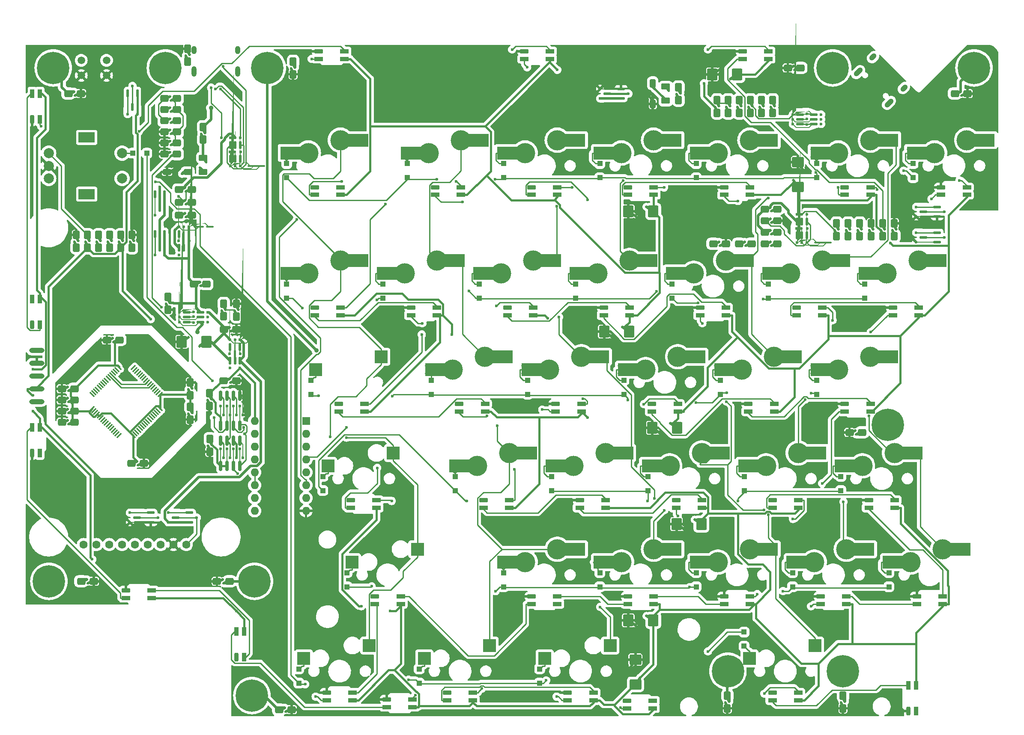
<source format=gbl>
G04 #@! TF.GenerationSoftware,KiCad,Pcbnew,7.0.1*
G04 #@! TF.CreationDate,2023-07-18T11:36:21-07:00*
G04 #@! TF.ProjectId,keyboard-left,6b657962-6f61-4726-942d-6c6566742e6b,rev?*
G04 #@! TF.SameCoordinates,Original*
G04 #@! TF.FileFunction,Copper,L2,Bot*
G04 #@! TF.FilePolarity,Positive*
%FSLAX46Y46*%
G04 Gerber Fmt 4.6, Leading zero omitted, Abs format (unit mm)*
G04 Created by KiCad (PCBNEW 7.0.1) date 2023-07-18 11:36:21*
%MOMM*%
%LPD*%
G01*
G04 APERTURE LIST*
G04 Aperture macros list*
%AMRoundRect*
0 Rectangle with rounded corners*
0 $1 Rounding radius*
0 $2 $3 $4 $5 $6 $7 $8 $9 X,Y pos of 4 corners*
0 Add a 4 corners polygon primitive as box body*
4,1,4,$2,$3,$4,$5,$6,$7,$8,$9,$2,$3,0*
0 Add four circle primitives for the rounded corners*
1,1,$1+$1,$2,$3*
1,1,$1+$1,$4,$5*
1,1,$1+$1,$6,$7*
1,1,$1+$1,$8,$9*
0 Add four rect primitives between the rounded corners*
20,1,$1+$1,$2,$3,$4,$5,0*
20,1,$1+$1,$4,$5,$6,$7,0*
20,1,$1+$1,$6,$7,$8,$9,0*
20,1,$1+$1,$8,$9,$2,$3,0*%
%AMHorizOval*
0 Thick line with rounded ends*
0 $1 width*
0 $2 $3 position (X,Y) of the first rounded end (center of the circle)*
0 $4 $5 position (X,Y) of the second rounded end (center of the circle)*
0 Add line between two ends*
20,1,$1,$2,$3,$4,$5,0*
0 Add two circle primitives to create the rounded ends*
1,1,$1,$2,$3*
1,1,$1,$4,$5*%
%AMFreePoly0*
4,1,19,0.841057,0.618171,0.925801,0.569864,0.985607,0.492803,1.011371,0.398722,0.999171,0.301943,0.950864,0.217200,0.873803,0.157393,0.111803,-0.223607,0.017722,-0.249371,-0.079057,-0.237171,-0.163800,-0.188864,-0.223607,-0.111803,-0.249371,-0.017722,-0.237171,0.079057,-0.188864,0.163800,-0.111803,0.223607,0.650197,0.604607,0.744278,0.630371,0.841057,0.618171,0.841057,0.618171,
$1*%
%AMFreePoly1*
4,1,19,0.080057,0.237171,0.164801,0.188864,0.224607,0.111803,0.250371,0.017722,0.238171,-0.079057,0.189864,-0.163800,0.112803,-0.223607,-0.649197,-0.604607,-0.743278,-0.630371,-0.840057,-0.618171,-0.924800,-0.569864,-0.984607,-0.492803,-1.010371,-0.398722,-0.998171,-0.301943,-0.949864,-0.217200,-0.872803,-0.157393,-0.110803,0.223607,-0.016722,0.249371,0.080057,0.237171,0.080057,0.237171,
$1*%
%AMFreePoly2*
4,1,52,3.204889,0.754137,3.206973,0.754696,3.210165,0.753207,3.227362,0.750175,3.240738,0.738950,3.256569,0.731569,3.788137,0.200000,4.700000,0.200000,4.786777,0.180194,4.856366,0.124698,4.894986,0.044504,4.894986,-0.044504,4.856366,-0.124698,4.786777,-0.180194,4.700000,-0.200000,3.600000,-0.200000,3.513223,-0.180194,3.443634,-0.124698,3.405014,-0.044504,3.405014,0.044504,
3.443634,0.124698,3.513223,0.180194,3.568949,0.192913,3.166862,0.595000,0.708137,0.595000,0.257689,0.144552,0.281908,0.102606,0.300000,0.000000,0.281908,-0.102606,0.229813,-0.192836,0.150000,-0.259808,0.052094,-0.295442,-0.052094,-0.295442,-0.150000,-0.259808,-0.229813,-0.192836,-0.281908,-0.102606,-0.300000,0.000000,-0.281908,0.102606,-0.229813,0.192836,-0.150000,0.259808,
-0.052094,0.295442,0.052094,0.295442,0.147558,0.260696,0.618431,0.731568,0.622498,0.734415,0.623577,0.736284,0.626887,0.737488,0.641191,0.747504,0.658586,0.749026,0.675000,0.755000,3.200000,0.755000,3.204889,0.754137,3.204889,0.754137,$1*%
%AMFreePoly3*
4,1,51,0.150000,0.259808,0.229813,0.192836,0.281908,0.102606,0.300000,0.000000,0.281908,-0.102606,0.257689,-0.144552,0.508137,-0.395000,3.168058,-0.395000,3.448500,-0.128579,3.443634,-0.124698,3.405014,-0.044504,3.405014,0.044504,3.443634,0.124698,3.513223,0.180194,3.600000,0.200000,4.700000,0.200000,4.786777,0.180194,4.856366,0.124698,4.894986,0.044504,4.894986,-0.044504,
4.856366,-0.124698,4.786777,-0.180194,4.700000,-0.200000,3.605626,-0.200000,3.255100,-0.533000,3.252215,-0.534911,3.251423,-0.536284,3.248585,-0.537316,3.231939,-0.548347,3.215490,-0.549362,3.200000,-0.555000,0.475000,-0.555000,0.470110,-0.554137,0.468027,-0.554696,0.464835,-0.553207,0.447638,-0.550175,0.434259,-0.538949,0.418431,-0.531568,0.147558,-0.260696,0.052094,-0.295442,
-0.052094,-0.295442,-0.150000,-0.259808,-0.229813,-0.192836,-0.281908,-0.102606,-0.300000,0.000000,-0.281908,0.102606,-0.229813,0.192836,-0.150000,0.259808,-0.052094,0.295442,0.052094,0.295442,0.150000,0.259808,0.150000,0.259808,$1*%
%AMFreePoly4*
4,1,52,0.150000,0.259808,0.229813,0.192836,0.281908,0.102606,0.300000,0.000000,0.281908,-0.102606,0.257689,-0.144552,0.708137,-0.595000,3.166862,-0.595000,3.568949,-0.192913,3.513223,-0.180194,3.443634,-0.124698,3.405014,-0.044504,3.405014,0.044504,3.443634,0.124698,3.513223,0.180194,3.600000,0.200000,4.700000,0.200000,4.786777,0.180194,4.856366,0.124698,4.894986,0.044504,
4.894986,-0.044504,4.856366,-0.124698,4.786777,-0.180194,4.700000,-0.200000,3.788137,-0.200000,3.256569,-0.731569,3.252500,-0.734417,3.251423,-0.736284,3.248115,-0.737487,3.233809,-0.747505,3.216411,-0.749026,3.200000,-0.755000,0.675000,-0.755000,0.670110,-0.754137,0.668027,-0.754696,0.664835,-0.753207,0.647638,-0.750175,0.634259,-0.738949,0.618431,-0.731568,0.147558,-0.260696,
0.052094,-0.295442,-0.052094,-0.295442,-0.150000,-0.259808,-0.229813,-0.192836,-0.281908,-0.102606,-0.300000,0.000000,-0.281908,0.102606,-0.229813,0.192836,-0.150000,0.259808,-0.052094,0.295442,0.052094,0.295442,0.150000,0.259808,0.150000,0.259808,$1*%
%AMFreePoly5*
4,1,36,-0.713223,0.280194,-0.643634,0.224698,-0.622108,0.180000,-0.237224,0.180000,-0.229813,0.192836,-0.150000,0.259808,-0.052094,0.295442,0.052094,0.295442,0.150000,0.259808,0.229813,0.192836,0.281908,0.102606,0.300000,0.000000,0.281908,-0.102606,0.229813,-0.192836,0.150000,-0.259808,0.052094,-0.295442,-0.052094,-0.295442,-0.150000,-0.259808,-0.229813,-0.192836,-0.281908,-0.102606,
-0.300000,0.000000,-0.296474,0.020000,-0.622108,0.020000,-0.643634,-0.024698,-0.713223,-0.080194,-0.800000,-0.100000,-1.900000,-0.100000,-1.986777,-0.080194,-2.056366,-0.024698,-2.094986,0.055496,-2.094986,0.144504,-2.056366,0.224698,-1.986777,0.280194,-1.900000,0.300000,-0.800000,0.300000,-0.713223,0.280194,-0.713223,0.280194,$1*%
%AMFreePoly6*
4,1,36,0.150000,0.259808,0.229813,0.192836,0.281908,0.102606,0.300000,0.000000,0.281908,-0.102606,0.229813,-0.192836,0.150000,-0.259808,0.052094,-0.295442,-0.052094,-0.295442,-0.150000,-0.259808,-0.229813,-0.192836,-0.237224,-0.180000,-0.622108,-0.180000,-0.643634,-0.224698,-0.713223,-0.280194,-0.800000,-0.300000,-1.900000,-0.300000,-1.986777,-0.280194,-2.056366,-0.224698,-2.094986,-0.144504,
-2.094986,-0.055496,-2.056366,0.024698,-1.986777,0.080194,-1.900000,0.100000,-0.800000,0.100000,-0.713223,0.080194,-0.643634,0.024698,-0.622108,-0.020000,-0.296474,-0.020000,-0.300000,0.000000,-0.281908,0.102606,-0.229813,0.192836,-0.150000,0.259808,-0.052094,0.295442,0.052094,0.295442,0.150000,0.259808,0.150000,0.259808,$1*%
%AMFreePoly7*
4,1,29,0.129686,0.162621,0.187402,0.090248,0.208000,0.000000,0.187402,-0.090248,0.129686,-0.162621,0.046284,-0.202785,-0.046284,-0.202785,-0.077197,-0.187898,-0.740000,-0.685000,-0.740752,-0.685257,-0.741221,-0.685902,-0.769924,-0.695227,-0.798482,-0.704989,-0.799243,-0.704754,-0.800000,-0.705000,-3.900000,-0.705000,-3.958779,-0.685902,-3.995106,-0.635902,-3.995106,-0.574098,-3.958779,-0.524098,
-3.900000,-0.505000,-0.833333,-0.505000,-0.200984,-0.030738,-0.208000,0.000000,-0.187402,0.090248,-0.129686,0.162621,-0.046284,0.202785,0.046284,0.202785,0.129686,0.162621,0.129686,0.162621,$1*%
%AMFreePoly8*
4,1,29,0.129686,0.162621,0.187402,0.090248,0.208000,0.000000,0.187402,-0.090248,0.129686,-0.162621,0.046284,-0.202785,-0.046284,-0.202785,-0.081257,-0.185942,-0.740000,-0.680000,-0.740752,-0.680257,-0.741221,-0.680902,-0.769924,-0.690227,-0.798482,-0.699989,-0.799243,-0.699754,-0.800000,-0.700000,-3.900000,-0.700000,-3.958779,-0.680902,-3.995106,-0.630902,-3.995106,-0.569098,-3.958779,-0.519098,
-3.900000,-0.500000,-0.833333,-0.500000,-0.201958,-0.026469,-0.208000,0.000000,-0.187402,0.090248,-0.129686,0.162621,-0.046284,0.202785,0.046284,0.202785,0.129686,0.162621,0.129686,0.162621,$1*%
%AMFreePoly9*
4,1,29,0.129686,0.162621,0.187402,0.090248,0.208000,0.000000,0.187402,-0.090248,0.129686,-0.162621,0.046284,-0.202785,-0.046284,-0.202785,-0.073137,-0.189853,-0.740000,-0.690000,-0.740752,-0.690257,-0.741221,-0.690902,-0.769924,-0.700227,-0.798482,-0.709989,-0.799243,-0.709754,-0.800000,-0.710000,-3.900000,-0.710000,-3.958779,-0.690902,-3.995106,-0.640902,-3.995106,-0.579098,-3.958779,-0.529098,
-3.900000,-0.510000,-0.833333,-0.510000,-0.200009,-0.035007,-0.208000,0.000000,-0.187402,0.090248,-0.129686,0.162621,-0.046284,0.202785,0.046284,0.202785,0.129686,0.162621,0.129686,0.162621,$1*%
%AMFreePoly10*
4,1,21,0.129686,0.162621,0.187402,0.090248,0.187459,0.090000,3.900000,0.090000,3.958779,0.070902,3.995106,0.020902,3.995106,-0.040902,3.958779,-0.090902,3.900000,-0.110000,0.171650,-0.110000,0.129686,-0.162621,0.046284,-0.202785,-0.046284,-0.202785,-0.129686,-0.162621,-0.187402,-0.090248,-0.208000,0.000000,-0.187402,0.090248,-0.129686,0.162621,-0.046284,0.202785,0.046284,0.202785,
0.129686,0.162621,0.129686,0.162621,$1*%
%AMFreePoly11*
4,1,20,0.129686,0.162621,0.179625,0.100000,3.900000,0.100000,3.958779,0.080902,3.995106,0.030902,3.995106,-0.030902,3.958779,-0.080902,3.900000,-0.100000,0.179625,-0.100000,0.129686,-0.162621,0.046284,-0.202785,-0.046284,-0.202785,-0.129686,-0.162621,-0.187402,-0.090248,-0.208000,0.000000,-0.187402,0.090248,-0.129686,0.162621,-0.046284,0.202785,0.046284,0.202785,0.129686,0.162621,
0.129686,0.162621,$1*%
%AMFreePoly12*
4,1,20,0.129686,0.162621,0.183612,0.095000,3.900000,0.095000,3.958779,0.075902,3.995106,0.025902,3.995106,-0.035902,3.958779,-0.085902,3.900000,-0.105000,0.175638,-0.105000,0.129686,-0.162621,0.046284,-0.202785,-0.046284,-0.202785,-0.129686,-0.162621,-0.187402,-0.090248,-0.208000,0.000000,-0.187402,0.090248,-0.129686,0.162621,-0.046284,0.202785,0.046284,0.202785,0.129686,0.162621,
0.129686,0.162621,$1*%
%AMFreePoly13*
4,1,19,0.960130,0.829500,1.035229,0.767248,1.080789,0.680996,1.089874,0.583875,1.061100,0.490670,0.998848,0.415572,0.186048,-0.244829,0.099796,-0.290388,0.002675,-0.299473,-0.090530,-0.270700,-0.165629,-0.208448,-0.211188,-0.122196,-0.220273,-0.025075,-0.191500,0.068130,-0.129248,0.143229,0.683552,0.803629,0.769804,0.849189,0.866925,0.858273,0.960130,0.829500,0.960130,0.829500,
$1*%
%AMFreePoly14*
4,1,19,0.155924,0.211357,0.226642,0.144171,0.266267,0.055037,0.268766,-0.042477,0.233757,-0.133523,0.166571,-0.204242,-0.697029,-0.813842,-0.786164,-0.853467,-0.883677,-0.855965,-0.974723,-0.820957,-1.045442,-0.753771,-1.085067,-0.664636,-1.087565,-0.567123,-1.052557,-0.476077,-0.985371,-0.405358,-0.121770,0.204242,-0.032636,0.243867,0.064877,0.246366,0.155924,0.211357,0.155924,0.211357,
$1*%
%AMFreePoly15*
4,1,36,0.150000,0.259808,0.229813,0.192836,0.281908,0.102606,0.285894,0.080000,3.422108,0.080000,3.443634,0.124698,3.513223,0.180194,3.600000,0.200000,4.700000,0.200000,4.786777,0.180194,4.856366,0.124698,4.894986,0.044504,4.894986,-0.044504,4.856366,-0.124698,4.786777,-0.180194,4.700000,-0.200000,3.600000,-0.200000,3.513223,-0.180194,3.443634,-0.124698,3.422108,-0.080000,
0.285894,-0.080000,0.281908,-0.102606,0.229813,-0.192836,0.150000,-0.259808,0.052094,-0.295442,-0.052094,-0.295442,-0.150000,-0.259808,-0.229813,-0.192836,-0.281908,-0.102606,-0.300000,0.000000,-0.281908,0.102606,-0.229813,0.192836,-0.150000,0.259808,-0.052094,0.295442,0.052094,0.295442,0.150000,0.259808,0.150000,0.259808,$1*%
%AMFreePoly16*
4,1,36,0.150000,0.259808,0.229813,0.192836,0.281908,0.102606,0.300000,0.000000,0.281908,-0.102606,0.229813,-0.192836,0.150000,-0.259808,0.052094,-0.295442,-0.052094,-0.295442,-0.150000,-0.259808,-0.229813,-0.192836,-0.281908,-0.102606,-0.285894,-0.080000,-3.422108,-0.080000,-3.443634,-0.124698,-3.513223,-0.180194,-3.600000,-0.200000,-4.700000,-0.200000,-4.786777,-0.180194,-4.856366,-0.124698,
-4.894986,-0.044504,-4.894986,0.044504,-4.856366,0.124698,-4.786777,0.180194,-4.700000,0.200000,-3.600000,0.200000,-3.513223,0.180194,-3.443634,0.124698,-3.422108,0.080000,-0.285894,0.080000,-0.281908,0.102606,-0.229813,0.192836,-0.150000,0.259808,-0.052094,0.295442,0.052094,0.295442,0.150000,0.259808,0.150000,0.259808,$1*%
%AMFreePoly17*
4,1,19,1.415608,1.144295,1.505052,1.105375,1.572795,1.035190,1.608522,0.944423,1.606795,0.846893,1.567875,0.757448,1.497690,0.689706,0.097689,-0.210295,0.006922,-0.246022,-0.090608,-0.244295,-0.180052,-0.205375,-0.247795,-0.135189,-0.283522,-0.044422,-0.281795,0.053108,-0.242875,0.142552,-0.172689,0.210295,1.227311,1.110295,1.318078,1.146022,1.415608,1.144295,1.415608,1.144295,
$1*%
%AMFreePoly18*
4,1,19,0.090608,0.244295,0.180052,0.205375,0.247795,0.135190,0.283522,0.044423,0.281795,-0.053107,0.242875,-0.142552,0.172690,-0.210294,-1.227311,-1.110295,-1.318078,-1.146022,-1.415608,-1.144295,-1.505052,-1.105375,-1.572795,-1.035189,-1.608522,-0.944422,-1.606795,-0.846892,-1.567875,-0.757448,-1.497689,-0.689705,-0.097689,0.210295,-0.006922,0.246022,0.090608,0.244295,0.090608,0.244295,
$1*%
%AMFreePoly19*
4,1,29,0.129686,0.162621,0.187402,0.090248,0.208000,0.000000,0.187402,-0.090248,0.129686,-0.162621,0.046284,-0.202785,-0.046284,-0.202785,-0.077197,-0.187898,-0.740000,-0.685000,-0.740752,-0.685257,-0.741221,-0.685902,-0.769924,-0.695227,-0.798482,-0.704989,-0.799243,-0.704754,-0.800000,-0.705000,-3.400000,-0.705000,-3.458779,-0.685902,-3.495106,-0.635902,-3.495106,-0.574098,-3.458779,-0.524098,
-3.400000,-0.505000,-0.833333,-0.505000,-0.200984,-0.030738,-0.208000,0.000000,-0.187402,0.090248,-0.129686,0.162621,-0.046284,0.202785,0.046284,0.202785,0.129686,0.162621,0.129686,0.162621,$1*%
%AMFreePoly20*
4,1,29,0.129686,0.162621,0.187402,0.090248,0.208000,0.000000,0.187402,-0.090248,0.129686,-0.162621,0.046284,-0.202785,-0.046284,-0.202785,-0.081257,-0.185942,-0.740000,-0.680000,-0.740752,-0.680257,-0.741221,-0.680902,-0.769924,-0.690227,-0.798482,-0.699989,-0.799243,-0.699754,-0.800000,-0.700000,-3.400000,-0.700000,-3.458779,-0.680902,-3.495106,-0.630902,-3.495106,-0.569098,-3.458779,-0.519098,
-3.400000,-0.500000,-0.833333,-0.500000,-0.201958,-0.026469,-0.208000,0.000000,-0.187402,0.090248,-0.129686,0.162621,-0.046284,0.202785,0.046284,0.202785,0.129686,0.162621,0.129686,0.162621,$1*%
%AMFreePoly21*
4,1,29,0.129686,0.162621,0.187402,0.090248,0.208000,0.000000,0.187402,-0.090248,0.129686,-0.162621,0.046284,-0.202785,-0.046284,-0.202785,-0.073137,-0.189853,-0.740000,-0.690000,-0.740752,-0.690257,-0.741221,-0.690902,-0.769924,-0.700227,-0.798482,-0.709989,-0.799243,-0.709754,-0.800000,-0.710000,-3.400000,-0.710000,-3.458779,-0.690902,-3.495106,-0.640902,-3.495106,-0.579098,-3.458779,-0.529098,
-3.400000,-0.510000,-0.833333,-0.510000,-0.200009,-0.035007,-0.208000,0.000000,-0.187402,0.090248,-0.129686,0.162621,-0.046284,0.202785,0.046284,0.202785,0.129686,0.162621,0.129686,0.162621,$1*%
%AMFreePoly22*
4,1,21,0.129686,0.162621,0.187402,0.090248,0.187459,0.090000,3.400000,0.090000,3.458779,0.070902,3.495106,0.020902,3.495106,-0.040902,3.458779,-0.090902,3.400000,-0.110000,0.171650,-0.110000,0.129686,-0.162621,0.046284,-0.202785,-0.046284,-0.202785,-0.129686,-0.162621,-0.187402,-0.090248,-0.208000,0.000000,-0.187402,0.090248,-0.129686,0.162621,-0.046284,0.202785,0.046284,0.202785,
0.129686,0.162621,0.129686,0.162621,$1*%
%AMFreePoly23*
4,1,20,0.129686,0.162621,0.179625,0.100000,3.400000,0.100000,3.458779,0.080902,3.495106,0.030902,3.495106,-0.030902,3.458779,-0.080902,3.400000,-0.100000,0.179625,-0.100000,0.129686,-0.162621,0.046284,-0.202785,-0.046284,-0.202785,-0.129686,-0.162621,-0.187402,-0.090248,-0.208000,0.000000,-0.187402,0.090248,-0.129686,0.162621,-0.046284,0.202785,0.046284,0.202785,0.129686,0.162621,
0.129686,0.162621,$1*%
%AMFreePoly24*
4,1,20,0.129686,0.162621,0.183612,0.095000,3.400000,0.095000,3.458779,0.075902,3.495106,0.025902,3.495106,-0.035902,3.458779,-0.085902,3.400000,-0.105000,0.175638,-0.105000,0.129686,-0.162621,0.046284,-0.202785,-0.046284,-0.202785,-0.129686,-0.162621,-0.187402,-0.090248,-0.208000,0.000000,-0.187402,0.090248,-0.129686,0.162621,-0.046284,0.202785,0.046284,0.202785,0.129686,0.162621,
0.129686,0.162621,$1*%
%AMFreePoly25*
4,1,19,0.097689,0.210295,1.497690,-0.689706,1.567875,-0.757448,1.606795,-0.846893,1.608522,-0.944423,1.572795,-1.035190,1.505052,-1.105375,1.415608,-1.144295,1.318078,-1.146022,1.227311,-1.110295,-0.172689,-0.210295,-0.242875,-0.142552,-0.281795,-0.053108,-0.283522,0.044422,-0.247795,0.135189,-0.180052,0.205375,-0.090608,0.244295,0.006922,0.246022,0.097689,0.210295,0.097689,0.210295,
$1*%
%AMFreePoly26*
4,1,19,-1.227311,1.110295,0.172690,0.210294,0.242875,0.142552,0.281795,0.053107,0.283522,-0.044423,0.247795,-0.135190,0.180052,-0.205375,0.090608,-0.244295,-0.006922,-0.246022,-0.097689,-0.210295,-1.497689,0.689705,-1.567875,0.757448,-1.606795,0.846892,-1.608522,0.944422,-1.572795,1.035189,-1.505052,1.105375,-1.415608,1.144295,-1.318078,1.146022,-1.227311,1.110295,-1.227311,1.110295,
$1*%
G04 Aperture macros list end*
G04 #@! TA.AperFunction,ComponentPad*
%ADD10C,2.000000*%
G04 #@! TD*
G04 #@! TA.AperFunction,ComponentPad*
%ADD11R,3.200000X2.000000*%
G04 #@! TD*
G04 #@! TA.AperFunction,ComponentPad*
%ADD12C,0.800000*%
G04 #@! TD*
G04 #@! TA.AperFunction,SMDPad,CuDef*
%ADD13R,4.500000X2.500000*%
G04 #@! TD*
G04 #@! TA.AperFunction,ComponentPad*
%ADD14C,4.000000*%
G04 #@! TD*
G04 #@! TA.AperFunction,SMDPad,CuDef*
%ADD15RoundRect,0.350000X-0.500500X-0.350000X0.500500X-0.350000X0.500500X0.350000X-0.500500X0.350000X0*%
G04 #@! TD*
G04 #@! TA.AperFunction,SMDPad,CuDef*
%ADD16FreePoly0,0.000000*%
G04 #@! TD*
G04 #@! TA.AperFunction,ComponentPad*
%ADD17C,0.500000*%
G04 #@! TD*
G04 #@! TA.AperFunction,SMDPad,CuDef*
%ADD18FreePoly1,0.000000*%
G04 #@! TD*
G04 #@! TA.AperFunction,ComponentPad*
%ADD19C,0.600000*%
G04 #@! TD*
G04 #@! TA.AperFunction,SMDPad,CuDef*
%ADD20FreePoly2,90.000000*%
G04 #@! TD*
G04 #@! TA.AperFunction,SMDPad,CuDef*
%ADD21RoundRect,0.123750X0.123750X-0.656250X0.123750X0.656250X-0.123750X0.656250X-0.123750X-0.656250X0*%
G04 #@! TD*
G04 #@! TA.AperFunction,SMDPad,CuDef*
%ADD22FreePoly3,90.000000*%
G04 #@! TD*
G04 #@! TA.AperFunction,SMDPad,CuDef*
%ADD23FreePoly4,90.000000*%
G04 #@! TD*
G04 #@! TA.AperFunction,SMDPad,CuDef*
%ADD24FreePoly5,90.000000*%
G04 #@! TD*
G04 #@! TA.AperFunction,SMDPad,CuDef*
%ADD25FreePoly6,90.000000*%
G04 #@! TD*
G04 #@! TA.AperFunction,SMDPad,CuDef*
%ADD26RoundRect,0.300000X0.550500X0.300000X-0.550500X0.300000X-0.550500X-0.300000X0.550500X-0.300000X0*%
G04 #@! TD*
G04 #@! TA.AperFunction,SMDPad,CuDef*
%ADD27FreePoly0,180.000000*%
G04 #@! TD*
G04 #@! TA.AperFunction,SMDPad,CuDef*
%ADD28FreePoly1,180.000000*%
G04 #@! TD*
G04 #@! TA.AperFunction,ComponentPad*
%ADD29C,6.400000*%
G04 #@! TD*
G04 #@! TA.AperFunction,SMDPad,CuDef*
%ADD30RoundRect,0.350000X0.350000X-0.500500X0.350000X0.500500X-0.350000X0.500500X-0.350000X-0.500500X0*%
G04 #@! TD*
G04 #@! TA.AperFunction,SMDPad,CuDef*
%ADD31FreePoly0,90.000000*%
G04 #@! TD*
G04 #@! TA.AperFunction,SMDPad,CuDef*
%ADD32FreePoly1,90.000000*%
G04 #@! TD*
G04 #@! TA.AperFunction,SMDPad,CuDef*
%ADD33R,2.550000X2.500000*%
G04 #@! TD*
G04 #@! TA.AperFunction,SMDPad,CuDef*
%ADD34RoundRect,0.150000X-0.150000X0.825000X-0.150000X-0.825000X0.150000X-0.825000X0.150000X0.825000X0*%
G04 #@! TD*
G04 #@! TA.AperFunction,SMDPad,CuDef*
%ADD35FreePoly7,90.000000*%
G04 #@! TD*
G04 #@! TA.AperFunction,SMDPad,CuDef*
%ADD36FreePoly8,90.000000*%
G04 #@! TD*
G04 #@! TA.AperFunction,SMDPad,CuDef*
%ADD37FreePoly9,90.000000*%
G04 #@! TD*
G04 #@! TA.AperFunction,SMDPad,CuDef*
%ADD38FreePoly10,90.000000*%
G04 #@! TD*
G04 #@! TA.AperFunction,SMDPad,CuDef*
%ADD39FreePoly11,90.000000*%
G04 #@! TD*
G04 #@! TA.AperFunction,SMDPad,CuDef*
%ADD40FreePoly12,90.000000*%
G04 #@! TD*
G04 #@! TA.AperFunction,SMDPad,CuDef*
%ADD41RoundRect,0.350000X0.500500X0.350000X-0.500500X0.350000X-0.500500X-0.350000X0.500500X-0.350000X0*%
G04 #@! TD*
G04 #@! TA.AperFunction,SMDPad,CuDef*
%ADD42FreePoly13,90.000000*%
G04 #@! TD*
G04 #@! TA.AperFunction,SMDPad,CuDef*
%ADD43RoundRect,0.250000X0.625000X-0.375000X0.625000X0.375000X-0.625000X0.375000X-0.625000X-0.375000X0*%
G04 #@! TD*
G04 #@! TA.AperFunction,SMDPad,CuDef*
%ADD44FreePoly14,90.000000*%
G04 #@! TD*
G04 #@! TA.AperFunction,SMDPad,CuDef*
%ADD45FreePoly15,0.000000*%
G04 #@! TD*
G04 #@! TA.AperFunction,SMDPad,CuDef*
%ADD46RoundRect,0.123750X-0.656250X-0.123750X0.656250X-0.123750X0.656250X0.123750X-0.656250X0.123750X0*%
G04 #@! TD*
G04 #@! TA.AperFunction,SMDPad,CuDef*
%ADD47FreePoly16,0.000000*%
G04 #@! TD*
G04 #@! TA.AperFunction,SMDPad,CuDef*
%ADD48RoundRect,0.350000X-0.350000X0.500500X-0.350000X-0.500500X0.350000X-0.500500X0.350000X0.500500X0*%
G04 #@! TD*
G04 #@! TA.AperFunction,SMDPad,CuDef*
%ADD49FreePoly0,270.000000*%
G04 #@! TD*
G04 #@! TA.AperFunction,SMDPad,CuDef*
%ADD50FreePoly1,270.000000*%
G04 #@! TD*
G04 #@! TA.AperFunction,SMDPad,CuDef*
%ADD51FreePoly2,0.000000*%
G04 #@! TD*
G04 #@! TA.AperFunction,SMDPad,CuDef*
%ADD52FreePoly3,0.000000*%
G04 #@! TD*
G04 #@! TA.AperFunction,SMDPad,CuDef*
%ADD53FreePoly4,0.000000*%
G04 #@! TD*
G04 #@! TA.AperFunction,SMDPad,CuDef*
%ADD54FreePoly5,0.000000*%
G04 #@! TD*
G04 #@! TA.AperFunction,SMDPad,CuDef*
%ADD55FreePoly6,0.000000*%
G04 #@! TD*
G04 #@! TA.AperFunction,SMDPad,CuDef*
%ADD56FreePoly17,180.000000*%
G04 #@! TD*
G04 #@! TA.AperFunction,SMDPad,CuDef*
%ADD57RoundRect,0.250000X0.787500X0.925000X-0.787500X0.925000X-0.787500X-0.925000X0.787500X-0.925000X0*%
G04 #@! TD*
G04 #@! TA.AperFunction,SMDPad,CuDef*
%ADD58FreePoly18,180.000000*%
G04 #@! TD*
G04 #@! TA.AperFunction,SMDPad,CuDef*
%ADD59FreePoly2,270.000000*%
G04 #@! TD*
G04 #@! TA.AperFunction,SMDPad,CuDef*
%ADD60RoundRect,0.123750X-0.123750X0.656250X-0.123750X-0.656250X0.123750X-0.656250X0.123750X0.656250X0*%
G04 #@! TD*
G04 #@! TA.AperFunction,SMDPad,CuDef*
%ADD61FreePoly15,270.000000*%
G04 #@! TD*
G04 #@! TA.AperFunction,SMDPad,CuDef*
%ADD62FreePoly4,270.000000*%
G04 #@! TD*
G04 #@! TA.AperFunction,SMDPad,CuDef*
%ADD63FreePoly5,270.000000*%
G04 #@! TD*
G04 #@! TA.AperFunction,SMDPad,CuDef*
%ADD64FreePoly6,270.000000*%
G04 #@! TD*
G04 #@! TA.AperFunction,SMDPad,CuDef*
%ADD65FreePoly15,90.000000*%
G04 #@! TD*
G04 #@! TA.AperFunction,SMDPad,CuDef*
%ADD66FreePoly16,90.000000*%
G04 #@! TD*
G04 #@! TA.AperFunction,ComponentPad*
%ADD67HorizOval,1.000000X0.388909X0.388909X-0.388909X-0.388909X0*%
G04 #@! TD*
G04 #@! TA.AperFunction,ComponentPad*
%ADD68HorizOval,1.000000X0.212132X0.212132X-0.212132X-0.212132X0*%
G04 #@! TD*
G04 #@! TA.AperFunction,SMDPad,CuDef*
%ADD69RoundRect,0.300000X-0.300000X0.550500X-0.300000X-0.550500X0.300000X-0.550500X0.300000X0.550500X0*%
G04 #@! TD*
G04 #@! TA.AperFunction,ComponentPad*
%ADD70C,1.500000*%
G04 #@! TD*
G04 #@! TA.AperFunction,ComponentPad*
%ADD71C,1.600000*%
G04 #@! TD*
G04 #@! TA.AperFunction,ComponentPad*
%ADD72O,1.000000X2.100000*%
G04 #@! TD*
G04 #@! TA.AperFunction,ComponentPad*
%ADD73O,1.000000X1.600000*%
G04 #@! TD*
G04 #@! TA.AperFunction,SMDPad,CuDef*
%ADD74FreePoly19,90.000000*%
G04 #@! TD*
G04 #@! TA.AperFunction,SMDPad,CuDef*
%ADD75FreePoly20,90.000000*%
G04 #@! TD*
G04 #@! TA.AperFunction,SMDPad,CuDef*
%ADD76FreePoly21,90.000000*%
G04 #@! TD*
G04 #@! TA.AperFunction,SMDPad,CuDef*
%ADD77FreePoly22,90.000000*%
G04 #@! TD*
G04 #@! TA.AperFunction,SMDPad,CuDef*
%ADD78FreePoly23,90.000000*%
G04 #@! TD*
G04 #@! TA.AperFunction,SMDPad,CuDef*
%ADD79FreePoly24,90.000000*%
G04 #@! TD*
G04 #@! TA.AperFunction,SMDPad,CuDef*
%ADD80O,3.000000X1.000000*%
G04 #@! TD*
G04 #@! TA.AperFunction,SMDPad,CuDef*
%ADD81FreePoly17,90.000000*%
G04 #@! TD*
G04 #@! TA.AperFunction,SMDPad,CuDef*
%ADD82RoundRect,0.250000X0.925000X-0.787500X0.925000X0.787500X-0.925000X0.787500X-0.925000X-0.787500X0*%
G04 #@! TD*
G04 #@! TA.AperFunction,SMDPad,CuDef*
%ADD83FreePoly18,90.000000*%
G04 #@! TD*
G04 #@! TA.AperFunction,SMDPad,CuDef*
%ADD84R,1.700000X0.820000*%
G04 #@! TD*
G04 #@! TA.AperFunction,SMDPad,CuDef*
%ADD85RoundRect,0.205000X0.645000X0.205000X-0.645000X0.205000X-0.645000X-0.205000X0.645000X-0.205000X0*%
G04 #@! TD*
G04 #@! TA.AperFunction,SMDPad,CuDef*
%ADD86RoundRect,0.250000X0.300000X-0.300000X0.300000X0.300000X-0.300000X0.300000X-0.300000X-0.300000X0*%
G04 #@! TD*
G04 #@! TA.AperFunction,SMDPad,CuDef*
%ADD87R,0.820000X1.700000*%
G04 #@! TD*
G04 #@! TA.AperFunction,SMDPad,CuDef*
%ADD88RoundRect,0.205000X-0.205000X0.645000X-0.205000X-0.645000X0.205000X-0.645000X0.205000X0.645000X0*%
G04 #@! TD*
G04 #@! TA.AperFunction,SMDPad,CuDef*
%ADD89RoundRect,0.074750X0.423911X-0.318198X-0.318198X0.423911X-0.423911X0.318198X0.318198X-0.423911X0*%
G04 #@! TD*
G04 #@! TA.AperFunction,SMDPad,CuDef*
%ADD90RoundRect,0.074750X-0.318198X-0.423911X0.423911X0.318198X0.318198X0.423911X-0.423911X-0.318198X0*%
G04 #@! TD*
G04 #@! TA.AperFunction,ComponentPad*
%ADD91R,1.600000X1.600000*%
G04 #@! TD*
G04 #@! TA.AperFunction,ComponentPad*
%ADD92O,1.600000X1.600000*%
G04 #@! TD*
G04 #@! TA.AperFunction,SMDPad,CuDef*
%ADD93FreePoly25,180.000000*%
G04 #@! TD*
G04 #@! TA.AperFunction,SMDPad,CuDef*
%ADD94FreePoly26,180.000000*%
G04 #@! TD*
G04 #@! TA.AperFunction,SMDPad,CuDef*
%ADD95RoundRect,0.250000X-0.300000X0.300000X-0.300000X-0.300000X0.300000X-0.300000X0.300000X0.300000X0*%
G04 #@! TD*
G04 #@! TA.AperFunction,SMDPad,CuDef*
%ADD96FreePoly25,90.000000*%
G04 #@! TD*
G04 #@! TA.AperFunction,SMDPad,CuDef*
%ADD97FreePoly26,90.000000*%
G04 #@! TD*
G04 #@! TA.AperFunction,SMDPad,CuDef*
%ADD98RoundRect,0.250000X-0.300000X-0.300000X0.300000X-0.300000X0.300000X0.300000X-0.300000X0.300000X0*%
G04 #@! TD*
G04 #@! TA.AperFunction,ViaPad*
%ADD99C,0.600000*%
G04 #@! TD*
G04 #@! TA.AperFunction,ViaPad*
%ADD100C,0.900000*%
G04 #@! TD*
G04 #@! TA.AperFunction,Conductor*
%ADD101C,0.400000*%
G04 #@! TD*
G04 #@! TA.AperFunction,Conductor*
%ADD102C,0.550000*%
G04 #@! TD*
G04 #@! TA.AperFunction,Conductor*
%ADD103C,0.499800*%
G04 #@! TD*
G04 #@! TA.AperFunction,Conductor*
%ADD104C,0.299400*%
G04 #@! TD*
G04 #@! TA.AperFunction,Conductor*
%ADD105C,0.495800*%
G04 #@! TD*
G04 #@! TA.AperFunction,Conductor*
%ADD106C,0.250000*%
G04 #@! TD*
G04 APERTURE END LIST*
D10*
X10121300Y-21947500D03*
X10121300Y-26947500D03*
X10121300Y-24447500D03*
D11*
X17621300Y-18847500D03*
X17621300Y-30047500D03*
D10*
X24621300Y-26947500D03*
X24621300Y-21947500D03*
D12*
X156368800Y-102108000D03*
X156368800Y-103632000D03*
D13*
X158173800Y-102870000D03*
D14*
X161448800Y-102870000D03*
X167798800Y-100330000D03*
D13*
X171100800Y-100330000D03*
D12*
X172878800Y-99568000D03*
X172878800Y-101092000D03*
D15*
X146577000Y-39878000D03*
D16*
X146977000Y-39878000D03*
D17*
X147739000Y-39497000D03*
X147898000Y-40259000D03*
D18*
X148679000Y-39878000D03*
D15*
X149079000Y-39878000D03*
D19*
X46040000Y-24470000D03*
D20*
X46040000Y-24470000D03*
D21*
X46040000Y-20320000D03*
D19*
X46990000Y-24470000D03*
D22*
X46990000Y-24470000D03*
D21*
X46990000Y-20320000D03*
D19*
X47940000Y-24470000D03*
D23*
X47940000Y-24470000D03*
D21*
X47940000Y-20320000D03*
X47940000Y-23020000D03*
D19*
X48040000Y-21670000D03*
D24*
X48040000Y-21670000D03*
D19*
X47940000Y-18870000D03*
D21*
X46990000Y-23020000D03*
D19*
X46890000Y-21670000D03*
D25*
X46890000Y-21670000D03*
D19*
X46990000Y-18870000D03*
D21*
X46040000Y-23020000D03*
D19*
X45940000Y-21670000D03*
D25*
X45940000Y-21670000D03*
D19*
X46040000Y-18870000D03*
D26*
X37611000Y-25660000D03*
D27*
X37211000Y-25660000D03*
D17*
X36449000Y-26041000D03*
X34690000Y-25279000D03*
D28*
X33909000Y-25660000D03*
D26*
X33509000Y-25660000D03*
D12*
X8602900Y-5080000D03*
X9305844Y-3382944D03*
X9305844Y-6777056D03*
X11002900Y-2680000D03*
D29*
X11002900Y-5080000D03*
D12*
X11002900Y-7480000D03*
X12699956Y-3382944D03*
X12699956Y-6777056D03*
X13402900Y-5080000D03*
X75406300Y-44958000D03*
X75406300Y-46482000D03*
D13*
X77211300Y-45720000D03*
D14*
X80486300Y-45720000D03*
X86836300Y-43180000D03*
D13*
X90138300Y-43180000D03*
D12*
X91916300Y-42418000D03*
X91916300Y-43942000D03*
D30*
X146640000Y-13951000D03*
D31*
X146640000Y-13551000D03*
D17*
X146259000Y-12789000D03*
X147021000Y-12630000D03*
D32*
X146640000Y-11849000D03*
D30*
X146640000Y-11449000D03*
X177292000Y-38335000D03*
D31*
X177292000Y-37935000D03*
D17*
X176911000Y-37173000D03*
X177673000Y-37014000D03*
D32*
X177292000Y-36233000D03*
D30*
X177292000Y-35833000D03*
D33*
X60542500Y-121920000D03*
X73469500Y-119380000D03*
D12*
X161131300Y-64008000D03*
X161131300Y-65532000D03*
D13*
X162936300Y-64770000D03*
D14*
X166211300Y-64770000D03*
X172561300Y-62230000D03*
D13*
X175863300Y-62230000D03*
D12*
X177641300Y-61468000D03*
X177641300Y-62992000D03*
D19*
X44669000Y-73798000D03*
D34*
X44069000Y-69923000D03*
D35*
X44069000Y-69898000D03*
D19*
X45939000Y-73798000D03*
D34*
X45339000Y-69923000D03*
D36*
X45339000Y-69898000D03*
D19*
X47209000Y-73798000D03*
D34*
X46609000Y-69923000D03*
D36*
X46609000Y-69898000D03*
D19*
X48479000Y-73798000D03*
D34*
X47879000Y-69923000D03*
D37*
X47879000Y-69898000D03*
D38*
X47879000Y-75898000D03*
D34*
X47879000Y-75873000D03*
D19*
X47879000Y-71998000D03*
D39*
X46609000Y-75898000D03*
D34*
X46609000Y-75873000D03*
D19*
X46609000Y-71998000D03*
D39*
X45339000Y-75898000D03*
D34*
X45339000Y-75873000D03*
D19*
X45339000Y-71998000D03*
D40*
X44069000Y-75898000D03*
D34*
X44069000Y-75873000D03*
D19*
X44069000Y-71998000D03*
D12*
X7760000Y-106680000D03*
X8462944Y-104982944D03*
X8462944Y-108377056D03*
X10160000Y-104280000D03*
D29*
X10160000Y-106680000D03*
D12*
X10160000Y-109080000D03*
X11857056Y-104982944D03*
X11857056Y-108377056D03*
X12560000Y-106680000D03*
X48400000Y-106680000D03*
X49102944Y-104982944D03*
X49102944Y-108377056D03*
X50800000Y-104280000D03*
D29*
X50800000Y-106680000D03*
D12*
X50800000Y-109080000D03*
X52497056Y-104982944D03*
X52497056Y-108377056D03*
X53200000Y-106680000D03*
D41*
X24111000Y-58928000D03*
D27*
X23711000Y-58928000D03*
D17*
X22949000Y-59309000D03*
X22790000Y-58547000D03*
D28*
X22009000Y-58928000D03*
D41*
X21609000Y-58928000D03*
D30*
X168148000Y-38335000D03*
D31*
X168148000Y-37935000D03*
D17*
X167767000Y-37173000D03*
X168529000Y-37014000D03*
D32*
X168148000Y-36233000D03*
D30*
X168148000Y-35833000D03*
D12*
X50940000Y-5080000D03*
X51642944Y-3382944D03*
X51642944Y-6777056D03*
X53340000Y-2680000D03*
D29*
X53340000Y-5080000D03*
D12*
X53340000Y-7480000D03*
X55037056Y-3382944D03*
X55037056Y-6777056D03*
X55740000Y-5080000D03*
X161131300Y-21145500D03*
X161131300Y-22669500D03*
D13*
X162936300Y-21907500D03*
D14*
X166211300Y-21907500D03*
X172561300Y-19367500D03*
D13*
X175863300Y-19367500D03*
D12*
X177641300Y-18605500D03*
X177641300Y-20129500D03*
D42*
X132080000Y-11560000D03*
D43*
X132080000Y-11560000D03*
D17*
X131470400Y-10718800D03*
X132689600Y-9610000D03*
D44*
X132080000Y-8760000D03*
D43*
X132080000Y-8760000D03*
D12*
X30780000Y-5099000D03*
X31482944Y-3401944D03*
X31482944Y-6796056D03*
X33180000Y-2699000D03*
D29*
X33180000Y-5099000D03*
D12*
X33180000Y-7499000D03*
X34877056Y-3401944D03*
X34877056Y-6796056D03*
X35580000Y-5099000D03*
X137318800Y-102108000D03*
X137318800Y-103632000D03*
D13*
X139123800Y-102870000D03*
D14*
X142398800Y-102870000D03*
X148748800Y-100330000D03*
D13*
X152050800Y-100330000D03*
D12*
X153828800Y-99568000D03*
X153828800Y-101092000D03*
X113506300Y-44958000D03*
X113506300Y-46482000D03*
D13*
X115311300Y-45720000D03*
D14*
X118586300Y-45720000D03*
X124936300Y-43180000D03*
D13*
X128238300Y-43180000D03*
D12*
X130016300Y-42418000D03*
X130016300Y-43942000D03*
X164683800Y-124460000D03*
X165386744Y-122762944D03*
X165386744Y-126157056D03*
X167083800Y-122060000D03*
D29*
X167083800Y-124460000D03*
D12*
X167083800Y-126860000D03*
X168780856Y-122762944D03*
X168780856Y-126157056D03*
X169483800Y-124460000D03*
D41*
X15221000Y-72980000D03*
D27*
X14821000Y-72980000D03*
D17*
X14059000Y-73361000D03*
X13900000Y-72599000D03*
D28*
X13119000Y-72980000D03*
D41*
X12719000Y-72980000D03*
D19*
X181604000Y-32578000D03*
D45*
X181604000Y-32578000D03*
D46*
X185754000Y-32578000D03*
D19*
X181604000Y-34478000D03*
D45*
X181604000Y-34478000D03*
D46*
X185754000Y-34478000D03*
X183054000Y-33528000D03*
D19*
X187204000Y-33528000D03*
D47*
X187204000Y-33528000D03*
D33*
X62923800Y-64770000D03*
X75850800Y-62230000D03*
D48*
X33704500Y-50419300D03*
D49*
X33704500Y-50819300D03*
D17*
X34085500Y-51581300D03*
X33323500Y-51740300D03*
D50*
X33704500Y-52521300D03*
D48*
X33704500Y-52921300D03*
D30*
X22180000Y-40640000D03*
D31*
X22180000Y-40240000D03*
D17*
X21799000Y-39478000D03*
X22561000Y-39319000D03*
D32*
X22180000Y-38538000D03*
D30*
X22180000Y-38138000D03*
D33*
X70067500Y-102870000D03*
X82994500Y-100330000D03*
D12*
X56356300Y-44958000D03*
X56356300Y-46482000D03*
D13*
X58161300Y-45720000D03*
D14*
X61436300Y-45720000D03*
X67786300Y-43180000D03*
D13*
X71088300Y-43180000D03*
D12*
X72866300Y-42418000D03*
X72866300Y-43942000D03*
D19*
X35984500Y-53461300D03*
D51*
X35984500Y-53461300D03*
D46*
X40134500Y-53461300D03*
D19*
X35984500Y-54411300D03*
D52*
X35984500Y-54411300D03*
D46*
X40134500Y-54411300D03*
D19*
X35984500Y-55361300D03*
D53*
X35984500Y-55361300D03*
D46*
X40134500Y-55361300D03*
X37434500Y-55361300D03*
D19*
X38784500Y-55461300D03*
D54*
X38784500Y-55461300D03*
D19*
X41584500Y-55361300D03*
D46*
X37434500Y-54411300D03*
D19*
X38784500Y-54311300D03*
D55*
X38784500Y-54311300D03*
D19*
X41584500Y-54411300D03*
D46*
X37434500Y-53461300D03*
D19*
X38784500Y-53361300D03*
D55*
X38784500Y-53361300D03*
D19*
X41584500Y-53461300D03*
D15*
X151657000Y-35306000D03*
D16*
X152057000Y-35306000D03*
D17*
X152819000Y-34925000D03*
X152978000Y-35687000D03*
D18*
X153759000Y-35306000D03*
D15*
X154159000Y-35306000D03*
D12*
X99218800Y-102108000D03*
X99218800Y-103632000D03*
D13*
X101023800Y-102870000D03*
D14*
X104298800Y-102870000D03*
X110648800Y-100330000D03*
D13*
X113950800Y-100330000D03*
D12*
X115728800Y-99568000D03*
X115728800Y-101092000D03*
X170656300Y-44958000D03*
X170656300Y-46482000D03*
D13*
X172461300Y-45720000D03*
D14*
X175736300Y-45720000D03*
X182086300Y-43180000D03*
D13*
X185388300Y-43180000D03*
D12*
X187166300Y-42418000D03*
X187166300Y-43942000D03*
D19*
X26162000Y-93096000D03*
D45*
X26162000Y-93096000D03*
D46*
X30312000Y-93096000D03*
D19*
X26162000Y-94996000D03*
D45*
X26162000Y-94996000D03*
D46*
X30312000Y-94996000D03*
X27612000Y-94046000D03*
D19*
X31762000Y-94046000D03*
D47*
X31762000Y-94046000D03*
D15*
X151657000Y-33020000D03*
D16*
X152057000Y-33020000D03*
D17*
X152819000Y-32639000D03*
X152978000Y-33401000D03*
D18*
X153759000Y-33020000D03*
D15*
X154159000Y-33020000D03*
D48*
X58420000Y-3829000D03*
D49*
X58420000Y-4229000D03*
D17*
X58801000Y-4991000D03*
X58039000Y-5150000D03*
D50*
X58420000Y-5931000D03*
D48*
X58420000Y-6331000D03*
D15*
X26435000Y-83312000D03*
D16*
X26835000Y-83312000D03*
D17*
X27597000Y-82931000D03*
X27756000Y-83693000D03*
D18*
X28537000Y-83312000D03*
D15*
X28937000Y-83312000D03*
D12*
X47892000Y-129286000D03*
X48594944Y-127588944D03*
X48594944Y-130983056D03*
X50292000Y-126886000D03*
D29*
X50292000Y-129286000D03*
D12*
X50292000Y-131686000D03*
X51989056Y-127588944D03*
X51989056Y-130983056D03*
X52692000Y-129286000D03*
D56*
X146226500Y-6350000D03*
D57*
X146226500Y-6350000D03*
D17*
X144864000Y-7250000D03*
X142664000Y-5450000D03*
D58*
X141301500Y-6350000D03*
D57*
X141301500Y-6350000D03*
D19*
X37780000Y-36490000D03*
D59*
X37780000Y-36490000D03*
D60*
X37780000Y-40640000D03*
D19*
X36830000Y-36490000D03*
D61*
X36830000Y-36490000D03*
D60*
X36830000Y-40640000D03*
D19*
X35880000Y-36490000D03*
D62*
X35880000Y-36490000D03*
D60*
X35880000Y-40640000D03*
X35880000Y-37940000D03*
D19*
X35780000Y-39290000D03*
D63*
X35780000Y-39290000D03*
D19*
X35880000Y-42090000D03*
D60*
X37780000Y-37940000D03*
D19*
X37880000Y-39290000D03*
D64*
X37880000Y-39290000D03*
D19*
X37780000Y-42090000D03*
D30*
X148840000Y-13951000D03*
D31*
X148840000Y-13551000D03*
D17*
X148459000Y-12789000D03*
X149221000Y-12630000D03*
D32*
X148840000Y-11849000D03*
D30*
X148840000Y-11449000D03*
X144440000Y-13951000D03*
D31*
X144440000Y-13551000D03*
D17*
X144059000Y-12789000D03*
X144821000Y-12630000D03*
D32*
X144440000Y-11849000D03*
D30*
X144440000Y-11449000D03*
D48*
X41952000Y-78516000D03*
D49*
X41952000Y-78916000D03*
D17*
X42333000Y-79678000D03*
X41571000Y-79837000D03*
D50*
X41952000Y-80618000D03*
D48*
X41952000Y-81018000D03*
D30*
X142240000Y-13951000D03*
D31*
X142240000Y-13551000D03*
D17*
X141859000Y-12789000D03*
X142621000Y-12630000D03*
D32*
X142240000Y-11849000D03*
D30*
X142240000Y-11449000D03*
D15*
X141497000Y-39878000D03*
D16*
X141897000Y-39878000D03*
D17*
X142659000Y-39497000D03*
X142818000Y-40259000D03*
D18*
X143599000Y-39878000D03*
D15*
X143999000Y-39878000D03*
D19*
X25720000Y-14230000D03*
D65*
X25720000Y-14230000D03*
D21*
X25720000Y-10080000D03*
D19*
X27620000Y-14230000D03*
D65*
X27620000Y-14230000D03*
D21*
X27620000Y-10080000D03*
X26670000Y-12780000D03*
D19*
X26670000Y-8630000D03*
D66*
X26670000Y-8630000D03*
D67*
X176225417Y-12001985D03*
D68*
X179181124Y-9046279D03*
D67*
X170116015Y-5892583D03*
D68*
X173071721Y-2936876D03*
D30*
X17780000Y-40640000D03*
D31*
X17780000Y-40240000D03*
D17*
X17399000Y-39478000D03*
X18161000Y-39319000D03*
D32*
X17780000Y-38538000D03*
D30*
X17780000Y-38138000D03*
X170434000Y-38335000D03*
D31*
X170434000Y-37935000D03*
D17*
X170053000Y-37173000D03*
X170815000Y-37014000D03*
D32*
X170434000Y-36233000D03*
D30*
X170434000Y-35833000D03*
D41*
X15221000Y-70780000D03*
D27*
X14821000Y-70780000D03*
D17*
X14059000Y-71161000D03*
X13900000Y-70399000D03*
D28*
X13119000Y-70780000D03*
D41*
X12719000Y-70780000D03*
D30*
X134620000Y-11411000D03*
D31*
X134620000Y-11011000D03*
D17*
X134239000Y-10249000D03*
X135001000Y-10090000D03*
D32*
X134620000Y-9309000D03*
D30*
X134620000Y-8909000D03*
D48*
X144272000Y-129305000D03*
D49*
X144272000Y-129705000D03*
D17*
X144653000Y-130467000D03*
X143891000Y-130626000D03*
D50*
X144272000Y-131407000D03*
D48*
X144272000Y-131807000D03*
D41*
X15221000Y-75180000D03*
D27*
X14821000Y-75180000D03*
D17*
X14059000Y-75561000D03*
X13900000Y-74799000D03*
D28*
X13119000Y-75180000D03*
D41*
X12719000Y-75180000D03*
D30*
X153240000Y-13951000D03*
D31*
X153240000Y-13551000D03*
D17*
X152859000Y-12789000D03*
X153621000Y-12630000D03*
D32*
X153240000Y-11849000D03*
D30*
X153240000Y-11449000D03*
D33*
X108167500Y-121920000D03*
X121094500Y-119380000D03*
X65305000Y-83820000D03*
X78232000Y-81280000D03*
D12*
X80168800Y-21145500D03*
X80168800Y-22669500D03*
D13*
X81973800Y-21907500D03*
D14*
X85248800Y-21907500D03*
X91598800Y-19367500D03*
D13*
X94900800Y-19367500D03*
D12*
X96678800Y-18605500D03*
X96678800Y-20129500D03*
D19*
X119120000Y-9210000D03*
D45*
X119120000Y-9210000D03*
D46*
X123270000Y-9210000D03*
D19*
X119120000Y-11110000D03*
D45*
X119120000Y-11110000D03*
D46*
X123270000Y-11110000D03*
X120570000Y-10160000D03*
D19*
X124720000Y-10160000D03*
D47*
X124720000Y-10160000D03*
D56*
X41324500Y-59271300D03*
D57*
X41324500Y-59271300D03*
D17*
X39962000Y-60171300D03*
X37762000Y-58371300D03*
D58*
X36399500Y-59271300D03*
D57*
X36399500Y-59271300D03*
D41*
X45866000Y-106680000D03*
D27*
X45466000Y-106680000D03*
D17*
X44704000Y-107061000D03*
X44545000Y-106299000D03*
D28*
X43764000Y-106680000D03*
D41*
X43364000Y-106680000D03*
D12*
X123031300Y-64008000D03*
X123031300Y-65532000D03*
D13*
X124836300Y-64770000D03*
D14*
X128111300Y-64770000D03*
X134461300Y-62230000D03*
D13*
X137763300Y-62230000D03*
D12*
X139541300Y-61468000D03*
X139541300Y-62992000D03*
X165893800Y-83058000D03*
X165893800Y-84582000D03*
D13*
X167698800Y-83820000D03*
D14*
X170973800Y-83820000D03*
X177323800Y-81280000D03*
D13*
X180625800Y-81280000D03*
D12*
X182403800Y-80518000D03*
X182403800Y-82042000D03*
D30*
X19980000Y-40640000D03*
D31*
X19980000Y-40240000D03*
D17*
X19599000Y-39478000D03*
X20361000Y-39319000D03*
D32*
X19980000Y-38538000D03*
D30*
X19980000Y-38138000D03*
D42*
X40640000Y-25660000D03*
D43*
X40640000Y-25660000D03*
D17*
X40030400Y-24818800D03*
X41249600Y-23710000D03*
D44*
X40640000Y-22860000D03*
D43*
X40640000Y-22860000D03*
D12*
X137318800Y-21145500D03*
X137318800Y-22669500D03*
D13*
X139123800Y-21907500D03*
D14*
X142398800Y-21907500D03*
X148748800Y-19367500D03*
D13*
X152050800Y-19367500D03*
D12*
X153828800Y-18605500D03*
X153828800Y-20129500D03*
X146843800Y-83058000D03*
X146843800Y-84582000D03*
D13*
X148648800Y-83820000D03*
D14*
X151923800Y-83820000D03*
X158273800Y-81280000D03*
D13*
X161575800Y-81280000D03*
D12*
X163353800Y-80518000D03*
X163353800Y-82042000D03*
D30*
X172720000Y-38335000D03*
D31*
X172720000Y-37935000D03*
D17*
X172339000Y-37173000D03*
X173101000Y-37014000D03*
D32*
X172720000Y-36233000D03*
D30*
X172720000Y-35833000D03*
D15*
X32969000Y-15539000D03*
D16*
X33369000Y-15539000D03*
D17*
X34131000Y-15158000D03*
X34290000Y-15920000D03*
D18*
X35071000Y-15539000D03*
D15*
X35471000Y-15539000D03*
X151657000Y-37592000D03*
D16*
X152057000Y-37592000D03*
D17*
X152819000Y-37211000D03*
X152978000Y-37973000D03*
D18*
X153759000Y-37592000D03*
D15*
X154159000Y-37592000D03*
D69*
X129540000Y-8109000D03*
D49*
X129540000Y-8509000D03*
D17*
X129921000Y-9271000D03*
X129159000Y-11030000D03*
D50*
X129540000Y-11811000D03*
D69*
X129540000Y-12211000D03*
D12*
X94456300Y-44958000D03*
X94456300Y-46482000D03*
D13*
X96261300Y-45720000D03*
D14*
X99536300Y-45720000D03*
X105886300Y-43180000D03*
D13*
X109188300Y-43180000D03*
D12*
X110966300Y-42418000D03*
X110966300Y-43942000D03*
D15*
X13989000Y-10160000D03*
D16*
X14389000Y-10160000D03*
D17*
X15151000Y-9779000D03*
X15310000Y-10541000D03*
D18*
X16091000Y-10160000D03*
D15*
X16491000Y-10160000D03*
X32969000Y-19939000D03*
D16*
X33369000Y-19939000D03*
D17*
X34131000Y-19558000D03*
X34290000Y-20320000D03*
D18*
X35071000Y-19939000D03*
D15*
X35471000Y-19939000D03*
D12*
X162700000Y-5080000D03*
X163402944Y-3382944D03*
X163402944Y-6777056D03*
X165100000Y-2680000D03*
D29*
X165100000Y-5080000D03*
D12*
X165100000Y-7480000D03*
X166797056Y-3382944D03*
X166797056Y-6777056D03*
X167500000Y-5080000D03*
D30*
X26580000Y-40640000D03*
D31*
X26580000Y-40240000D03*
D17*
X26199000Y-39478000D03*
X26961000Y-39319000D03*
D32*
X26580000Y-38538000D03*
D30*
X26580000Y-38138000D03*
D48*
X41910000Y-69489600D03*
D49*
X41910000Y-69889600D03*
D17*
X42291000Y-70651600D03*
X41529000Y-70810600D03*
D50*
X41910000Y-71591600D03*
D48*
X41910000Y-71991600D03*
D30*
X151040000Y-13951000D03*
D31*
X151040000Y-13551000D03*
D17*
X150659000Y-12789000D03*
X151421000Y-12630000D03*
D32*
X151040000Y-11849000D03*
D30*
X151040000Y-11449000D03*
X40640000Y-19272000D03*
D31*
X40640000Y-18872000D03*
D17*
X40259000Y-18110000D03*
X41021000Y-17951000D03*
D32*
X40640000Y-17170000D03*
D30*
X40640000Y-16770000D03*
D15*
X35899000Y-31670000D03*
D16*
X36299000Y-31670000D03*
D17*
X37061000Y-31289000D03*
X37220000Y-32051000D03*
D18*
X38001000Y-31670000D03*
D15*
X38401000Y-31670000D03*
D12*
X118268800Y-102108000D03*
X118268800Y-103632000D03*
D13*
X120073800Y-102870000D03*
D14*
X123348800Y-102870000D03*
X129698800Y-100330000D03*
D13*
X133000800Y-100330000D03*
D12*
X134778800Y-99568000D03*
X134778800Y-101092000D03*
D33*
X84355000Y-121920000D03*
X97282000Y-119380000D03*
D15*
X38822500Y-47841300D03*
D16*
X39222500Y-47841300D03*
D17*
X39984500Y-47460300D03*
X40143500Y-48222300D03*
D18*
X40924500Y-47841300D03*
D15*
X41324500Y-47841300D03*
D70*
X16550000Y-6580000D03*
X21550000Y-6580000D03*
X16550000Y-3580000D03*
X21550000Y-3580000D03*
D15*
X32969000Y-22139000D03*
D16*
X33369000Y-22139000D03*
D17*
X34131000Y-21758000D03*
X34290000Y-22520000D03*
D18*
X35071000Y-22139000D03*
D15*
X35471000Y-22139000D03*
X189249000Y-10160000D03*
D16*
X189649000Y-10160000D03*
D17*
X190411000Y-9779000D03*
X190570000Y-10541000D03*
D18*
X191351000Y-10160000D03*
D15*
X191751000Y-10160000D03*
X32969000Y-13339000D03*
D16*
X33369000Y-13339000D03*
D17*
X34131000Y-12958000D03*
X34290000Y-13720000D03*
D18*
X35071000Y-13339000D03*
D15*
X35471000Y-13339000D03*
D41*
X170923000Y-77216000D03*
D27*
X170523000Y-77216000D03*
D17*
X169761000Y-77597000D03*
X169602000Y-76835000D03*
D28*
X168821000Y-77216000D03*
D41*
X168421000Y-77216000D03*
D12*
X190640000Y-5080000D03*
X191342944Y-3382944D03*
X191342944Y-6777056D03*
X193040000Y-2680000D03*
D29*
X193040000Y-5080000D03*
D12*
X193040000Y-7480000D03*
X194737056Y-3382944D03*
X194737056Y-6777056D03*
X195440000Y-5080000D03*
D19*
X157220000Y-14290000D03*
D51*
X157220000Y-14290000D03*
D46*
X161370000Y-14290000D03*
D19*
X157220000Y-15240000D03*
D52*
X157220000Y-15240000D03*
D46*
X161370000Y-15240000D03*
D19*
X157220000Y-16190000D03*
D53*
X157220000Y-16190000D03*
D46*
X161370000Y-16190000D03*
X158670000Y-16190000D03*
D19*
X160020000Y-16290000D03*
D54*
X160020000Y-16290000D03*
D19*
X162820000Y-16190000D03*
D46*
X158670000Y-15240000D03*
D19*
X160020000Y-15140000D03*
D55*
X160020000Y-15140000D03*
D19*
X162820000Y-15240000D03*
D46*
X158670000Y-14290000D03*
D19*
X160020000Y-14190000D03*
D55*
X160020000Y-14190000D03*
D19*
X162820000Y-14290000D03*
D15*
X16529000Y-106680000D03*
D16*
X16929000Y-106680000D03*
D17*
X17691000Y-106299000D03*
X17850000Y-107061000D03*
D18*
X18631000Y-106680000D03*
D15*
X19031000Y-106680000D03*
D48*
X167132000Y-129305000D03*
D49*
X167132000Y-129705000D03*
D17*
X167513000Y-130467000D03*
X166751000Y-130626000D03*
D50*
X167132000Y-131407000D03*
D48*
X167132000Y-131807000D03*
D12*
X56356300Y-21145500D03*
X56356300Y-22669500D03*
D13*
X58161300Y-21907500D03*
D14*
X61436300Y-21907500D03*
X67786300Y-19367500D03*
D13*
X71088300Y-19367500D03*
D12*
X72866300Y-18605500D03*
X72866300Y-20129500D03*
D30*
X24380000Y-40640000D03*
D31*
X24380000Y-40240000D03*
D17*
X23999000Y-39478000D03*
X24761000Y-39319000D03*
D32*
X24380000Y-38538000D03*
D30*
X24380000Y-38138000D03*
X38100000Y-69831000D03*
D31*
X38100000Y-69431000D03*
D17*
X37719000Y-68669000D03*
X38481000Y-68510000D03*
D32*
X38100000Y-67729000D03*
D30*
X38100000Y-67329000D03*
D15*
X44745000Y-56818000D03*
D16*
X45145000Y-56818000D03*
D17*
X45907000Y-56437000D03*
X46066000Y-57199000D03*
D18*
X46847000Y-56818000D03*
D15*
X47247000Y-56818000D03*
D12*
X99218800Y-21145500D03*
X99218800Y-22669500D03*
D13*
X101023800Y-21907500D03*
D14*
X104298800Y-21907500D03*
X110648800Y-19367500D03*
D13*
X113950800Y-19367500D03*
D12*
X115728800Y-18605500D03*
X115728800Y-20129500D03*
X84931300Y-64008000D03*
X84931300Y-65532000D03*
D13*
X86736300Y-64770000D03*
D14*
X90011300Y-64770000D03*
X96361300Y-62230000D03*
D13*
X99663300Y-62230000D03*
D12*
X101441300Y-61468000D03*
X101441300Y-62992000D03*
D33*
X148648800Y-121920000D03*
X161575800Y-119380000D03*
D15*
X44707000Y-66978000D03*
D16*
X45107000Y-66978000D03*
D17*
X45869000Y-66597000D03*
X46028000Y-67359000D03*
D18*
X46809000Y-66978000D03*
D15*
X47209000Y-66978000D03*
X32969000Y-11139000D03*
D16*
X33369000Y-11139000D03*
D17*
X34131000Y-10758000D03*
X34290000Y-11520000D03*
D18*
X35071000Y-11139000D03*
D15*
X35471000Y-11139000D03*
D19*
X158054000Y-39630000D03*
D20*
X158054000Y-39630000D03*
D21*
X158054000Y-35480000D03*
D19*
X159004000Y-39630000D03*
D22*
X159004000Y-39630000D03*
D21*
X159004000Y-35480000D03*
D19*
X159954000Y-39630000D03*
D23*
X159954000Y-39630000D03*
D21*
X159954000Y-35480000D03*
X159954000Y-38180000D03*
D19*
X160054000Y-36830000D03*
D24*
X160054000Y-36830000D03*
D19*
X159954000Y-34030000D03*
D21*
X159004000Y-38180000D03*
D19*
X158904000Y-36830000D03*
D25*
X158904000Y-36830000D03*
D19*
X159004000Y-34030000D03*
D21*
X158054000Y-38180000D03*
D19*
X157954000Y-36830000D03*
D25*
X157954000Y-36830000D03*
D19*
X158054000Y-34030000D03*
D12*
X132556300Y-44958000D03*
X132556300Y-46482000D03*
D13*
X134361300Y-45720000D03*
D14*
X137636300Y-45720000D03*
X143986300Y-43180000D03*
D13*
X147288300Y-43180000D03*
D12*
X149066300Y-42418000D03*
X149066300Y-43942000D03*
D71*
X16986300Y-99410000D03*
X19526300Y-99410000D03*
X22066300Y-99410000D03*
X24606300Y-99410000D03*
X27146300Y-99410000D03*
X29686300Y-99410000D03*
X32226300Y-99410000D03*
X34766300Y-99410000D03*
X37306300Y-99410000D03*
D12*
X141983800Y-124460000D03*
X142686744Y-122762944D03*
X142686744Y-126157056D03*
X144383800Y-122060000D03*
D29*
X144383800Y-124460000D03*
D12*
X144383800Y-126860000D03*
X146080856Y-122762944D03*
X146080856Y-126157056D03*
X146783800Y-124460000D03*
D19*
X181604000Y-37658000D03*
D45*
X181604000Y-37658000D03*
D46*
X185754000Y-37658000D03*
D19*
X181604000Y-39558000D03*
D45*
X181604000Y-39558000D03*
D46*
X185754000Y-39558000D03*
X183054000Y-38608000D03*
D19*
X187204000Y-38608000D03*
D47*
X187204000Y-38608000D03*
D30*
X44707000Y-54240000D03*
D31*
X44707000Y-53840000D03*
D17*
X44326000Y-53078000D03*
X45088000Y-52919000D03*
D32*
X44707000Y-52138000D03*
D30*
X44707000Y-51738000D03*
D41*
X158731000Y-5080000D03*
D27*
X158331000Y-5080000D03*
D17*
X157569000Y-5461000D03*
X157410000Y-4699000D03*
D28*
X156629000Y-5080000D03*
D41*
X156229000Y-5080000D03*
D19*
X31120000Y-34210000D03*
D65*
X31120000Y-34210000D03*
D21*
X31120000Y-30060000D03*
D19*
X33020000Y-34210000D03*
D65*
X33020000Y-34210000D03*
D21*
X33020000Y-30060000D03*
X32070000Y-32760000D03*
D19*
X32070000Y-28610000D03*
D66*
X32070000Y-28610000D03*
D15*
X35880000Y-34210000D03*
D16*
X36280000Y-34210000D03*
D17*
X37042000Y-33829000D03*
X37201000Y-34591000D03*
D18*
X37982000Y-34210000D03*
D15*
X38382000Y-34210000D03*
D12*
X103981300Y-64008000D03*
X103981300Y-65532000D03*
D13*
X105786300Y-64770000D03*
D14*
X109061300Y-64770000D03*
X115411300Y-62230000D03*
D13*
X118713300Y-62230000D03*
D12*
X120491300Y-61468000D03*
X120491300Y-62992000D03*
D30*
X15580000Y-40640000D03*
D31*
X15580000Y-40240000D03*
D17*
X15199000Y-39478000D03*
X15961000Y-39319000D03*
D32*
X15580000Y-38538000D03*
D30*
X15580000Y-38138000D03*
D12*
X108743800Y-83058000D03*
X108743800Y-84582000D03*
D13*
X110548800Y-83820000D03*
D14*
X113823800Y-83820000D03*
X120173800Y-81280000D03*
D13*
X123475800Y-81280000D03*
D12*
X125253800Y-80518000D03*
X125253800Y-82042000D03*
X173622000Y-75692000D03*
X174324944Y-73994944D03*
X174324944Y-77389056D03*
X176022000Y-73292000D03*
D29*
X176022000Y-75692000D03*
D12*
X176022000Y-78092000D03*
X177719056Y-73994944D03*
X177719056Y-77389056D03*
X178422000Y-75692000D03*
D30*
X175006000Y-38335000D03*
D31*
X175006000Y-37935000D03*
D17*
X174625000Y-37173000D03*
X175387000Y-37014000D03*
D32*
X175006000Y-36233000D03*
D30*
X175006000Y-35833000D03*
D72*
X47500000Y-5751000D03*
D73*
X47500000Y-1571000D03*
D72*
X38860000Y-5751000D03*
D73*
X38860000Y-1571000D03*
D19*
X44669000Y-82248000D03*
D34*
X44069000Y-78873000D03*
D74*
X44069000Y-78848000D03*
D19*
X45939000Y-82248000D03*
D34*
X45339000Y-78873000D03*
D75*
X45339000Y-78848000D03*
D19*
X47209000Y-82248000D03*
D34*
X46609000Y-78873000D03*
D75*
X46609000Y-78848000D03*
D19*
X48479000Y-82248000D03*
D34*
X47879000Y-78873000D03*
D76*
X47879000Y-78848000D03*
D77*
X47879000Y-83848000D03*
D34*
X47879000Y-83823000D03*
D19*
X47879000Y-80448000D03*
D78*
X46609000Y-83848000D03*
D34*
X46609000Y-83823000D03*
D19*
X46609000Y-80448000D03*
D78*
X45339000Y-83848000D03*
D34*
X45339000Y-83823000D03*
D19*
X45339000Y-80448000D03*
D79*
X44069000Y-83848000D03*
D34*
X44069000Y-83823000D03*
D19*
X44069000Y-80448000D03*
D48*
X38100000Y-72155000D03*
D49*
X38100000Y-72555000D03*
D17*
X38481000Y-73317000D03*
X37719000Y-73476000D03*
D50*
X38100000Y-74257000D03*
D48*
X38100000Y-74657000D03*
D12*
X118268800Y-21145500D03*
X118268800Y-22669500D03*
D13*
X120073800Y-21907500D03*
D14*
X123348800Y-21907500D03*
X129698800Y-19367500D03*
D13*
X133000800Y-19367500D03*
D12*
X134778800Y-18605500D03*
X134778800Y-20129500D03*
X142081300Y-64008000D03*
X142081300Y-65532000D03*
D13*
X143886300Y-64770000D03*
D14*
X147161300Y-64770000D03*
X153511300Y-62230000D03*
D13*
X156813300Y-62230000D03*
D12*
X158591300Y-61468000D03*
X158591300Y-62992000D03*
X89693800Y-83058000D03*
X89693800Y-84582000D03*
D13*
X91498800Y-83820000D03*
D14*
X94773800Y-83820000D03*
X101123800Y-81280000D03*
D13*
X104425800Y-81280000D03*
D12*
X106203800Y-80518000D03*
X106203800Y-82042000D03*
D15*
X35880000Y-29130000D03*
D16*
X36280000Y-29130000D03*
D17*
X37042000Y-28749000D03*
X37201000Y-29511000D03*
D18*
X37982000Y-29130000D03*
D15*
X38382000Y-29130000D03*
X32969000Y-17739000D03*
D16*
X33369000Y-17739000D03*
D17*
X34131000Y-17358000D03*
X34290000Y-18120000D03*
D18*
X35071000Y-17739000D03*
D15*
X35471000Y-17739000D03*
X151657000Y-39878000D03*
D16*
X152057000Y-39878000D03*
D17*
X152819000Y-39497000D03*
X152978000Y-40259000D03*
D18*
X153759000Y-39878000D03*
D15*
X154159000Y-39878000D03*
D19*
X33782000Y-93096000D03*
D45*
X33782000Y-93096000D03*
D46*
X37932000Y-93096000D03*
D19*
X33782000Y-94996000D03*
D45*
X33782000Y-94996000D03*
D46*
X37932000Y-94996000D03*
X35232000Y-94046000D03*
D19*
X39382000Y-94046000D03*
D47*
X39382000Y-94046000D03*
D41*
X15221000Y-68580000D03*
D27*
X14821000Y-68580000D03*
D17*
X14059000Y-68961000D03*
X13900000Y-68199000D03*
D28*
X13119000Y-68580000D03*
D41*
X12719000Y-68580000D03*
D30*
X47247000Y-54278000D03*
D31*
X47247000Y-53878000D03*
D17*
X46866000Y-53116000D03*
X47628000Y-52957000D03*
D32*
X47247000Y-52176000D03*
D30*
X47247000Y-51776000D03*
D12*
X151606300Y-44958000D03*
X151606300Y-46482000D03*
D13*
X153411300Y-45720000D03*
D14*
X156686300Y-45720000D03*
X163036300Y-43180000D03*
D13*
X166338300Y-43180000D03*
D12*
X168116300Y-42418000D03*
X168116300Y-43942000D03*
D80*
X7730000Y-60960000D03*
X7730000Y-63500000D03*
X7730000Y-66040000D03*
X7730000Y-68580000D03*
X7730000Y-71120000D03*
D12*
X175418800Y-102108000D03*
X175418800Y-103632000D03*
D13*
X177223800Y-102870000D03*
D14*
X180498800Y-102870000D03*
X186848800Y-100330000D03*
D13*
X190150800Y-100330000D03*
D12*
X191928800Y-99568000D03*
X191928800Y-101092000D03*
D19*
X47877000Y-58838000D03*
D59*
X47877000Y-58838000D03*
D60*
X47877000Y-62988000D03*
D19*
X46927000Y-58838000D03*
D61*
X46927000Y-58838000D03*
D60*
X46927000Y-62988000D03*
D19*
X45977000Y-58838000D03*
D62*
X45977000Y-58838000D03*
D60*
X45977000Y-62988000D03*
X45977000Y-60288000D03*
D19*
X45877000Y-61638000D03*
D63*
X45877000Y-61638000D03*
D19*
X45977000Y-64438000D03*
D60*
X47877000Y-60288000D03*
D19*
X47977000Y-61638000D03*
D64*
X47977000Y-61638000D03*
D19*
X47877000Y-64438000D03*
D81*
X158242000Y-28624500D03*
D82*
X158242000Y-28624500D03*
D17*
X157342000Y-27262000D03*
X159142000Y-25062000D03*
D83*
X158242000Y-23699500D03*
D82*
X158242000Y-23699500D03*
D15*
X55645000Y-132080000D03*
D16*
X56045000Y-132080000D03*
D17*
X56807000Y-131699000D03*
X56966000Y-132461000D03*
D18*
X57747000Y-132080000D03*
D15*
X58147000Y-132080000D03*
D19*
X31120000Y-42090000D03*
D65*
X31120000Y-42090000D03*
D21*
X31120000Y-37940000D03*
D19*
X33020000Y-42090000D03*
D65*
X33020000Y-42090000D03*
D21*
X33020000Y-37940000D03*
X32070000Y-40640000D03*
D19*
X32070000Y-36490000D03*
D66*
X32070000Y-36490000D03*
D30*
X37592000Y-3791000D03*
D31*
X37592000Y-3391000D03*
D17*
X37211000Y-2629000D03*
X37973000Y-2470000D03*
D32*
X37592000Y-1689000D03*
D30*
X37592000Y-1289000D03*
D12*
X127793800Y-83058000D03*
X127793800Y-84582000D03*
D13*
X129598800Y-83820000D03*
D14*
X132873800Y-83820000D03*
X139223800Y-81280000D03*
D13*
X142525800Y-81280000D03*
D12*
X144303800Y-80518000D03*
X144303800Y-82042000D03*
D30*
X165862000Y-38335000D03*
D31*
X165862000Y-37935000D03*
D17*
X165481000Y-37173000D03*
X166243000Y-37014000D03*
D32*
X165862000Y-36233000D03*
D30*
X165862000Y-35833000D03*
D12*
X180181300Y-21145500D03*
X180181300Y-22669500D03*
D13*
X181986300Y-21907500D03*
D14*
X185261300Y-21907500D03*
X191611300Y-19367500D03*
D13*
X194913300Y-19367500D03*
D12*
X196691300Y-18605500D03*
X196691300Y-20129500D03*
D84*
X68590000Y-3290000D03*
X68590000Y-1790000D03*
D85*
X63490000Y-1790000D03*
D84*
X63490000Y-3290000D03*
D86*
X166698800Y-88720000D03*
X166698800Y-85920000D03*
D87*
X48756000Y-116576000D03*
X47256000Y-116576000D03*
D88*
X47256000Y-121676000D03*
D87*
X48756000Y-121676000D03*
D84*
X152410000Y-3290000D03*
X152410000Y-1790000D03*
D85*
X147310000Y-1790000D03*
D84*
X147310000Y-3290000D03*
D86*
X90498800Y-88720000D03*
X90498800Y-85920000D03*
D84*
X148758800Y-111160000D03*
X148758800Y-109660000D03*
D85*
X143658800Y-109660000D03*
D84*
X143658800Y-111160000D03*
X182096300Y-54010000D03*
X182096300Y-52510000D03*
D85*
X176996300Y-52510000D03*
D84*
X176996300Y-54010000D03*
X117802500Y-130210000D03*
X117802500Y-128710000D03*
D85*
X112702500Y-128710000D03*
D84*
X112702500Y-130210000D03*
D86*
X161936300Y-69670000D03*
X161936300Y-66870000D03*
D84*
X148758800Y-30197500D03*
X148758800Y-28697500D03*
D85*
X143658800Y-28697500D03*
D84*
X143658800Y-30197500D03*
D89*
X32117514Y-72534213D03*
X31763961Y-72887766D03*
X31410407Y-73241320D03*
X31056854Y-73594872D03*
X30703299Y-73948427D03*
X30349747Y-74301980D03*
X29996194Y-74655532D03*
X29642640Y-75009087D03*
X29289087Y-75362640D03*
X28935532Y-75716194D03*
X28581980Y-76069747D03*
X28228427Y-76423299D03*
X27874872Y-76776854D03*
X27521320Y-77130407D03*
X27167766Y-77483961D03*
X26814213Y-77837514D03*
D90*
X23985787Y-77837514D03*
X23632234Y-77483961D03*
X23278680Y-77130407D03*
X22925128Y-76776854D03*
X22571573Y-76423299D03*
X22218020Y-76069747D03*
X21864468Y-75716194D03*
X21510913Y-75362640D03*
X21157360Y-75009087D03*
X20803806Y-74655532D03*
X20450253Y-74301980D03*
X20096701Y-73948427D03*
X19743146Y-73594872D03*
X19389593Y-73241320D03*
X19036039Y-72887766D03*
X18682486Y-72534213D03*
D89*
X18682486Y-69705787D03*
X19036039Y-69352234D03*
X19389593Y-68998680D03*
X19743146Y-68645128D03*
X20096701Y-68291573D03*
X20450253Y-67938020D03*
X20803806Y-67584468D03*
X21157360Y-67230913D03*
X21510913Y-66877360D03*
X21864468Y-66523806D03*
X22218020Y-66170253D03*
X22571573Y-65816701D03*
X22925128Y-65463146D03*
X23278680Y-65109593D03*
X23632234Y-64756039D03*
X23985787Y-64402486D03*
D90*
X26814213Y-64402486D03*
X27167766Y-64756039D03*
X27521320Y-65109593D03*
X27874872Y-65463146D03*
X28228427Y-65816701D03*
X28581980Y-66170253D03*
X28935532Y-66523806D03*
X29289087Y-66877360D03*
X29642640Y-67230913D03*
X29996194Y-67584468D03*
X30349747Y-67938020D03*
X30703299Y-68291573D03*
X31056854Y-68645128D03*
X31410407Y-68998680D03*
X31763961Y-69352234D03*
X32117514Y-69705787D03*
D91*
X60980000Y-74945000D03*
D92*
X60980000Y-77485000D03*
X60980000Y-80025000D03*
X60980000Y-82565000D03*
X60980000Y-85105000D03*
X60980000Y-87645000D03*
X60980000Y-90185000D03*
X60980000Y-92725000D03*
X50820000Y-92725000D03*
X50820000Y-90185000D03*
X50820000Y-87645000D03*
X50820000Y-85105000D03*
X50820000Y-82565000D03*
X50820000Y-80025000D03*
X50820000Y-77485000D03*
X50820000Y-74945000D03*
D84*
X105896300Y-54010000D03*
X105896300Y-52510000D03*
D85*
X100796300Y-52510000D03*
D84*
X100796300Y-54010000D03*
D86*
X119073800Y-26807500D03*
X119073800Y-24007500D03*
X107167500Y-126820000D03*
X107167500Y-124020000D03*
X161936300Y-26807500D03*
X161936300Y-24007500D03*
D84*
X177333800Y-92110000D03*
X177333800Y-90610000D03*
D85*
X172233800Y-90610000D03*
D84*
X172233800Y-92110000D03*
D86*
X69067500Y-107770000D03*
X69067500Y-104970000D03*
D84*
X129708800Y-30197500D03*
X129708800Y-28697500D03*
D85*
X124608800Y-28697500D03*
D84*
X124608800Y-30197500D03*
D86*
X171461300Y-50620000D03*
X171461300Y-47820000D03*
D84*
X67796300Y-54010000D03*
X67796300Y-52510000D03*
D85*
X62696300Y-52510000D03*
D84*
X62696300Y-54010000D03*
X134471300Y-73060000D03*
X134471300Y-71560000D03*
D85*
X129371300Y-71560000D03*
D84*
X129371300Y-73060000D03*
D93*
X134383800Y-76310000D03*
D57*
X134383800Y-76310000D03*
D17*
X133021300Y-75410000D03*
X130821300Y-77210000D03*
D94*
X129458800Y-76310000D03*
D57*
X129458800Y-76310000D03*
D86*
X119073800Y-107770000D03*
X119073800Y-104970000D03*
D84*
X79702500Y-111160000D03*
X79702500Y-109660000D03*
D85*
X74602500Y-109660000D03*
D84*
X74602500Y-111160000D03*
D86*
X152411300Y-50620000D03*
X152411300Y-47820000D03*
X95261300Y-50620000D03*
X95261300Y-47820000D03*
D84*
X143996300Y-54010000D03*
X143996300Y-52510000D03*
D85*
X138896300Y-52510000D03*
D84*
X138896300Y-54010000D03*
X91608800Y-30197500D03*
X91608800Y-28697500D03*
D85*
X86508800Y-28697500D03*
D84*
X86508800Y-30197500D03*
X72558800Y-73060000D03*
X72558800Y-71560000D03*
D85*
X67458800Y-71560000D03*
D84*
X67458800Y-73060000D03*
X82052000Y-131560000D03*
X82052000Y-130060000D03*
D85*
X76952000Y-130060000D03*
D84*
X76952000Y-131560000D03*
X115421300Y-73060000D03*
X115421300Y-71560000D03*
D85*
X110321300Y-71560000D03*
D84*
X110321300Y-73060000D03*
X110658800Y-111160000D03*
X110658800Y-109660000D03*
D85*
X105558800Y-109660000D03*
D84*
X105558800Y-111160000D03*
D95*
X147574000Y-116710000D03*
X147574000Y-119510000D03*
D86*
X180986300Y-26807500D03*
X180986300Y-24007500D03*
D87*
X8370000Y-50790000D03*
X6870000Y-50790000D03*
D88*
X6870000Y-55890000D03*
D87*
X8370000Y-55890000D03*
D86*
X114311300Y-50620000D03*
X114311300Y-47820000D03*
X61923800Y-69670000D03*
X61923800Y-66870000D03*
X138123800Y-26807500D03*
X138123800Y-24007500D03*
D84*
X191621300Y-30197500D03*
X191621300Y-28697500D03*
D85*
X186521300Y-28697500D03*
D84*
X186521300Y-30197500D03*
X109230000Y-3290000D03*
X109230000Y-1790000D03*
D85*
X104130000Y-1790000D03*
D84*
X104130000Y-3290000D03*
X163046300Y-54010000D03*
X163046300Y-52510000D03*
D85*
X157946300Y-52510000D03*
D84*
X157946300Y-54010000D03*
D86*
X100023800Y-26807500D03*
X100023800Y-24007500D03*
X57161300Y-26807500D03*
X57161300Y-24007500D03*
X100023800Y-107770000D03*
X100023800Y-104970000D03*
X109548800Y-88720000D03*
X109548800Y-85920000D03*
D84*
X67796300Y-30197500D03*
X67796300Y-28697500D03*
D85*
X62696300Y-28697500D03*
D84*
X62696300Y-30197500D03*
X186858800Y-111160000D03*
X186858800Y-109660000D03*
D85*
X181758800Y-109660000D03*
D84*
X181758800Y-111160000D03*
D86*
X80973800Y-26807500D03*
X80973800Y-24007500D03*
D96*
X126100000Y-127092500D03*
D82*
X126100000Y-127092500D03*
D17*
X127000000Y-125730000D03*
X125200000Y-123530000D03*
D97*
X126100000Y-122167500D03*
D82*
X126100000Y-122167500D03*
D84*
X167808800Y-111160000D03*
X167808800Y-109660000D03*
D85*
X162708800Y-109660000D03*
D84*
X162708800Y-111160000D03*
D93*
X124858800Y-57260000D03*
D57*
X124858800Y-57260000D03*
D17*
X123496300Y-56360000D03*
X121296300Y-58160000D03*
D94*
X119933800Y-57260000D03*
D57*
X119933800Y-57260000D03*
D86*
X133361300Y-50620000D03*
X133361300Y-47820000D03*
D84*
X101133800Y-92110000D03*
X101133800Y-90610000D03*
D85*
X96033800Y-90610000D03*
D84*
X96033800Y-92110000D03*
X93990000Y-130210000D03*
X93990000Y-128710000D03*
D85*
X88890000Y-128710000D03*
D84*
X88890000Y-130210000D03*
X96371300Y-73060000D03*
X96371300Y-71560000D03*
D85*
X91271300Y-71560000D03*
D84*
X91271300Y-73060000D03*
X120183800Y-92110000D03*
X120183800Y-90610000D03*
D85*
X115083800Y-90610000D03*
D84*
X115083800Y-92110000D03*
D87*
X181598000Y-127244000D03*
X180098000Y-127244000D03*
D88*
X180098000Y-132344000D03*
D87*
X181598000Y-132344000D03*
D86*
X128598800Y-88720000D03*
X128598800Y-85920000D03*
X64305000Y-88720000D03*
X64305000Y-85920000D03*
X157173800Y-107770000D03*
X157173800Y-104970000D03*
D84*
X129550000Y-131814000D03*
X129550000Y-130314000D03*
D85*
X124450000Y-130314000D03*
D84*
X124450000Y-131814000D03*
X74940000Y-92110000D03*
X74940000Y-90610000D03*
D85*
X69840000Y-90610000D03*
D84*
X69840000Y-92110000D03*
X70177500Y-130210000D03*
X70177500Y-128710000D03*
D85*
X65077500Y-128710000D03*
D84*
X65077500Y-130210000D03*
X158283800Y-92110000D03*
X158283800Y-90610000D03*
D85*
X153183800Y-90610000D03*
D84*
X153183800Y-92110000D03*
D86*
X147648800Y-88720000D03*
X147648800Y-85920000D03*
D87*
X8370000Y-76190000D03*
X6870000Y-76190000D03*
D88*
X6870000Y-81290000D03*
D87*
X8370000Y-81290000D03*
D93*
X129621300Y-114410000D03*
D57*
X129621300Y-114410000D03*
D17*
X128258800Y-113510000D03*
X126058800Y-115310000D03*
D94*
X124696300Y-114410000D03*
D57*
X124696300Y-114410000D03*
D86*
X59542500Y-126820000D03*
X59542500Y-124020000D03*
X76211300Y-50620000D03*
X76211300Y-47820000D03*
X142886300Y-69670000D03*
X142886300Y-66870000D03*
X57161300Y-50620000D03*
X57161300Y-47820000D03*
X138123800Y-107770000D03*
X138123800Y-104970000D03*
D84*
X129708800Y-111160000D03*
X129708800Y-109660000D03*
D85*
X124608800Y-109660000D03*
D84*
X124608800Y-111160000D03*
X153521300Y-73060000D03*
X153521300Y-71560000D03*
D85*
X148421300Y-71560000D03*
D84*
X148421300Y-73060000D03*
D86*
X83355000Y-126820000D03*
X83355000Y-124020000D03*
D98*
X26721300Y-21947500D03*
X29521300Y-21947500D03*
D84*
X30490000Y-109970000D03*
X30490000Y-108470000D03*
D85*
X25390000Y-108470000D03*
D84*
X25390000Y-109970000D03*
D86*
X176223800Y-107770000D03*
X176223800Y-104970000D03*
D93*
X129621300Y-33447500D03*
D57*
X129621300Y-33447500D03*
D17*
X128258800Y-32547500D03*
X126058800Y-34347500D03*
D94*
X124696300Y-33447500D03*
D57*
X124696300Y-33447500D03*
D84*
X158283800Y-130210000D03*
X158283800Y-128710000D03*
D85*
X153183800Y-128710000D03*
D84*
X153183800Y-130210000D03*
D86*
X104786300Y-69670000D03*
X104786300Y-66870000D03*
D84*
X110658800Y-30197500D03*
X110658800Y-28697500D03*
D85*
X105558800Y-28697500D03*
D84*
X105558800Y-30197500D03*
D86*
X85736300Y-69670000D03*
X85736300Y-66870000D03*
D84*
X86846300Y-54010000D03*
X86846300Y-52510000D03*
D85*
X81746300Y-52510000D03*
D84*
X81746300Y-54010000D03*
X139233800Y-92110000D03*
X139233800Y-90610000D03*
D85*
X134133800Y-90610000D03*
D84*
X134133800Y-92110000D03*
D86*
X123836300Y-69670000D03*
X123836300Y-66870000D03*
D84*
X172571300Y-30197500D03*
X172571300Y-28697500D03*
D85*
X167471300Y-28697500D03*
D84*
X167471300Y-30197500D03*
X124946300Y-54010000D03*
X124946300Y-52510000D03*
D85*
X119846300Y-52510000D03*
D84*
X119846300Y-54010000D03*
D93*
X139146300Y-95360000D03*
D57*
X139146300Y-95360000D03*
D17*
X137783800Y-94460000D03*
X135583800Y-96260000D03*
D94*
X134221300Y-95360000D03*
D57*
X134221300Y-95360000D03*
D84*
X172571300Y-73060000D03*
X172571300Y-71560000D03*
D85*
X167471300Y-71560000D03*
D84*
X167471300Y-73060000D03*
D87*
X8370000Y-10150000D03*
X6870000Y-10150000D03*
D88*
X6870000Y-15250000D03*
D87*
X8370000Y-15250000D03*
D99*
X116613800Y-74282400D03*
X71908200Y-111614700D03*
X47189600Y-112571300D03*
X176529300Y-39725300D03*
X110660000Y-5465000D03*
X89821700Y-57821400D03*
X6963500Y-64719300D03*
X77639100Y-112507100D03*
X18723200Y-102330300D03*
X6963500Y-72998000D03*
X108811100Y-54619900D03*
X7007400Y-69850000D03*
X30283700Y-54796100D03*
X139656000Y-8126600D03*
D100*
X39507600Y-57321000D03*
D99*
X32389300Y-52418200D03*
X161743400Y-25775800D03*
X179100800Y-25421400D03*
X86844800Y-27131800D03*
X98368400Y-27139500D03*
X138493000Y-51566000D03*
X151354200Y-50857100D03*
X130276700Y-49298900D03*
X60282800Y-52632400D03*
X93164200Y-49205800D03*
X74951500Y-50962200D03*
X78012200Y-70005500D03*
X124592400Y-70808900D03*
X144182100Y-69386000D03*
X138059800Y-71281000D03*
X63496400Y-69915900D03*
X160843700Y-69408200D03*
X128521400Y-90770600D03*
X92798600Y-90770600D03*
X146382800Y-90769000D03*
X98439900Y-108635600D03*
X136768200Y-107818300D03*
X155294300Y-108629700D03*
X73946200Y-107667600D03*
X60817300Y-127056800D03*
X81239800Y-126161400D03*
X140429000Y-120552000D03*
X108445000Y-126280500D03*
X31229600Y-27597000D03*
X152336600Y-30846600D03*
X159655000Y-70711700D03*
X167221100Y-90954000D03*
X68983400Y-76212500D03*
X42491700Y-67030000D03*
D100*
X63029600Y-60970000D03*
X42191300Y-12996100D03*
D99*
X48817800Y-77515400D03*
X48699800Y-76183800D03*
X47479600Y-85378000D03*
X166176600Y-28747200D03*
X190159400Y-27328900D03*
X76679400Y-32008900D03*
X184632700Y-30986000D03*
X146382800Y-31420700D03*
X173917900Y-29112900D03*
X116613800Y-31179000D03*
X131772800Y-28741000D03*
X91948900Y-31638000D03*
X113636900Y-28714800D03*
X68070600Y-27498900D03*
X90638400Y-27498700D03*
X98604700Y-52205500D03*
X83976300Y-55630700D03*
X165078900Y-55011800D03*
X139343400Y-55630700D03*
X83867900Y-57821400D03*
X172612800Y-57369100D03*
X77914100Y-90784100D03*
X163028900Y-87300100D03*
X127776700Y-71623900D03*
X107683100Y-72689200D03*
X96776200Y-73923000D03*
X115698300Y-70554300D03*
X102141000Y-84521300D03*
X75045000Y-84223700D03*
X134475200Y-93746600D03*
X157242900Y-94337300D03*
X110511600Y-129489300D03*
X151590600Y-128899900D03*
X62883900Y-129489300D03*
X95775500Y-127880500D03*
X140429000Y-1443800D03*
X104706200Y-4948300D03*
X101729300Y-1443800D03*
X62090600Y-3288800D03*
X8623200Y-16602500D03*
X27978000Y-17615100D03*
X82573800Y-129198600D03*
X123153000Y-131643600D03*
X160818800Y-111614700D03*
X150208700Y-109213100D03*
X35821500Y-30483500D03*
X65802200Y-78094000D03*
X68983400Y-78255300D03*
X98752400Y-75865100D03*
X131810400Y-92619700D03*
X119131200Y-111750600D03*
X110509700Y-32471800D03*
X129837400Y-90261300D03*
X110996200Y-54376400D03*
X151517100Y-92573900D03*
X144109400Y-71105300D03*
X152336600Y-93533200D03*
X123675800Y-27343000D03*
X172271500Y-73923000D03*
X59131600Y-35080300D03*
X43073000Y-9289600D03*
X44587400Y-4757300D03*
X44083000Y-9249700D03*
X42231900Y-8978100D03*
X44217300Y-18928900D03*
X42798000Y-74235700D03*
D101*
X124946300Y-55372500D02*
X124946300Y-54010000D01*
X172571300Y-30197500D02*
X173750200Y-30197500D01*
X97550200Y-73060000D02*
X98668600Y-74178400D01*
X168987700Y-119038900D02*
X168987700Y-111160000D01*
X9489500Y-17187900D02*
X7804300Y-18873100D01*
X188037700Y-107699100D02*
X187810400Y-107471800D01*
X9559100Y-63854400D02*
X8694200Y-64719300D01*
X181598000Y-119038900D02*
X181598000Y-116864700D01*
X158870700Y-122920500D02*
X149937700Y-113987500D01*
X118979700Y-130210000D02*
X118979900Y-130210000D01*
X168987700Y-119038900D02*
X181598000Y-119038900D01*
X130825300Y-45593400D02*
X130905600Y-45673700D01*
X129621300Y-123108700D02*
X129621300Y-114410000D01*
X8370000Y-10150000D02*
X8807200Y-10150000D01*
X174533800Y-37173000D02*
X174625000Y-37173000D01*
X134471300Y-73060000D02*
X135650200Y-73060000D01*
X149805100Y-111160000D02*
X149936200Y-111160000D01*
X101133800Y-92110000D02*
X102312700Y-92110000D01*
X149679700Y-111160000D02*
X148572700Y-112267000D01*
X93990000Y-130210000D02*
X93990000Y-130628200D01*
X181598000Y-127244000D02*
X181598000Y-119038900D01*
X129183000Y-113971700D02*
X129621300Y-114410000D01*
X118979700Y-130210000D02*
X118979900Y-130210000D01*
X145326500Y-7250000D02*
X146226500Y-6350000D01*
X151735600Y-93244900D02*
X146370900Y-93244900D01*
X124045200Y-45593400D02*
X111138600Y-32686800D01*
X91608800Y-30197500D02*
X92786100Y-30197500D01*
X118979700Y-130210000D02*
X118979900Y-130210000D01*
X152748700Y-108349000D02*
X149937700Y-111160000D01*
X162272500Y-122920500D02*
X166154100Y-119038900D01*
X118979700Y-130210000D02*
X118979900Y-130210000D01*
X140412700Y-92110000D02*
X140412700Y-93244900D01*
X118979700Y-130210000D02*
X118979900Y-130210000D01*
X172571300Y-30619600D02*
X172571300Y-30197500D01*
X174625000Y-37173000D02*
X174625000Y-37554000D01*
X133483800Y-75410000D02*
X134383800Y-76310000D01*
X83230900Y-131347100D02*
X83251000Y-131327000D01*
X77314500Y-124251900D02*
X78428100Y-124251900D01*
X118979700Y-130210000D02*
X118979900Y-130210000D01*
X152410000Y-3290000D02*
X152410000Y-3697400D01*
X88025200Y-54010000D02*
X89821700Y-55806500D01*
X109975700Y-31285500D02*
X110112900Y-31148300D01*
X118979700Y-130210000D02*
X118979900Y-130210000D01*
X127000000Y-125730000D02*
X129621300Y-123108700D01*
X79702500Y-111525200D02*
X79702500Y-111187200D01*
X128258800Y-113510000D02*
X128721300Y-113510000D01*
X158242000Y-31293700D02*
X171897200Y-31293700D01*
X162272500Y-122920500D02*
X158870700Y-122920500D01*
X118979700Y-130210000D02*
X118979900Y-130210000D01*
X67796300Y-54010000D02*
X70590900Y-54010000D01*
X157342000Y-27724500D02*
X154869000Y-30197500D01*
X92786200Y-30197500D02*
X92787700Y-30197500D01*
X163046300Y-54010000D02*
X164225200Y-54010000D01*
X137783800Y-94460000D02*
X138246300Y-94460000D01*
X187810400Y-104585200D02*
X178512700Y-95287500D01*
X146370900Y-93244900D02*
X146370900Y-101262200D01*
X131990400Y-89089800D02*
X128970200Y-92110000D01*
X125993700Y-127092500D02*
X126100000Y-127092500D01*
X107058200Y-74178400D02*
X114708100Y-74178400D01*
X118979700Y-130210000D02*
X118979900Y-130210000D01*
X48756000Y-114137700D02*
X47189600Y-112571300D01*
X115421300Y-73465200D02*
X115421300Y-73060000D01*
X127000000Y-126192500D02*
X126100000Y-127092500D01*
X152937700Y-93244900D02*
X152597100Y-92904300D01*
X118979700Y-130210000D02*
X118979900Y-130210000D01*
X118979700Y-130210000D02*
X118979900Y-130210000D01*
X128721300Y-113510000D02*
X129183000Y-113971700D01*
X118979700Y-130210000D02*
X118979900Y-130210000D01*
X118979700Y-130210000D02*
X118979900Y-130210000D01*
X83251000Y-131327000D02*
X83251000Y-128986400D01*
X8370000Y-74404500D02*
X8370000Y-76190000D01*
X118979700Y-130210000D02*
X118979900Y-130210000D01*
X129708800Y-111160000D02*
X130887700Y-111160000D01*
X108201200Y-54010000D02*
X108811100Y-54619900D01*
X157342000Y-27262000D02*
X157342000Y-27724500D01*
X118979700Y-130210000D02*
X118979900Y-130210000D01*
X71448200Y-111614700D02*
X71908200Y-111614700D01*
X73676000Y-7197100D02*
X73676000Y-16627500D01*
X130905600Y-49581000D02*
X126476600Y-54010000D01*
X171897200Y-31293700D02*
X172571300Y-30619600D01*
X182096300Y-54010000D02*
X183275200Y-54010000D01*
X8370000Y-50200500D02*
X9559100Y-51389600D01*
X6963500Y-72998000D02*
X8370000Y-74404500D01*
X70177500Y-130210000D02*
X71356400Y-130210000D01*
X167808800Y-111160000D02*
X168987700Y-111160000D01*
X82834300Y-128569700D02*
X82745900Y-128569700D01*
X111138600Y-32686800D02*
X111138600Y-32174000D01*
X114708100Y-74178400D02*
X115421300Y-73465200D01*
X178459700Y-58089800D02*
X182096300Y-54453200D01*
X162272500Y-127400200D02*
X159462700Y-130210000D01*
X128258800Y-32547500D02*
X128721300Y-32547500D01*
X186858800Y-111160000D02*
X188037700Y-111160000D01*
X139506100Y-89089800D02*
X131990400Y-89089800D01*
X121990900Y-131370800D02*
X123556600Y-132936500D01*
X146290600Y-58387100D02*
X152462400Y-64558900D01*
X105896300Y-54010000D02*
X108201200Y-54010000D01*
X140412700Y-93244900D02*
X138722000Y-94935600D01*
X82745900Y-128569700D02*
X78428100Y-124251900D01*
X148430100Y-103321400D02*
X151269500Y-103321400D01*
X7804300Y-18873100D02*
X7804300Y-49045400D01*
X188000000Y-49285200D02*
X188000000Y-40235800D01*
X118979700Y-130210000D02*
X118979900Y-130210000D01*
X186858800Y-111603900D02*
X186858800Y-111160000D01*
X98668600Y-74178400D02*
X107058200Y-74178400D01*
X123958800Y-56360000D02*
X124946300Y-55372500D01*
X79702500Y-122977500D02*
X79702500Y-111187200D01*
X109099200Y-3904100D02*
X96375800Y-16627500D01*
X130825300Y-45593400D02*
X130825300Y-34651500D01*
X183275200Y-54010000D02*
X188000000Y-49285200D01*
X47189600Y-112571300D02*
X44588300Y-109970000D01*
X174625000Y-37554000D02*
X175006000Y-37935000D01*
X128721300Y-32547500D02*
X129621300Y-33447500D01*
X127000000Y-125730000D02*
X127000000Y-126192500D01*
X158283800Y-92562200D02*
X157601100Y-93244900D01*
X118979900Y-130210000D02*
X118981400Y-130210000D01*
X166154100Y-119038900D02*
X168987700Y-119038900D01*
X73676000Y-25496700D02*
X68975200Y-30197500D01*
X152076200Y-92904300D02*
X151735600Y-93244900D01*
X118981400Y-130210000D02*
X119866700Y-131095300D01*
X101604900Y-31285500D02*
X109975700Y-31285500D01*
X111138600Y-32174000D02*
X110112900Y-31148300D01*
X118979700Y-130210000D02*
X118979900Y-130210000D01*
X144864000Y-7250000D02*
X145326500Y-7250000D01*
X149936200Y-111160000D02*
X149937700Y-111160000D01*
X118979700Y-130210000D02*
X118979900Y-130210000D01*
X157342000Y-27724500D02*
X158242000Y-28624500D01*
X123556600Y-132936500D02*
X128792700Y-132936500D01*
X191621300Y-30580600D02*
X191621300Y-30197500D01*
X139233800Y-92110000D02*
X140412700Y-92110000D01*
X118979700Y-130210000D02*
X118979900Y-130210000D01*
X97486000Y-17737700D02*
X97486000Y-25499200D01*
X149679700Y-111160000D02*
X149805100Y-111160000D01*
X178512700Y-95287500D02*
X178512700Y-92110000D01*
X71356400Y-130210000D02*
X77314500Y-124251900D01*
X146290600Y-58387100D02*
X140342200Y-64335500D01*
X172852000Y-73060000D02*
X178459700Y-67452300D01*
X153521300Y-73060000D02*
X154700200Y-73060000D01*
X94708800Y-131347000D02*
X117078700Y-131347000D01*
X115796600Y-73465200D02*
X115421300Y-73465200D01*
X118979700Y-130210000D02*
X118979900Y-130210000D01*
X18310100Y-85683700D02*
X18310100Y-101917200D01*
X8694200Y-64719300D02*
X6963500Y-64719300D01*
X110660000Y-5465000D02*
X109099200Y-3904100D01*
X176529300Y-39725300D02*
X177039800Y-40235800D01*
X128970200Y-92110000D02*
X120183800Y-92110000D01*
X133483800Y-75410000D02*
X134471300Y-74422500D01*
X173750200Y-36389400D02*
X174533800Y-37173000D01*
X48756000Y-116576000D02*
X48756000Y-114137700D01*
X181598000Y-116864700D02*
X186858800Y-111603900D01*
X145175200Y-54010000D02*
X145175200Y-57271700D01*
X157601100Y-93244900D02*
X152937700Y-93244900D01*
X8370000Y-76190000D02*
X8816400Y-76190000D01*
X118979700Y-130210000D02*
X118979900Y-130210000D01*
X164225200Y-58805700D02*
X164225200Y-58089800D01*
X118979700Y-130210000D02*
X118979900Y-130210000D01*
X162272500Y-122920500D02*
X162272500Y-127400200D01*
X118979700Y-130210000D02*
X118979900Y-130210000D01*
X121990900Y-131095300D02*
X121990900Y-131370800D01*
X8816400Y-76190000D02*
X18310100Y-85683700D01*
X151269500Y-103321400D02*
X152748700Y-104800600D01*
X149757400Y-6350000D02*
X146226500Y-6350000D01*
X158472000Y-64558900D02*
X164225200Y-58805700D01*
X77639100Y-112507100D02*
X78720600Y-112507100D01*
X118979700Y-130210000D02*
X118979900Y-130210000D01*
X118979700Y-130210000D02*
X118979900Y-130210000D01*
X73676000Y-16627500D02*
X96375800Y-16627500D01*
X88025200Y-51861700D02*
X88025200Y-54010000D01*
X158242000Y-31293700D02*
X158242000Y-33842000D01*
X130905600Y-45673700D02*
X130905600Y-49581000D01*
X130887700Y-112267000D02*
X129183000Y-113971700D01*
X140342200Y-68109300D02*
X135650200Y-72801300D01*
X178459700Y-67452300D02*
X178459700Y-58089800D01*
X118979700Y-130210000D02*
X118979900Y-130210000D01*
X135650200Y-72801300D02*
X135650200Y-73060000D01*
X118979700Y-130210000D02*
X118979900Y-130210000D01*
X89821700Y-55806500D02*
X89821700Y-57821400D01*
X74940000Y-92110000D02*
X74940000Y-94470600D01*
X7804300Y-49045400D02*
X8370000Y-49611100D01*
X118979700Y-130210000D02*
X118979900Y-130210000D01*
X73676000Y-16627500D02*
X73676000Y-25496700D01*
X138246300Y-94460000D02*
X138722000Y-94935600D01*
X116613800Y-74282400D02*
X115796600Y-73465200D01*
X118979700Y-130210000D02*
X118979900Y-130210000D01*
X44588300Y-109970000D02*
X30490000Y-109970000D01*
X130887700Y-111160000D02*
X130887700Y-112267000D01*
X117802500Y-130623200D02*
X117802500Y-130210000D01*
X70590900Y-54010000D02*
X74887000Y-49713900D01*
X74940000Y-94470600D02*
X68149200Y-101261400D01*
X152748700Y-104800600D02*
X152748700Y-108349000D01*
X123958800Y-56360000D02*
X124858800Y-57260000D01*
X79963700Y-49713900D02*
X81188400Y-50938600D01*
X164225200Y-58089800D02*
X178459700Y-58089800D01*
X129708800Y-30197500D02*
X129708800Y-33360000D01*
X188000000Y-34201900D02*
X191621300Y-30580600D01*
X154869000Y-30197500D02*
X148758800Y-30197500D01*
X158283800Y-92110000D02*
X158283800Y-92562200D01*
X68590000Y-3290000D02*
X69768900Y-3290000D01*
X68149200Y-101261400D02*
X68149200Y-108315700D01*
X87435800Y-54010000D02*
X87435800Y-59361900D01*
X107058200Y-87364500D02*
X102312700Y-92110000D01*
X130825300Y-45593400D02*
X124045200Y-45593400D01*
X118782500Y-130210000D02*
X118979700Y-130210000D01*
X129550000Y-132179200D02*
X129550000Y-131814000D01*
X173750200Y-30197500D02*
X173750200Y-36389400D01*
X157529000Y-64558900D02*
X158472000Y-64558900D01*
X148758800Y-111160000D02*
X149679700Y-111160000D01*
X188000000Y-40235800D02*
X188000000Y-34201900D01*
X79702500Y-111187200D02*
X79702500Y-111160000D01*
X8807200Y-10150000D02*
X9489500Y-10832300D01*
X177333800Y-92110000D02*
X178512700Y-92110000D01*
X172571300Y-73060000D02*
X172852000Y-73060000D01*
X126476600Y-54010000D02*
X126125200Y-54010000D01*
X78720600Y-112507100D02*
X79702500Y-111525200D01*
X129708800Y-33360000D02*
X129621300Y-33447500D01*
X152597100Y-92904300D02*
X152076200Y-92904300D01*
X8370000Y-50790000D02*
X8370000Y-50200500D01*
X118979700Y-130210000D02*
X118979900Y-130210000D01*
X124946300Y-54010000D02*
X126125200Y-54010000D01*
X146370900Y-93244900D02*
X140412700Y-93244900D01*
X146370900Y-101262200D02*
X148430100Y-103321400D01*
X148572700Y-112267000D02*
X130887700Y-112267000D01*
X97486000Y-25499200D02*
X96652300Y-26332900D01*
X8370000Y-50200500D02*
X8370000Y-49611100D01*
X68149200Y-108315700D02*
X71448200Y-111614700D01*
X134471300Y-74422500D02*
X134471300Y-73060000D01*
X18310100Y-101917200D02*
X18723200Y-102330300D01*
X143996300Y-54010000D02*
X145175200Y-54010000D01*
X96652300Y-26332900D02*
X92787700Y-30197500D01*
X130825300Y-34651500D02*
X129621300Y-33447500D01*
X118979700Y-130210000D02*
X118979900Y-130210000D01*
X157529000Y-70231200D02*
X157529000Y-64558900D01*
X78428100Y-124251900D02*
X79702500Y-122977500D01*
X110112900Y-31148300D02*
X110658800Y-30602400D01*
X118979700Y-130210000D02*
X118979900Y-130210000D01*
X83251000Y-128986400D02*
X82834300Y-128569700D01*
X119866700Y-131095300D02*
X121990900Y-131095300D01*
X128792700Y-132936500D02*
X129550000Y-132179200D01*
X67796300Y-30197500D02*
X68975200Y-30197500D01*
X96371300Y-73060000D02*
X97550200Y-73060000D01*
X118979700Y-130210000D02*
X118979900Y-130210000D01*
X182096300Y-54453200D02*
X182096300Y-54010000D01*
X109230000Y-3290000D02*
X109230000Y-3773300D01*
X145175200Y-57271700D02*
X146290600Y-58387100D01*
X140412700Y-89996400D02*
X139506100Y-89089800D01*
X121990900Y-131095300D02*
X125993700Y-127092500D01*
X154700200Y-73060000D02*
X157529000Y-70231200D01*
X164225200Y-58089800D02*
X164225200Y-54010000D01*
X72558800Y-73060000D02*
X73737700Y-73060000D01*
X96375800Y-16627500D02*
X97486000Y-17737700D01*
X177039800Y-40235800D02*
X188000000Y-40235800D01*
X107058200Y-74178400D02*
X107058200Y-87364500D01*
X93990000Y-130628200D02*
X94708800Y-131347000D01*
X138722000Y-94935600D02*
X139146300Y-95360000D01*
X118979700Y-130210000D02*
X118979900Y-130210000D01*
X87435800Y-54010000D02*
X88025200Y-54010000D01*
X83230900Y-131560000D02*
X83230900Y-131347100D01*
X87102100Y-50938600D02*
X88025200Y-51861700D01*
X81188400Y-50938600D02*
X87102100Y-50938600D01*
X140342200Y-64335500D02*
X140342200Y-68109300D01*
X117802500Y-130210000D02*
X118782500Y-130210000D01*
X149937700Y-113987500D02*
X149937700Y-111160000D01*
X118979700Y-130210000D02*
X118979900Y-130210000D01*
X188037700Y-111160000D02*
X188037700Y-107699100D01*
X158242000Y-28624500D02*
X158242000Y-31293700D01*
X93990000Y-130628200D02*
X93291200Y-131327000D01*
X82052000Y-131560000D02*
X83230900Y-131560000D01*
X117078700Y-131347000D02*
X117802500Y-130623200D01*
X118979700Y-130210000D02*
X118979900Y-130210000D01*
X118979700Y-130210000D02*
X118979900Y-130210000D01*
X93291200Y-131327000D02*
X83251000Y-131327000D01*
X9559100Y-51389600D02*
X9559100Y-63854400D01*
X118979700Y-130210000D02*
X118979900Y-130210000D01*
X118979700Y-130210000D02*
X118979900Y-130210000D01*
X118979700Y-130210000D02*
X118979900Y-130210000D01*
X9489500Y-10832300D02*
X9489500Y-17187900D01*
X152410000Y-3697400D02*
X149757400Y-6350000D01*
X118979700Y-130210000D02*
X118979900Y-130210000D01*
X123496300Y-56360000D02*
X123958800Y-56360000D01*
X96652300Y-26332900D02*
X101604900Y-31285500D01*
X118979700Y-130210000D02*
X118979900Y-130210000D01*
X158242000Y-33842000D02*
X158054000Y-34030000D01*
X109230000Y-3773300D02*
X109099200Y-3904100D01*
X110658800Y-30602400D02*
X110658800Y-30197500D01*
X175006000Y-37935000D02*
X175006000Y-38335000D01*
X158283800Y-130210000D02*
X159462700Y-130210000D01*
X74887000Y-49713900D02*
X79963700Y-49713900D01*
X187810400Y-107471800D02*
X187810400Y-104585200D01*
X92786100Y-30197500D02*
X92786200Y-30197500D01*
X87435800Y-59361900D02*
X73737700Y-73060000D01*
X69768900Y-3290000D02*
X73676000Y-7197100D01*
X118979700Y-130210000D02*
X118979900Y-130210000D01*
X140412700Y-92110000D02*
X140412700Y-89996400D01*
X86846300Y-54010000D02*
X87435800Y-54010000D01*
X152462400Y-64558900D02*
X157529000Y-64558900D01*
X133021300Y-75410000D02*
X133483800Y-75410000D01*
D102*
X152438000Y-37211000D02*
X152057000Y-37592000D01*
X154940100Y-31873300D02*
X153320200Y-31873300D01*
X51255500Y-83835000D02*
X52043200Y-83047300D01*
X39962000Y-60171300D02*
X40862000Y-59271300D01*
X48686500Y-62178500D02*
X48686500Y-59533300D01*
X47771200Y-86081900D02*
X50018100Y-83835000D01*
X52043200Y-83047300D02*
X52043200Y-67154200D01*
X41584500Y-53461300D02*
X41769300Y-53461300D01*
X33057300Y-94271300D02*
X33057300Y-92761300D01*
X33782000Y-94996000D02*
X33057300Y-94271300D01*
X152057000Y-37592000D02*
X151657000Y-37592000D01*
X40862000Y-59271300D02*
X41324500Y-59271300D01*
X39736700Y-86081900D02*
X47771200Y-86081900D01*
X42260300Y-59271300D02*
X41324500Y-59271300D01*
X151857000Y-33020000D02*
X151857000Y-32748600D01*
X44745000Y-56437000D02*
X44745000Y-56818000D01*
X158054000Y-35480000D02*
X156376200Y-33802200D01*
X52043200Y-67154200D02*
X47877000Y-62988000D01*
X151657000Y-37592000D02*
X150356400Y-36291400D01*
X152057000Y-33020000D02*
X151857000Y-33020000D01*
X47877000Y-62988000D02*
X48686500Y-62178500D01*
X37932000Y-94996000D02*
X33782000Y-94996000D01*
D103*
X152709400Y-32748600D02*
X152819000Y-32639000D01*
D102*
X150356400Y-36291400D02*
X150356400Y-34320600D01*
X42670000Y-59681000D02*
X44745000Y-57606000D01*
X156376200Y-33802200D02*
X156376200Y-33309400D01*
X45145000Y-56437000D02*
X45145000Y-56818000D01*
X41769300Y-53461300D02*
X44745000Y-56437000D01*
X45145000Y-56437000D02*
X45907000Y-56437000D01*
X44745000Y-57606000D02*
X44745000Y-56818000D01*
X42670000Y-59681000D02*
X42260300Y-59271300D01*
X153320200Y-31873300D02*
X152819000Y-32374500D01*
X152819000Y-32374500D02*
X152819000Y-32639000D01*
X44745000Y-56437000D02*
X45145000Y-56437000D01*
X45977000Y-58838000D02*
X44745000Y-57606000D01*
X150356400Y-34320600D02*
X151657000Y-33020000D01*
X48686500Y-59533300D02*
X47991200Y-58838000D01*
X50018100Y-83835000D02*
X51255500Y-83835000D01*
X156376200Y-33309400D02*
X154940100Y-31873300D01*
D103*
X151857000Y-32748600D02*
X152709400Y-32748600D01*
D102*
X33057300Y-92761300D02*
X39736700Y-86081900D01*
X152819000Y-37211000D02*
X152438000Y-37211000D01*
X151857000Y-33020000D02*
X151657000Y-33020000D01*
X47991200Y-58838000D02*
X47877000Y-58838000D01*
X45977000Y-62988000D02*
X42670000Y-59681000D01*
D101*
X20604100Y-73441000D02*
X20096700Y-73948400D01*
X41910000Y-69489600D02*
X41910000Y-69889600D01*
X50820000Y-67381000D02*
X47877000Y-64438000D01*
X18150400Y-72980000D02*
X15221000Y-72980000D01*
X37719000Y-69264700D02*
X37933700Y-69264700D01*
X44069000Y-75873000D02*
X44069000Y-74207600D01*
X14440000Y-69999000D02*
X15021000Y-70580000D01*
X141859000Y-13170000D02*
X142240000Y-13551000D01*
X7730000Y-68580000D02*
X5901100Y-68580000D01*
X26835000Y-83312000D02*
X26435000Y-83312000D01*
X45107000Y-66978000D02*
X44707000Y-66978000D01*
X144440000Y-13551000D02*
X144440000Y-13951000D01*
X14440000Y-71161000D02*
X14821000Y-71542000D01*
X142240000Y-13551000D02*
X142240000Y-13951000D01*
X15021000Y-70580000D02*
X15221000Y-70780000D01*
X5901100Y-68923300D02*
X5901100Y-68580000D01*
X144059100Y-12789000D02*
X144059000Y-12789000D01*
X14440000Y-68961000D02*
X14440000Y-69999000D01*
X14821000Y-68580000D02*
X15221000Y-68580000D01*
X150659000Y-12789000D02*
X150659000Y-13170000D01*
X38100000Y-72155000D02*
X38100000Y-69831000D01*
X27406500Y-82740500D02*
X27597000Y-82931000D01*
X43386200Y-80636000D02*
X43386200Y-83140200D01*
X19743200Y-73594900D02*
X19743100Y-73594900D01*
X14440000Y-68961000D02*
X14821000Y-68580000D01*
X22372700Y-73441000D02*
X20604100Y-73441000D01*
X23735000Y-63920100D02*
X23139500Y-63920100D01*
X14821000Y-70780000D02*
X15021000Y-70580000D01*
X10088000Y-48332000D02*
X17780000Y-40640000D01*
X38100000Y-72555000D02*
X38100000Y-72155000D01*
X14821000Y-75180000D02*
X14821000Y-73361000D01*
X27620000Y-10080000D02*
X27620000Y-14230000D01*
X32117500Y-72003900D02*
X31290800Y-72003900D01*
X47244000Y-79508000D02*
X47244000Y-82213000D01*
X32117500Y-72534200D02*
X32117500Y-72003900D01*
X17399000Y-39478000D02*
X17399000Y-39859000D01*
X14059000Y-75561000D02*
X14440000Y-75561000D01*
X14821000Y-72980000D02*
X15221000Y-72980000D01*
X139656900Y-8125700D02*
X139656000Y-8126600D01*
X42291000Y-70270600D02*
X42291000Y-70651600D01*
X10088000Y-65954000D02*
X10088000Y-48332000D01*
X23139500Y-59499500D02*
X23711000Y-58928000D01*
X23999000Y-39859000D02*
X24380000Y-40240000D01*
X20096700Y-73948400D02*
X19743200Y-73594900D01*
X26791700Y-82125700D02*
X27406500Y-82740500D01*
X42428200Y-79678000D02*
X43386200Y-80636000D01*
X150659000Y-13170000D02*
X151040000Y-13551000D01*
X14821000Y-71542000D02*
X14821000Y-72980000D01*
X153240000Y-13551000D02*
X153240000Y-13951000D01*
X38481000Y-72936000D02*
X38100000Y-72555000D01*
X26113200Y-77181500D02*
X22372700Y-73441000D01*
X27349100Y-17875500D02*
X27620000Y-18146400D01*
X14440000Y-71161000D02*
X14821000Y-70780000D01*
X45339000Y-83848000D02*
X44069000Y-83848000D01*
X41952000Y-78516000D02*
X41952000Y-78916000D01*
X141763700Y-12789000D02*
X139656900Y-10682200D01*
X44069000Y-83848000D02*
X44069000Y-83823000D01*
X24008400Y-64193500D02*
X23735000Y-63920100D01*
X144059100Y-13170100D02*
X144059100Y-12789000D01*
X23181000Y-41839000D02*
X18979000Y-41839000D01*
X14059000Y-68961000D02*
X14440000Y-68961000D01*
X24718900Y-40240000D02*
X24380000Y-40240000D01*
X144440000Y-13551000D02*
X144059100Y-13170100D01*
X47877000Y-64438000D02*
X45869000Y-66446000D01*
X27406500Y-82740500D02*
X26835000Y-83312000D01*
X27349100Y-14500900D02*
X27349100Y-17875500D01*
X37719000Y-69264700D02*
X37719000Y-68669000D01*
D104*
X24008400Y-64379900D02*
X23985800Y-64402500D01*
D101*
X24380000Y-40640000D02*
X23181000Y-41839000D01*
X141859000Y-12789000D02*
X141763700Y-12789000D01*
X44421600Y-66978000D02*
X44707000Y-66978000D01*
X31290800Y-72003900D02*
X26113200Y-77181500D01*
X37277900Y-69705800D02*
X37719000Y-69264700D01*
X37933700Y-69264700D02*
X38100000Y-69431000D01*
X23139500Y-63920100D02*
X23139500Y-59499500D01*
X18682500Y-72534200D02*
X18236700Y-72980000D01*
X7730000Y-68312000D02*
X10088000Y-65954000D01*
X50820000Y-74945000D02*
X50820000Y-67381000D01*
D104*
X26791700Y-78046500D02*
X26791700Y-77860000D01*
D101*
X17399000Y-39859000D02*
X17780000Y-40240000D01*
X18150400Y-72980000D02*
X18150400Y-73321400D01*
X41910000Y-69889600D02*
X42291000Y-70270600D01*
X46609000Y-78848000D02*
X46609000Y-78873000D01*
X23139500Y-63920100D02*
X19880900Y-63920100D01*
X151040000Y-13551000D02*
X151040000Y-13951000D01*
X23711000Y-58928000D02*
X24111000Y-58928000D01*
X27620000Y-14230000D02*
X27349100Y-14500900D01*
X17780000Y-40240000D02*
X17780000Y-40640000D01*
X32117500Y-72003900D02*
X32117500Y-69705800D01*
X26791700Y-78046500D02*
X26791700Y-82125700D01*
X14821000Y-75180000D02*
X15221000Y-75180000D01*
X24380000Y-40240000D02*
X24380000Y-40640000D01*
X14821000Y-73361000D02*
X14821000Y-72980000D01*
X27620000Y-27473800D02*
X25480000Y-29613800D01*
X45339000Y-83848000D02*
X45339000Y-83823000D01*
X47244000Y-82213000D02*
X47209000Y-82248000D01*
X23139500Y-59499500D02*
X22949000Y-59309000D01*
X42451800Y-70651600D02*
X42291000Y-70651600D01*
X18931000Y-74102000D02*
X19236000Y-74102000D01*
X14059000Y-73361000D02*
X14821000Y-73361000D01*
X7730000Y-68580000D02*
X7730000Y-68312000D01*
X18150400Y-73321400D02*
X18931000Y-74102000D01*
X45869000Y-66597000D02*
X45488000Y-66597000D01*
X14440000Y-75561000D02*
X14821000Y-75180000D01*
X45488000Y-66597000D02*
X45107000Y-66978000D01*
X45869000Y-66446000D02*
X45869000Y-66597000D01*
X18979000Y-41839000D02*
X17780000Y-40640000D01*
X32117500Y-69705800D02*
X37277900Y-69705800D01*
X24718900Y-40240000D02*
X24718900Y-49231300D01*
X41952000Y-78916000D02*
X42333000Y-79297000D01*
X24718900Y-49231300D02*
X30283700Y-54796100D01*
D104*
X26791700Y-77860000D02*
X26814200Y-77837500D01*
D101*
X7007400Y-69850000D02*
X6827800Y-69850000D01*
X27620000Y-18146400D02*
X27620000Y-27473800D01*
X46609000Y-78873000D02*
X47244000Y-79508000D01*
X152859000Y-13170000D02*
X153240000Y-13551000D01*
D104*
X24008400Y-64193500D02*
X24008400Y-64379900D01*
D101*
X43094900Y-71294700D02*
X42451800Y-70651600D01*
X19236000Y-74102000D02*
X19743100Y-73594900D01*
X43386200Y-83140200D02*
X44069000Y-83823000D01*
X6827800Y-69850000D02*
X5901100Y-68923300D01*
X139656900Y-10682200D02*
X139656900Y-8125700D01*
X26791700Y-77860000D02*
X26113200Y-77181500D01*
X42333000Y-79678000D02*
X42428200Y-79678000D01*
X141859000Y-12789000D02*
X141859000Y-13170000D01*
X152859000Y-12789000D02*
X152859000Y-13170000D01*
X25480000Y-39478900D02*
X24718900Y-40240000D01*
X38100000Y-69431000D02*
X38100000Y-69831000D01*
X44069000Y-75898000D02*
X44069000Y-75873000D01*
X41910000Y-69489600D02*
X44421600Y-66978000D01*
X19880900Y-63920100D02*
X15221000Y-68580000D01*
X25480000Y-29613800D02*
X25480000Y-39478900D01*
X23999000Y-39478000D02*
X23999000Y-39859000D01*
X38481000Y-73317000D02*
X38481000Y-72936000D01*
X43094900Y-73233500D02*
X43094900Y-71294700D01*
X14059000Y-71161000D02*
X14440000Y-71161000D01*
X44069000Y-74207600D02*
X43094900Y-73233500D01*
X18236700Y-72980000D02*
X18150400Y-72980000D01*
X42333000Y-79297000D02*
X42333000Y-79678000D01*
D102*
X37880000Y-39290000D02*
X37780000Y-39190000D01*
X37780000Y-46798800D02*
X38822500Y-47841300D01*
X33704500Y-50819300D02*
X33704500Y-50419300D01*
X39222500Y-51667100D02*
X39222500Y-47841300D01*
D105*
X40561200Y-55788000D02*
X40134500Y-55361300D01*
D102*
X35984500Y-51667100D02*
X35585000Y-51667100D01*
D103*
X35585000Y-51667100D02*
X34764400Y-51667100D01*
D102*
X39603500Y-47460300D02*
X39222500Y-47841300D01*
X37780000Y-42808000D02*
X37780000Y-46798800D01*
X123270000Y-11110000D02*
X119120000Y-11110000D01*
X37780000Y-37940000D02*
X37780000Y-36490000D01*
X39222500Y-51667100D02*
X35984500Y-51667100D01*
X40561200Y-55824900D02*
X39507600Y-56878500D01*
X34764400Y-51667100D02*
X34764400Y-51581300D01*
D103*
X34764400Y-51581300D02*
X34085500Y-51581300D01*
D102*
X34085500Y-51200300D02*
X33704500Y-50819300D01*
X37880000Y-39290000D02*
X37780000Y-39390000D01*
X39222500Y-47841300D02*
X38822500Y-47841300D01*
X34085500Y-51581300D02*
X34085500Y-51200300D01*
X37780000Y-40640000D02*
X37780000Y-42090000D01*
X37780000Y-39390000D02*
X37780000Y-40640000D01*
X40134500Y-53461300D02*
X39222500Y-52549300D01*
X37780000Y-39190000D02*
X37780000Y-37940000D01*
X37780000Y-42090000D02*
X37780000Y-42808000D01*
X35984500Y-53461300D02*
X35984500Y-51667100D01*
X39507600Y-56878500D02*
X39507600Y-57321000D01*
X39984500Y-47460300D02*
X39603500Y-47460300D01*
X39222500Y-52549300D02*
X39222500Y-51667100D01*
X33020000Y-37940000D02*
X33020000Y-42090000D01*
X33738000Y-42808000D02*
X37780000Y-42808000D01*
D105*
X40561200Y-55824900D02*
X40561200Y-55788000D01*
D102*
X33020000Y-42090000D02*
X33738000Y-42808000D01*
D106*
X35471000Y-17739000D02*
X36639400Y-16570600D01*
X34690100Y-11519900D02*
X34290000Y-11519900D01*
X34690000Y-20320000D02*
X34290000Y-20320000D01*
X35071000Y-17739000D02*
X35471000Y-17739000D01*
X34690000Y-18120000D02*
X35071000Y-18501000D01*
X35071000Y-11900800D02*
X35071000Y-13339000D01*
X34290000Y-11519900D02*
X34290000Y-11520000D01*
X35071000Y-18501000D02*
X35071000Y-19939000D01*
X34690100Y-11519900D02*
X35071000Y-11900800D01*
X36639400Y-14507400D02*
X35471000Y-13339000D01*
X34690000Y-18120000D02*
X34290000Y-18120000D01*
X35471000Y-11139000D02*
X35071000Y-11139000D01*
X35471000Y-13339000D02*
X35071000Y-13339000D01*
X34690000Y-13720000D02*
X34290000Y-13720000D01*
X35071000Y-19939000D02*
X34690000Y-20320000D01*
X35471000Y-19939000D02*
X35071000Y-19939000D01*
X35071000Y-13339000D02*
X34690000Y-13720000D01*
X36639400Y-16570600D02*
X36639400Y-14507400D01*
X35071000Y-17739000D02*
X34690000Y-18120000D01*
X35071000Y-11139000D02*
X34690100Y-11519900D01*
X15580000Y-40240000D02*
X15580000Y-40640000D01*
X19599000Y-39859000D02*
X19980000Y-40240000D01*
X19599000Y-39478000D02*
X19599000Y-39859000D01*
X19980000Y-40240000D02*
X19980000Y-40640000D01*
X15199000Y-39478000D02*
X15199000Y-39859000D01*
X15199000Y-39859000D02*
X15580000Y-40240000D01*
X21799000Y-39859000D02*
X22180000Y-40240000D01*
X26199000Y-39859000D02*
X26580000Y-40240000D01*
X26580000Y-40240000D02*
X26580000Y-40640000D01*
X21799000Y-39478000D02*
X21799000Y-39859000D01*
X26199000Y-39478000D02*
X26199000Y-39859000D01*
X22180000Y-40240000D02*
X22180000Y-40640000D01*
X32389300Y-52418200D02*
X30562000Y-50590900D01*
X34671000Y-22139000D02*
X34290000Y-22520000D01*
X35471000Y-22139000D02*
X35071000Y-22139000D01*
X30562000Y-50590900D02*
X30562000Y-26248000D01*
X30562000Y-26248000D02*
X34290000Y-22520000D01*
X35071000Y-22139000D02*
X34671000Y-22139000D01*
X99691800Y-27139500D02*
X100023800Y-26807500D01*
X155477600Y-26753900D02*
X155261300Y-26970200D01*
X124230600Y-26946200D02*
X137985100Y-26946200D01*
X80973800Y-27131800D02*
X76881400Y-31224200D01*
X100023800Y-26807500D02*
X100163500Y-26947200D01*
X161936300Y-25968700D02*
X161936300Y-26807500D01*
X119124800Y-26756500D02*
X124040900Y-26756500D01*
X124040900Y-26756500D02*
X124230600Y-26946200D01*
X76881400Y-31224200D02*
X61578000Y-31224200D01*
X80973800Y-26807500D02*
X80973800Y-27131800D01*
X118934100Y-26947200D02*
X119073800Y-26807500D01*
X100163500Y-26947200D02*
X118934100Y-26947200D01*
X98368400Y-27139500D02*
X99691800Y-27139500D01*
X137985100Y-26946200D02*
X138123800Y-26807500D01*
X119073800Y-26807500D02*
X119124800Y-26756500D01*
X180986300Y-26807500D02*
X179600200Y-25421400D01*
X161743400Y-25775800D02*
X161936300Y-25968700D01*
X179600200Y-25421400D02*
X179100800Y-25421400D01*
X161936300Y-26807500D02*
X161882700Y-26753900D01*
X161882700Y-26753900D02*
X155477600Y-26753900D01*
X61578000Y-31224200D02*
X57161300Y-26807500D01*
X80973800Y-27131800D02*
X86844800Y-27131800D01*
X155261300Y-26970200D02*
X138286500Y-26970200D01*
X138286500Y-26970200D02*
X138123800Y-26807500D01*
X56356300Y-22669500D02*
X56356300Y-21145500D01*
X57161300Y-23315700D02*
X57002500Y-23315700D01*
X61436300Y-21907500D02*
X58161300Y-21907500D01*
X58161300Y-21907500D02*
X58161300Y-22315700D01*
X58161300Y-22315700D02*
X57161300Y-23315700D01*
X57161300Y-23315700D02*
X57161300Y-24007500D01*
X57002500Y-23315700D02*
X56356300Y-22669500D01*
X80973800Y-23315700D02*
X80815000Y-23315700D01*
X80973800Y-23315700D02*
X80973800Y-24007500D01*
X81973800Y-22315700D02*
X80973800Y-23315700D01*
X80168800Y-22669500D02*
X80168800Y-21145500D01*
X85248800Y-21907500D02*
X81973800Y-21907500D01*
X81973800Y-21907500D02*
X81973800Y-22315700D01*
X80815000Y-23315700D02*
X80168800Y-22669500D01*
X99771900Y-21907500D02*
X99218800Y-22460600D01*
X98519900Y-23349600D02*
X98519900Y-21907500D01*
X104298800Y-21907500D02*
X101023800Y-21907500D01*
X100023800Y-24007500D02*
X99177800Y-24007500D01*
X99218800Y-21834600D02*
X99218800Y-21145500D01*
X99771900Y-21907500D02*
X99145900Y-21907500D01*
X99218800Y-22460600D02*
X99218800Y-22669500D01*
X99145900Y-21907500D02*
X99218800Y-21834600D01*
X99145900Y-21907500D02*
X98519900Y-21907500D01*
X101023800Y-21907500D02*
X99771900Y-21907500D01*
X99177800Y-24007500D02*
X98519900Y-23349600D01*
X120073800Y-21907500D02*
X118821900Y-21907500D01*
X118821900Y-21907500D02*
X118195900Y-21907500D01*
X118821900Y-21907500D02*
X118268800Y-22460600D01*
X118268800Y-22460600D02*
X118268800Y-22669500D01*
X118227800Y-24007500D02*
X117569900Y-23349600D01*
X118268800Y-21834600D02*
X118268800Y-21145500D01*
X118195900Y-21907500D02*
X117569900Y-21907500D01*
X117569900Y-23349600D02*
X117569900Y-21907500D01*
X119073800Y-24007500D02*
X118227800Y-24007500D01*
X118195900Y-21907500D02*
X118268800Y-21834600D01*
X137871900Y-21907500D02*
X137245900Y-21907500D01*
X138123800Y-24007500D02*
X137277800Y-24007500D01*
X137277800Y-24007500D02*
X136619900Y-23349600D01*
X137318800Y-22460600D02*
X137318800Y-22669500D01*
X137871900Y-21907500D02*
X137318800Y-22460600D01*
X136619900Y-23349600D02*
X136619900Y-21907500D01*
X139123800Y-21907500D02*
X137871900Y-21907500D01*
X137318800Y-21834600D02*
X137318800Y-21145500D01*
X137245900Y-21907500D02*
X137318800Y-21834600D01*
X137245900Y-21907500D02*
X136619900Y-21907500D01*
X142398800Y-21907500D02*
X139123800Y-21907500D01*
X161936300Y-23315700D02*
X161777500Y-23315700D01*
X166211300Y-21907500D02*
X162936300Y-21907500D01*
X161777500Y-23315700D02*
X161131300Y-22669500D01*
X161936300Y-23315700D02*
X161936300Y-24007500D01*
X162936300Y-22315700D02*
X161936300Y-23315700D01*
X161131300Y-22669500D02*
X161131300Y-21145500D01*
X162936300Y-21907500D02*
X162936300Y-22315700D01*
X180734400Y-21907500D02*
X180108400Y-21907500D01*
X180140300Y-24007500D02*
X179482400Y-23349600D01*
X180181300Y-22460600D02*
X180181300Y-22669500D01*
X180986300Y-24007500D02*
X180140300Y-24007500D01*
X180108400Y-21907500D02*
X180181300Y-21834600D01*
X180108400Y-21907500D02*
X179482400Y-21907500D01*
X180734400Y-21907500D02*
X180181300Y-22460600D01*
X181986300Y-21907500D02*
X180734400Y-21907500D01*
X179482400Y-23349600D02*
X179482400Y-21907500D01*
X180181300Y-21834600D02*
X180181300Y-21145500D01*
X114311300Y-50620000D02*
X114449100Y-50757800D01*
X58270400Y-50620000D02*
X60282800Y-52632400D01*
X152551000Y-50759700D02*
X171321600Y-50759700D01*
X171321600Y-50759700D02*
X171461300Y-50620000D01*
X57161300Y-50620000D02*
X58270400Y-50620000D01*
X95405000Y-50763700D02*
X95261300Y-50620000D01*
X93164200Y-49205800D02*
X94578400Y-50620000D01*
X75293700Y-50620000D02*
X74951500Y-50962200D01*
X94578400Y-50620000D02*
X95261300Y-50620000D01*
X152411300Y-50620000D02*
X152551000Y-50759700D01*
X114167600Y-50763700D02*
X95405000Y-50763700D01*
X133361300Y-50620000D02*
X134307300Y-51566000D01*
X76211300Y-50620000D02*
X75293700Y-50620000D01*
X128817800Y-50757800D02*
X130276700Y-49298900D01*
X134307300Y-51566000D02*
X138493000Y-51566000D01*
X151354200Y-50857100D02*
X152174200Y-50857100D01*
X152174200Y-50857100D02*
X152411300Y-50620000D01*
X114449100Y-50757800D02*
X128817800Y-50757800D01*
X114311300Y-50620000D02*
X114167600Y-50763700D01*
X57002500Y-47128200D02*
X56356300Y-46482000D01*
X57161300Y-47128200D02*
X57161300Y-47820000D01*
X58161300Y-45720000D02*
X58161300Y-46128200D01*
X57161300Y-47128200D02*
X57002500Y-47128200D01*
X58161300Y-46128200D02*
X57161300Y-47128200D01*
X61436300Y-45720000D02*
X58161300Y-45720000D01*
X56356300Y-46482000D02*
X56356300Y-44958000D01*
X75406300Y-45647100D02*
X75406300Y-44958000D01*
X75365300Y-47820000D02*
X74707400Y-47162100D01*
X74707400Y-47162100D02*
X74707400Y-45720000D01*
X75333400Y-45720000D02*
X75406300Y-45647100D01*
X75959400Y-45720000D02*
X75333400Y-45720000D01*
X75333400Y-45720000D02*
X74707400Y-45720000D01*
X77211300Y-45720000D02*
X75959400Y-45720000D01*
X76211300Y-47820000D02*
X75365300Y-47820000D01*
X75959400Y-45720000D02*
X75406300Y-46273100D01*
X75406300Y-46273100D02*
X75406300Y-46482000D01*
X80486300Y-45720000D02*
X77211300Y-45720000D01*
X94456300Y-45647100D02*
X94456300Y-44958000D01*
X93757400Y-47162100D02*
X93757400Y-45720000D01*
X96261300Y-45720000D02*
X95009400Y-45720000D01*
X95009400Y-45720000D02*
X94456300Y-46273100D01*
X95009400Y-45720000D02*
X94383400Y-45720000D01*
X94415300Y-47820000D02*
X93757400Y-47162100D01*
X95261300Y-47820000D02*
X94415300Y-47820000D01*
X94456300Y-46273100D02*
X94456300Y-46482000D01*
X94383400Y-45720000D02*
X93757400Y-45720000D01*
X94383400Y-45720000D02*
X94456300Y-45647100D01*
X114311300Y-47820000D02*
X113465300Y-47820000D01*
X115311300Y-45720000D02*
X114059400Y-45720000D01*
X113433400Y-45720000D02*
X112807400Y-45720000D01*
X113433400Y-45720000D02*
X113506300Y-45647100D01*
X114059400Y-45720000D02*
X113433400Y-45720000D01*
X113506300Y-46273100D02*
X113506300Y-46482000D01*
X113465300Y-47820000D02*
X112807400Y-47162100D01*
X118586300Y-45720000D02*
X115311300Y-45720000D01*
X113506300Y-45647100D02*
X113506300Y-44958000D01*
X112807400Y-47162100D02*
X112807400Y-45720000D01*
X114059400Y-45720000D02*
X113506300Y-46273100D01*
X132556300Y-45647100D02*
X132556300Y-44958000D01*
X132556300Y-46273100D02*
X132556300Y-46482000D01*
X137636300Y-45720000D02*
X134361300Y-45720000D01*
X132483400Y-45720000D02*
X132556300Y-45647100D01*
X133361300Y-47820000D02*
X132515300Y-47820000D01*
X133109400Y-45720000D02*
X132483400Y-45720000D01*
X131857400Y-47162100D02*
X131857400Y-45720000D01*
X134361300Y-45720000D02*
X133109400Y-45720000D01*
X132483400Y-45720000D02*
X131857400Y-45720000D01*
X133109400Y-45720000D02*
X132556300Y-46273100D01*
X132515300Y-47820000D02*
X131857400Y-47162100D01*
X152159400Y-45720000D02*
X151606300Y-46273100D01*
X150907400Y-47162100D02*
X150907400Y-45720000D01*
X156686300Y-45720000D02*
X153411300Y-45720000D01*
X152411300Y-47820000D02*
X151565300Y-47820000D01*
X151533400Y-45720000D02*
X150907400Y-45720000D01*
X151565300Y-47820000D02*
X150907400Y-47162100D01*
X151533400Y-45720000D02*
X151606300Y-45647100D01*
X151606300Y-45647100D02*
X151606300Y-44958000D01*
X153411300Y-45720000D02*
X152159400Y-45720000D01*
X151606300Y-46273100D02*
X151606300Y-46482000D01*
X152159400Y-45720000D02*
X151533400Y-45720000D01*
X170656300Y-46273100D02*
X170656300Y-46482000D01*
X172461300Y-45720000D02*
X171209400Y-45720000D01*
X170656300Y-45647100D02*
X170656300Y-44958000D01*
X175736300Y-45720000D02*
X172461300Y-45720000D01*
X171461300Y-47820000D02*
X170615300Y-47820000D01*
X170615300Y-47820000D02*
X169957400Y-47162100D01*
X170583400Y-45720000D02*
X169957400Y-45720000D01*
X171209400Y-45720000D02*
X170583400Y-45720000D01*
X170583400Y-45720000D02*
X170656300Y-45647100D01*
X171209400Y-45720000D02*
X170656300Y-46273100D01*
X169957400Y-47162100D02*
X169957400Y-45720000D01*
X141275300Y-71281000D02*
X142886300Y-69670000D01*
X161674500Y-69408200D02*
X161936300Y-69670000D01*
X160843700Y-69408200D02*
X161674500Y-69408200D01*
X85736300Y-69738900D02*
X78278800Y-69738900D01*
X62169700Y-69915900D02*
X61923800Y-69670000D01*
X104786300Y-69670000D02*
X104648500Y-69807800D01*
X138059800Y-71281000D02*
X141275300Y-71281000D01*
X123672600Y-69833700D02*
X104950000Y-69833700D01*
X78278800Y-69738900D02*
X78012200Y-70005500D01*
X85736300Y-69670000D02*
X85736300Y-69738900D01*
X104648500Y-69807800D02*
X85805200Y-69807800D01*
X63496400Y-69915900D02*
X62169700Y-69915900D01*
X143170300Y-69386000D02*
X144182100Y-69386000D01*
X104950000Y-69833700D02*
X104786300Y-69670000D01*
X123836300Y-69670000D02*
X124592400Y-70426100D01*
X123836300Y-69670000D02*
X123672600Y-69833700D01*
X85805200Y-69807800D02*
X85736300Y-69738900D01*
X124592400Y-70426100D02*
X124592400Y-70808900D01*
X142886300Y-69670000D02*
X143170300Y-69386000D01*
X62519900Y-66273900D02*
X62923800Y-66273900D01*
X62923800Y-64770000D02*
X62923800Y-66273900D01*
X61923800Y-66870000D02*
X62519900Y-66273900D01*
X85736300Y-65770000D02*
X85736300Y-66870000D01*
X85169300Y-65770000D02*
X84931300Y-65532000D01*
X84931300Y-65532000D02*
X84931300Y-64008000D01*
X85736300Y-65770000D02*
X85169300Y-65770000D01*
X86736300Y-64770000D02*
X85736300Y-65770000D01*
X104786300Y-66870000D02*
X103940300Y-66870000D01*
X103981300Y-64697100D02*
X103981300Y-64008000D01*
X103940300Y-66870000D02*
X103282400Y-66212100D01*
X103282400Y-66212100D02*
X103282400Y-64770000D01*
X103908400Y-64770000D02*
X103282400Y-64770000D01*
X103908400Y-64770000D02*
X103981300Y-64697100D01*
X104534400Y-64770000D02*
X103908400Y-64770000D01*
X103981300Y-65323100D02*
X103981300Y-65532000D01*
X105786300Y-64770000D02*
X104534400Y-64770000D01*
X109061300Y-64770000D02*
X105786300Y-64770000D01*
X104534400Y-64770000D02*
X103981300Y-65323100D01*
X123584400Y-64770000D02*
X122958400Y-64770000D01*
X123031300Y-65323100D02*
X123031300Y-65532000D01*
X123031300Y-64697100D02*
X123031300Y-64008000D01*
X122958400Y-64770000D02*
X122332400Y-64770000D01*
X122332400Y-66212100D02*
X122332400Y-64770000D01*
X122990300Y-66870000D02*
X122332400Y-66212100D01*
X122958400Y-64770000D02*
X123031300Y-64697100D01*
X124836300Y-64770000D02*
X123584400Y-64770000D01*
X123584400Y-64770000D02*
X123031300Y-65323100D01*
X128111300Y-64770000D02*
X124836300Y-64770000D01*
X123836300Y-66870000D02*
X122990300Y-66870000D01*
X142008400Y-64770000D02*
X142081300Y-64697100D01*
X142008400Y-64770000D02*
X141382400Y-64770000D01*
X142886300Y-66870000D02*
X142040300Y-66870000D01*
X142634400Y-64770000D02*
X142081300Y-65323100D01*
X142634400Y-64770000D02*
X142008400Y-64770000D01*
X142081300Y-64697100D02*
X142081300Y-64008000D01*
X141382400Y-66212100D02*
X141382400Y-64770000D01*
X143886300Y-64770000D02*
X142634400Y-64770000D01*
X142040300Y-66870000D02*
X141382400Y-66212100D01*
X142081300Y-65323100D02*
X142081300Y-65532000D01*
X161058400Y-64770000D02*
X160432400Y-64770000D01*
X161684400Y-64770000D02*
X161131300Y-65323100D01*
X160432400Y-66212100D02*
X160432400Y-64770000D01*
X161684400Y-64770000D02*
X161058400Y-64770000D01*
X162936300Y-64770000D02*
X161684400Y-64770000D01*
X161090300Y-66870000D02*
X160432400Y-66212100D01*
X161936300Y-66870000D02*
X161090300Y-66870000D01*
X161131300Y-64697100D02*
X161131300Y-64008000D01*
X161131300Y-65323100D02*
X161131300Y-65532000D01*
X161058400Y-64770000D02*
X161131300Y-64697100D01*
X109548800Y-88720000D02*
X109701200Y-88872400D01*
X147786600Y-88857800D02*
X166561000Y-88857800D01*
X68553800Y-77649700D02*
X79428500Y-77649700D01*
X147648800Y-88720000D02*
X147786600Y-88857800D01*
X146382800Y-90261600D02*
X146382800Y-90769000D01*
X128521400Y-90770600D02*
X128598800Y-90693200D01*
X92549400Y-90770600D02*
X90498800Y-88720000D01*
X166561000Y-88857800D02*
X166698800Y-88720000D01*
X63461300Y-82742200D02*
X68553800Y-77649700D01*
X128446400Y-88872400D02*
X128598800Y-88720000D01*
X79428500Y-77649700D02*
X90498800Y-88720000D01*
X63461300Y-87876300D02*
X63461300Y-82742200D01*
X128598800Y-90693200D02*
X128598800Y-88720000D01*
X64305000Y-88720000D02*
X63461300Y-87876300D01*
X109701200Y-88872400D02*
X128446400Y-88872400D01*
X147786600Y-88857800D02*
X146382800Y-90261600D01*
X92798600Y-90770600D02*
X92549400Y-90770600D01*
X64901100Y-85323900D02*
X65305000Y-85323900D01*
X65305000Y-83820000D02*
X65305000Y-85323900D01*
X64305000Y-85920000D02*
X64901100Y-85323900D01*
X91498800Y-84228200D02*
X90498800Y-85228200D01*
X94773800Y-83820000D02*
X91498800Y-83820000D01*
X90340000Y-85228200D02*
X89693800Y-84582000D01*
X91498800Y-83820000D02*
X91498800Y-84228200D01*
X90498800Y-85228200D02*
X90340000Y-85228200D01*
X90498800Y-85228200D02*
X90498800Y-85920000D01*
X89693800Y-84582000D02*
X89693800Y-83058000D01*
X109296900Y-83820000D02*
X108743800Y-84373100D01*
X108670900Y-83820000D02*
X108743800Y-83747100D01*
X109296900Y-83820000D02*
X108670900Y-83820000D01*
X108670900Y-83820000D02*
X108044900Y-83820000D01*
X110548800Y-83820000D02*
X109296900Y-83820000D01*
X108702800Y-85920000D02*
X108044900Y-85262100D01*
X108743800Y-84373100D02*
X108743800Y-84582000D01*
X109548800Y-85920000D02*
X108702800Y-85920000D01*
X108044900Y-85262100D02*
X108044900Y-83820000D01*
X108743800Y-83747100D02*
X108743800Y-83058000D01*
X128346900Y-83820000D02*
X127720900Y-83820000D01*
X127793800Y-84373100D02*
X127793800Y-84582000D01*
X128598800Y-85920000D02*
X127752800Y-85920000D01*
X127793800Y-83747100D02*
X127793800Y-83058000D01*
X127720900Y-83820000D02*
X127094900Y-83820000D01*
X127094900Y-85262100D02*
X127094900Y-83820000D01*
X127720900Y-83820000D02*
X127793800Y-83747100D01*
X127752800Y-85920000D02*
X127094900Y-85262100D01*
X129598800Y-83820000D02*
X128346900Y-83820000D01*
X128346900Y-83820000D02*
X127793800Y-84373100D01*
X147396900Y-83820000D02*
X146843800Y-84373100D01*
X146843800Y-84373100D02*
X146843800Y-84582000D01*
X146770900Y-83820000D02*
X146144900Y-83820000D01*
X146144900Y-85262100D02*
X146144900Y-83820000D01*
X146802800Y-85920000D02*
X146144900Y-85262100D01*
X146843800Y-83747100D02*
X146843800Y-83058000D01*
X148648800Y-83820000D02*
X147396900Y-83820000D01*
X147648800Y-85920000D02*
X146802800Y-85920000D01*
X146770900Y-83820000D02*
X146843800Y-83747100D01*
X147396900Y-83820000D02*
X146770900Y-83820000D01*
X166698800Y-85920000D02*
X165852800Y-85920000D01*
X165820900Y-83820000D02*
X165893800Y-83747100D01*
X167698800Y-83820000D02*
X166446900Y-83820000D01*
X170973800Y-83820000D02*
X167698800Y-83820000D01*
X165893800Y-83747100D02*
X165893800Y-83058000D01*
X166446900Y-83820000D02*
X165893800Y-84373100D01*
X165893800Y-84373100D02*
X165893800Y-84582000D01*
X165194900Y-85262100D02*
X165194900Y-83820000D01*
X166446900Y-83820000D02*
X165820900Y-83820000D01*
X165852800Y-85920000D02*
X165194900Y-85262100D01*
X165820900Y-83820000D02*
X165194900Y-83820000D01*
X136768200Y-107818300D02*
X138075500Y-107818300D01*
X157337500Y-107933700D02*
X157173800Y-107770000D01*
X176060100Y-107933700D02*
X157337500Y-107933700D01*
X155294300Y-108629700D02*
X156314100Y-108629700D01*
X138075500Y-107818300D02*
X138123800Y-107770000D01*
X100023800Y-107770000D02*
X100161600Y-107907800D01*
X118936000Y-107907800D02*
X119073800Y-107770000D01*
X73843800Y-107770000D02*
X73946200Y-107667600D01*
X156314100Y-108629700D02*
X157173800Y-107770000D01*
X136651100Y-107935400D02*
X136768200Y-107818300D01*
X100161600Y-107907800D02*
X118936000Y-107907800D01*
X98439900Y-108635600D02*
X99305500Y-107770000D01*
X119239200Y-107935400D02*
X136651100Y-107935400D01*
X69067500Y-107770000D02*
X73843800Y-107770000D01*
X99305500Y-107770000D02*
X100023800Y-107770000D01*
X176223800Y-107770000D02*
X176060100Y-107933700D01*
X119073800Y-107770000D02*
X119239200Y-107935400D01*
X69067500Y-104970000D02*
X69663600Y-104373900D01*
X70067500Y-102870000D02*
X70067500Y-104373900D01*
X69663600Y-104373900D02*
X70067500Y-104373900D01*
X99218800Y-103632000D02*
X99218800Y-102108000D01*
X104298800Y-102870000D02*
X101023800Y-102870000D01*
X100023800Y-104278200D02*
X99865000Y-104278200D01*
X101023800Y-103278200D02*
X100023800Y-104278200D01*
X99865000Y-104278200D02*
X99218800Y-103632000D01*
X101023800Y-102870000D02*
X101023800Y-103278200D01*
X100023800Y-104278200D02*
X100023800Y-104970000D01*
X118821900Y-102870000D02*
X118268800Y-103423100D01*
X119073800Y-104970000D02*
X118647900Y-104544100D01*
X117948800Y-103921900D02*
X117948800Y-103091900D01*
X120073800Y-102870000D02*
X118821900Y-102870000D01*
X118647900Y-104129900D02*
X118513000Y-103995000D01*
X117948800Y-103091900D02*
X117726900Y-102870000D01*
X118021900Y-103995000D02*
X117948800Y-103921900D01*
X118268800Y-103423100D02*
X118268800Y-103632000D01*
X118647900Y-104544100D02*
X118647900Y-104129900D01*
X118268800Y-102797100D02*
X118268800Y-102108000D01*
X118195900Y-102870000D02*
X117726900Y-102870000D01*
X118513000Y-103995000D02*
X118021900Y-103995000D01*
X118821900Y-102870000D02*
X118195900Y-102870000D01*
X118195900Y-102870000D02*
X118268800Y-102797100D01*
X136619900Y-104312100D02*
X136619900Y-102870000D01*
X137871900Y-102870000D02*
X137318800Y-103423100D01*
X137318800Y-103423100D02*
X137318800Y-103632000D01*
X137245900Y-102870000D02*
X137318800Y-102797100D01*
X137871900Y-102870000D02*
X137245900Y-102870000D01*
X137277800Y-104970000D02*
X136619900Y-104312100D01*
X139123800Y-102870000D02*
X137871900Y-102870000D01*
X138123800Y-104970000D02*
X137277800Y-104970000D01*
X137318800Y-102797100D02*
X137318800Y-102108000D01*
X142398800Y-102870000D02*
X139123800Y-102870000D01*
X137245900Y-102870000D02*
X136619900Y-102870000D01*
X156327800Y-104970000D02*
X155669900Y-104312100D01*
X156368800Y-102797100D02*
X156368800Y-102108000D01*
X156921900Y-102870000D02*
X156368800Y-103423100D01*
X156295900Y-102870000D02*
X155669900Y-102870000D01*
X157173800Y-104970000D02*
X156327800Y-104970000D01*
X156921900Y-102870000D02*
X156295900Y-102870000D01*
X156295900Y-102870000D02*
X156368800Y-102797100D01*
X158173800Y-102870000D02*
X156921900Y-102870000D01*
X156368800Y-103423100D02*
X156368800Y-103632000D01*
X155669900Y-104312100D02*
X155669900Y-102870000D01*
X175971900Y-102870000D02*
X175418800Y-103423100D01*
X177223800Y-102870000D02*
X175971900Y-102870000D01*
X175418800Y-102797100D02*
X175418800Y-102108000D01*
X175971900Y-102870000D02*
X175345900Y-102870000D01*
X176223800Y-104970000D02*
X175377800Y-104970000D01*
X174719900Y-104312100D02*
X174719900Y-102870000D01*
X175377800Y-104970000D02*
X174719900Y-104312100D01*
X175345900Y-102870000D02*
X175418800Y-102797100D01*
X180498800Y-102870000D02*
X177223800Y-102870000D01*
X175418800Y-103423100D02*
X175418800Y-103632000D01*
X175345900Y-102870000D02*
X174719900Y-102870000D01*
X40001300Y-40287600D02*
X40001300Y-34065300D01*
X57978000Y-58264300D02*
X40001300Y-40287600D01*
X95364300Y-126972500D02*
X83507500Y-126972500D01*
X108445000Y-126280500D02*
X107905500Y-126820000D01*
X34169900Y-29816600D02*
X31950300Y-27597000D01*
X31950300Y-27597000D02*
X31229600Y-27597000D01*
X147574000Y-116710000D02*
X144271000Y-116710000D01*
X35457500Y-32930500D02*
X34169900Y-31642900D01*
X107905500Y-126820000D02*
X107167500Y-126820000D01*
X107167500Y-126820000D02*
X95516800Y-126820000D01*
X34169900Y-31642900D02*
X34169900Y-29816600D01*
X60817300Y-127056800D02*
X59779300Y-127056800D01*
X95516800Y-126820000D02*
X95364300Y-126972500D01*
X83507500Y-126972500D02*
X83355000Y-126820000D01*
X57978000Y-125255500D02*
X57978000Y-58264300D01*
X144271000Y-116710000D02*
X140429000Y-120552000D01*
X40001300Y-34065300D02*
X38866500Y-32930500D01*
X81239800Y-126161400D02*
X82696400Y-126161400D01*
X82696400Y-126161400D02*
X83355000Y-126820000D01*
X38866500Y-32930500D02*
X35457500Y-32930500D01*
X59542500Y-126820000D02*
X57978000Y-125255500D01*
X59779300Y-127056800D02*
X59542500Y-126820000D01*
X60542500Y-121920000D02*
X60542500Y-123423900D01*
X60138600Y-123423900D02*
X60542500Y-123423900D01*
X59542500Y-124020000D02*
X60138600Y-123423900D01*
X83355000Y-124020000D02*
X83951100Y-123423900D01*
X84355000Y-121920000D02*
X84355000Y-123423900D01*
X83951100Y-123423900D02*
X84355000Y-123423900D01*
X108167500Y-121920000D02*
X108167500Y-123423900D01*
X107763600Y-123423900D02*
X108167500Y-123423900D01*
X107167500Y-124020000D02*
X107763600Y-123423900D01*
X148480100Y-120416100D02*
X148648800Y-120416100D01*
X148648800Y-121920000D02*
X148648800Y-120416100D01*
X147574000Y-119510000D02*
X148480100Y-120416100D01*
X26721300Y-21947500D02*
X24621300Y-21947500D01*
X158273800Y-81280000D02*
X158273800Y-72092900D01*
X158591300Y-62230000D02*
X158591300Y-61468000D01*
X149066300Y-43180000D02*
X147288300Y-43180000D01*
X149066300Y-43180000D02*
X149066300Y-42418000D01*
X38428800Y-58318000D02*
X38428800Y-62967100D01*
X167221100Y-99752300D02*
X167798800Y-100330000D01*
X152121500Y-30846600D02*
X149827500Y-33140600D01*
X36535900Y-56425100D02*
X38428800Y-58318000D01*
X150232900Y-37935300D02*
X150232900Y-41251400D01*
X172878800Y-100330000D02*
X171100800Y-100330000D01*
X153828800Y-19367500D02*
X152050800Y-19367500D01*
X34412300Y-55405600D02*
X34412300Y-55407800D01*
X149827500Y-33140600D02*
X149827500Y-37529900D01*
X149066300Y-43942000D02*
X149066300Y-43180000D01*
X158273800Y-72092900D02*
X159655000Y-70711700D01*
X63157900Y-82038000D02*
X68983400Y-76212500D01*
X29521300Y-50514600D02*
X34412300Y-55405600D01*
X34412300Y-55407800D02*
X34902100Y-55897600D01*
X34902100Y-55897600D02*
X34904300Y-55897600D01*
X163353800Y-81280000D02*
X163353800Y-80518000D01*
X150232900Y-41251400D02*
X149066300Y-42418000D01*
X172878800Y-100330000D02*
X172878800Y-99568000D01*
X172878800Y-101092000D02*
X172878800Y-100330000D01*
X158591300Y-62992000D02*
X158591300Y-62230000D01*
X60980000Y-82565000D02*
X60980000Y-82038000D01*
X34904300Y-55897600D02*
X35431800Y-56425100D01*
X60980000Y-82038000D02*
X63157900Y-82038000D01*
X149827500Y-37529900D02*
X150232900Y-37935300D01*
X153828800Y-20129500D02*
X153828800Y-19367500D01*
X35431800Y-56425100D02*
X36535900Y-56425100D01*
X38428800Y-62967100D02*
X42491700Y-67030000D01*
X152336600Y-30846600D02*
X152121500Y-30846600D01*
X153511300Y-62230000D02*
X149066300Y-57785000D01*
X163353800Y-81280000D02*
X161575800Y-81280000D01*
X158591300Y-62230000D02*
X156813300Y-62230000D01*
X29521300Y-21947500D02*
X29521300Y-50514600D01*
X163353800Y-81280000D02*
X163353800Y-82042000D01*
X149066300Y-57785000D02*
X149066300Y-43942000D01*
X153828800Y-19367500D02*
X153828800Y-18605500D01*
X167221100Y-90954000D02*
X167221100Y-99752300D01*
X25720000Y-10080000D02*
X25720000Y-14230000D01*
D102*
X32070000Y-28610000D02*
X32070000Y-32760000D01*
X37611000Y-25660000D02*
X37211000Y-25660000D01*
X36830000Y-25660000D02*
X36449000Y-26041000D01*
X40030400Y-24818800D02*
X40640000Y-25428400D01*
X37211000Y-25660000D02*
X36830000Y-25660000D01*
X40640000Y-25428400D02*
X40640000Y-25660000D01*
D101*
X131470400Y-10950400D02*
X132080000Y-11560000D01*
X131470400Y-10718800D02*
X131470400Y-10950400D01*
X129540000Y-8509000D02*
X129540000Y-8890000D01*
X129540000Y-8509000D02*
X129540000Y-8109000D01*
X120570000Y-10160000D02*
X124720000Y-10160000D01*
X129540000Y-8890000D02*
X129921000Y-9271000D01*
X131368800Y-10718800D02*
X131470400Y-10718800D01*
X129921000Y-9271000D02*
X131368800Y-10718800D01*
D102*
X8602900Y-6074200D02*
X8602900Y-5080000D01*
X14389000Y-10160000D02*
X13989000Y-10160000D01*
X12700000Y-4377100D02*
X12700000Y-3382900D01*
X9305800Y-3382900D02*
X8602900Y-4085800D01*
X14770000Y-9779000D02*
X14389000Y-10160000D01*
X9305800Y-6777100D02*
X8602900Y-6074200D01*
X13989000Y-10160000D02*
X12700000Y-8871000D01*
X15151000Y-9779000D02*
X14770000Y-9779000D01*
X8602900Y-4085800D02*
X8602900Y-5080000D01*
X12700000Y-8871000D02*
X12700000Y-6777100D01*
X12700000Y-5782900D02*
X12700000Y-6777100D01*
X13402900Y-5080000D02*
X12700000Y-4377100D01*
X13402900Y-5080000D02*
X12700000Y-5782900D01*
X12560000Y-106680000D02*
X11857100Y-105977100D01*
X12560000Y-106680000D02*
X11857100Y-107382900D01*
X17310000Y-106299000D02*
X16929000Y-106680000D01*
X16929000Y-106680000D02*
X16529000Y-106680000D01*
X11857100Y-105977100D02*
X11857100Y-104982900D01*
X7760000Y-105685800D02*
X7760000Y-106680000D01*
X8462900Y-104982900D02*
X7760000Y-105685800D01*
X17691000Y-106299000D02*
X17310000Y-106299000D01*
X7760000Y-107674200D02*
X7760000Y-106680000D01*
X11857100Y-107382900D02*
X11857100Y-108377100D01*
X8462900Y-108377100D02*
X7760000Y-107674200D01*
X49102900Y-104982900D02*
X48400000Y-105685800D01*
X45866000Y-106680000D02*
X48400000Y-106680000D01*
X49102900Y-108377100D02*
X48400000Y-107674200D01*
X53200000Y-106680000D02*
X52497100Y-107382900D01*
X45085000Y-107061000D02*
X45466000Y-106680000D01*
X52497100Y-107382900D02*
X52497100Y-108377100D01*
X44704000Y-107061000D02*
X45085000Y-107061000D01*
X53200000Y-106680000D02*
X52497100Y-105977100D01*
X45466000Y-106680000D02*
X45866000Y-106680000D01*
X52497100Y-105977100D02*
X52497100Y-104982900D01*
X48400000Y-105685800D02*
X48400000Y-106680000D01*
X48400000Y-107674200D02*
X48400000Y-106680000D01*
X56045000Y-132080000D02*
X55645000Y-132080000D01*
X51989100Y-128583100D02*
X51989100Y-127588900D01*
X47892000Y-128291800D02*
X47892000Y-129286000D01*
X48594900Y-127588900D02*
X47892000Y-128291800D01*
X47892000Y-130280200D02*
X47892000Y-129286000D01*
X52692000Y-129286000D02*
X51989100Y-129988900D01*
X51989100Y-129988900D02*
X51989100Y-130983100D01*
X56807000Y-131699000D02*
X56426000Y-131699000D01*
X55486000Y-132080000D02*
X52692000Y-129286000D01*
X52692000Y-129286000D02*
X51989100Y-128583100D01*
X56426000Y-131699000D02*
X56045000Y-132080000D01*
X55645000Y-132080000D02*
X55486000Y-132080000D01*
X48594900Y-130983100D02*
X47892000Y-130280200D01*
X164683800Y-124460000D02*
X165386700Y-123757100D01*
X168780900Y-122762900D02*
X169483800Y-123465800D01*
X169483800Y-123465800D02*
X169483800Y-124460000D01*
X165386700Y-125162900D02*
X165386700Y-126157100D01*
X167132000Y-129705000D02*
X167132000Y-129305000D01*
X168780900Y-126157100D02*
X169483800Y-125454200D01*
X167513000Y-130086000D02*
X167513000Y-130467000D01*
X164683800Y-124460000D02*
X165386700Y-125162900D01*
X167132000Y-129705000D02*
X167513000Y-130086000D01*
X165386700Y-123757100D02*
X165386700Y-122762900D01*
X169483800Y-125454200D02*
X169483800Y-124460000D01*
X189649000Y-10160000D02*
X189449000Y-10160000D01*
X189449000Y-10160000D02*
X189449000Y-9888600D01*
X195440000Y-5080000D02*
X194737100Y-5782900D01*
X190411000Y-7709000D02*
X191342900Y-6777100D01*
X190640000Y-6074200D02*
X190640000Y-5080000D01*
D103*
X190248100Y-9779000D02*
X190411000Y-9779000D01*
D102*
X195440000Y-5080000D02*
X194737100Y-4377100D01*
X194737100Y-4377100D02*
X194737100Y-3382900D01*
X189449000Y-10160000D02*
X189249000Y-10160000D01*
X191342900Y-3382900D02*
X190640000Y-4085800D01*
X191342900Y-6777100D02*
X190640000Y-6074200D01*
X194737100Y-5782900D02*
X194737100Y-6777100D01*
X190640000Y-4085800D02*
X190640000Y-5080000D01*
D103*
X189449000Y-9888600D02*
X190248100Y-9888600D01*
D102*
X190248100Y-9888600D02*
X190248100Y-9779000D01*
X190411000Y-9779000D02*
X190411000Y-7709000D01*
X166797100Y-4377100D02*
X166797100Y-3382900D01*
X167500000Y-5080000D02*
X166797100Y-4377100D01*
X158331000Y-5080000D02*
X158731000Y-5080000D01*
X157950000Y-5461000D02*
X158331000Y-5080000D01*
X157569000Y-5461000D02*
X157950000Y-5461000D01*
X166797100Y-5782900D02*
X166797100Y-6777100D01*
X167500000Y-5080000D02*
X166797100Y-5782900D01*
X163402900Y-3382900D02*
X162700000Y-4085800D01*
X162700000Y-6074200D02*
X162700000Y-5080000D01*
X163402900Y-6777100D02*
X162700000Y-6074200D01*
X162700000Y-4085800D02*
X162700000Y-5080000D01*
X58801000Y-4610000D02*
X58420000Y-4229000D01*
X50940000Y-4085800D02*
X50940000Y-5080000D01*
X55037100Y-4377100D02*
X55037100Y-3382900D01*
X174324900Y-77389100D02*
X174324900Y-76394900D01*
X177719100Y-74989100D02*
X177719100Y-73994900D01*
X169761000Y-77597000D02*
X170142000Y-77597000D01*
X50940000Y-6074200D02*
X50940000Y-5080000D01*
X173622000Y-74697800D02*
X173622000Y-75692000D01*
X55740000Y-6074200D02*
X55740000Y-5080000D01*
X174324900Y-73994900D02*
X173622000Y-74697800D01*
X35580000Y-5099000D02*
X34877100Y-5801900D01*
X31482900Y-6796100D02*
X30780000Y-6093200D01*
X34877100Y-5801900D02*
X34877100Y-6796100D01*
X37211000Y-3010000D02*
X37211000Y-2629000D01*
X63029600Y-60970000D02*
X53340000Y-51280400D01*
X178422000Y-75692000D02*
X177719100Y-76394900D01*
X170523000Y-77216000D02*
X170923000Y-77216000D01*
X31482900Y-3401900D02*
X30780000Y-4104800D01*
X177719100Y-76394900D02*
X177719100Y-77389100D01*
X170142000Y-77597000D02*
X170523000Y-77216000D01*
X37592000Y-3391000D02*
X37592000Y-3791000D01*
X55740000Y-5080000D02*
X55037100Y-4377100D01*
X30780000Y-6093200D02*
X30780000Y-5099000D01*
X37592000Y-3391000D02*
X37211000Y-3010000D01*
X51642900Y-6777100D02*
X50940000Y-6074200D01*
X51642900Y-3382900D02*
X50940000Y-4085800D01*
X55037100Y-6777100D02*
X55740000Y-6074200D01*
X58801000Y-4991000D02*
X58801000Y-4610000D01*
X174324900Y-76394900D02*
X173622000Y-75692000D01*
X178422000Y-75692000D02*
X177719100Y-74989100D01*
X30780000Y-4104800D02*
X30780000Y-5099000D01*
X58420000Y-4229000D02*
X58420000Y-3829000D01*
X53340000Y-51280400D02*
X53340000Y-7480000D01*
D106*
X20361000Y-38919000D02*
X20361000Y-39319000D01*
X12629400Y-32987400D02*
X12629400Y-24455600D01*
X19980000Y-38138000D02*
X19980000Y-38538000D01*
X19980000Y-38538000D02*
X20361000Y-38919000D01*
X12629400Y-24455600D02*
X10121300Y-21947500D01*
X17780000Y-38538000D02*
X18161000Y-38919000D01*
X17780000Y-38138000D02*
X12629400Y-32987400D01*
X17780000Y-38138000D02*
X17780000Y-38538000D01*
X18161000Y-38919000D02*
X18161000Y-39319000D01*
X24761000Y-38919000D02*
X24761000Y-39319000D01*
X22180000Y-38538000D02*
X22561000Y-38919000D01*
X24380000Y-38138000D02*
X24380000Y-38538000D01*
X22561000Y-38919000D02*
X22561000Y-39319000D01*
X24380000Y-38538000D02*
X24761000Y-38919000D01*
X22180000Y-38138000D02*
X22180000Y-38538000D01*
D102*
X40640000Y-19272000D02*
X40640000Y-22860000D01*
X40640000Y-18872000D02*
X40640000Y-19272000D01*
X40259000Y-18491000D02*
X40259000Y-18110000D01*
X41249600Y-23469600D02*
X41249600Y-23710000D01*
X40640000Y-18872000D02*
X40259000Y-18491000D01*
X40640000Y-22860000D02*
X41249600Y-23469600D01*
D101*
X135001000Y-9690000D02*
X135001000Y-10090000D01*
X134620000Y-8909000D02*
X134620000Y-9309000D01*
X132689600Y-9369600D02*
X132689600Y-9610000D01*
X132080000Y-8760000D02*
X132689600Y-9369600D01*
X134620000Y-9309000D02*
X135001000Y-9690000D01*
D102*
X40640000Y-16770000D02*
X40640000Y-17079600D01*
X40640000Y-17079600D02*
X40640000Y-17170000D01*
X40640000Y-16770000D02*
X42191300Y-15218700D01*
X42191300Y-15218700D02*
X42191300Y-12996100D01*
D103*
X41021000Y-17079600D02*
X41021000Y-17951000D01*
D102*
X40640000Y-17079600D02*
X41021000Y-17079600D01*
D101*
X134239000Y-10630000D02*
X134620000Y-11011000D01*
X134620000Y-11011000D02*
X134620000Y-11411000D01*
X134239000Y-10249000D02*
X134239000Y-10630000D01*
D106*
X49063400Y-82638600D02*
X49063400Y-77761000D01*
X49063400Y-77761000D02*
X48817800Y-77515400D01*
X49253800Y-77079400D02*
X48817800Y-77515400D01*
X48944700Y-75624300D02*
X49253800Y-75933400D01*
X47879000Y-83823000D02*
X47879000Y-83848000D01*
X49253800Y-75933400D02*
X49253800Y-77079400D01*
X47879000Y-75898000D02*
X47879000Y-75873000D01*
X47879000Y-83823000D02*
X49063400Y-82638600D01*
X47879000Y-75873000D02*
X48127700Y-75624300D01*
X48127700Y-75624300D02*
X48944700Y-75624300D01*
X46609000Y-76195200D02*
X47536800Y-77123000D01*
X46609000Y-83823000D02*
X46609000Y-83848000D01*
X46609000Y-83848000D02*
X46609000Y-84507400D01*
X46609000Y-75873000D02*
X46609000Y-75898000D01*
X48699800Y-76624500D02*
X48699800Y-76183800D01*
X47536800Y-77123000D02*
X48201300Y-77123000D01*
X46609000Y-75898000D02*
X46609000Y-76195200D01*
X48201300Y-77123000D02*
X48699800Y-76624500D01*
X46609000Y-84507400D02*
X47479600Y-85378000D01*
X45939000Y-78248000D02*
X45339000Y-78848000D01*
X45339000Y-78873000D02*
X45939000Y-79473000D01*
X45339000Y-69923000D02*
X45939000Y-70523000D01*
X45339000Y-69923000D02*
X45339000Y-69898000D01*
X45939000Y-79473000D02*
X45939000Y-82248000D01*
X45939000Y-73798000D02*
X45939000Y-78248000D01*
X45939000Y-70523000D02*
X45939000Y-73798000D01*
X45339000Y-78848000D02*
X45339000Y-78873000D01*
X39382000Y-94046000D02*
X35232000Y-94046000D01*
X37306300Y-99410000D02*
X39382000Y-97334300D01*
X39382000Y-97334300D02*
X39382000Y-94046000D01*
X166176600Y-30006700D02*
X166176600Y-28747200D01*
X167471300Y-30197500D02*
X166367400Y-30197500D01*
X166367400Y-30197500D02*
X166176600Y-30006700D01*
X191621300Y-28380100D02*
X191621300Y-28697500D01*
X190159400Y-27328900D02*
X190570100Y-27328900D01*
X190570100Y-27328900D02*
X191621300Y-28380100D01*
X67796300Y-52510000D02*
X68900200Y-52510000D01*
X185417400Y-30197500D02*
X185417400Y-30201300D01*
X76679400Y-32008900D02*
X73624700Y-35063600D01*
X73624700Y-47785500D02*
X68900200Y-52510000D01*
X186521300Y-30197500D02*
X185417400Y-30197500D01*
X73624700Y-35063600D02*
X73624700Y-47785500D01*
X185417400Y-30201300D02*
X184632700Y-30986000D01*
X144618200Y-31420700D02*
X143658800Y-30461300D01*
X173675200Y-28870200D02*
X173917900Y-29112900D01*
X172571300Y-28697500D02*
X173675200Y-28697500D01*
X143658800Y-30461300D02*
X143658800Y-30197500D01*
X146382800Y-31420700D02*
X144618200Y-31420700D01*
X173675200Y-28697500D02*
X173675200Y-28870200D01*
X123502700Y-28299500D02*
X124134700Y-27667500D01*
X148011500Y-27667500D02*
X148758800Y-28414800D01*
X148758800Y-28414800D02*
X148758800Y-28697500D01*
X124134700Y-27667500D02*
X148011500Y-27667500D01*
X124608800Y-30197500D02*
X123504900Y-30197500D01*
X123502700Y-30195300D02*
X123502700Y-28299500D01*
X123504900Y-30197500D02*
X123502700Y-30195300D01*
X116613800Y-30893100D02*
X116613800Y-31179000D01*
X131772800Y-28741000D02*
X130856200Y-28741000D01*
X130856200Y-28741000D02*
X130812700Y-28697500D01*
X104454900Y-30197500D02*
X104418500Y-30161100D01*
X105558800Y-30197500D02*
X104454900Y-30197500D01*
X105141700Y-27610900D02*
X113331600Y-27610900D01*
X104418500Y-30161100D02*
X104418500Y-28334100D01*
X113331600Y-27610900D02*
X116613800Y-30893100D01*
X104418500Y-28334100D02*
X105141700Y-27610900D01*
X129708800Y-28697500D02*
X130812700Y-28697500D01*
X87667400Y-31638000D02*
X91948900Y-31638000D01*
X113636900Y-28714800D02*
X111780000Y-28714800D01*
X86508800Y-30479400D02*
X87667400Y-31638000D01*
X110658800Y-28697500D02*
X111762700Y-28697500D01*
X86508800Y-30197500D02*
X86508800Y-30479400D01*
X111780000Y-28714800D02*
X111762700Y-28697500D01*
X62696300Y-30197500D02*
X61592400Y-30197500D01*
X61592400Y-30197500D02*
X61586900Y-30192000D01*
X91608800Y-28367600D02*
X91608800Y-28697500D01*
X62355100Y-27498900D02*
X68070600Y-27498900D01*
X61586900Y-28267100D02*
X62355100Y-27498900D01*
X61586900Y-30192000D02*
X61586900Y-28267100D01*
X90638400Y-27498700D02*
X90739900Y-27498700D01*
X90739900Y-27498700D02*
X91608800Y-28367600D01*
X86092600Y-51473600D02*
X86846300Y-52227300D01*
X86846300Y-52227300D02*
X86846300Y-52510000D01*
X71638400Y-55058700D02*
X75223500Y-51473600D01*
X75223500Y-51473600D02*
X86092600Y-51473600D01*
X63460000Y-55058700D02*
X71638400Y-55058700D01*
X62696300Y-54010000D02*
X62696300Y-54295000D01*
X62696300Y-54295000D02*
X63460000Y-55058700D01*
X105165000Y-51506100D02*
X99304100Y-51506100D01*
X81746300Y-54283000D02*
X81746300Y-54010000D01*
X83094000Y-55630700D02*
X81746300Y-54283000D01*
X105896300Y-52510000D02*
X105896300Y-52237400D01*
X83976300Y-55630700D02*
X83094000Y-55630700D01*
X99304100Y-51506100D02*
X98604700Y-52205500D01*
X105896300Y-52237400D02*
X105165000Y-51506100D01*
X100796300Y-54010000D02*
X100796300Y-54292400D01*
X112711400Y-51503000D02*
X124222000Y-51503000D01*
X100796300Y-54292400D02*
X101677700Y-55173800D01*
X124222000Y-51503000D02*
X124946300Y-52227300D01*
X101677700Y-55173800D02*
X109040600Y-55173800D01*
X109040600Y-55173800D02*
X112711400Y-51503000D01*
X124946300Y-52227300D02*
X124946300Y-52510000D01*
X123456900Y-58282300D02*
X123456900Y-58383800D01*
X139156600Y-51396400D02*
X143172800Y-51396400D01*
X132842300Y-49767200D02*
X137527400Y-49767200D01*
X123832700Y-58759600D02*
X125815700Y-58759600D01*
X132312100Y-52263200D02*
X132312100Y-50297400D01*
X143996300Y-52219900D02*
X143996300Y-52510000D01*
X123456900Y-58383800D02*
X123832700Y-58759600D01*
X119846300Y-54010000D02*
X119846300Y-54671700D01*
X125815700Y-58759600D02*
X132312100Y-52263200D01*
X137527400Y-49767200D02*
X139156600Y-51396400D01*
X119846300Y-54671700D02*
X123456900Y-58282300D01*
X132312100Y-50297400D02*
X132842300Y-49767200D01*
X143172800Y-51396400D02*
X143996300Y-52219900D01*
X164150200Y-52510000D02*
X165078900Y-53438700D01*
X139343400Y-55630700D02*
X138896300Y-55183600D01*
X138896300Y-55183600D02*
X138896300Y-54010000D01*
X165078900Y-53438700D02*
X165078900Y-55011800D01*
X163046300Y-52510000D02*
X164150200Y-52510000D01*
X156811000Y-52132400D02*
X157458800Y-51484600D01*
X156842400Y-54010000D02*
X156811000Y-53978600D01*
X156811000Y-53978600D02*
X156811000Y-52132400D01*
X157946300Y-54010000D02*
X156842400Y-54010000D01*
X157458800Y-51484600D02*
X181388300Y-51484600D01*
X181388300Y-51484600D02*
X182096300Y-52192600D01*
X182096300Y-52192600D02*
X182096300Y-52510000D01*
X72558800Y-71560000D02*
X73662700Y-71560000D01*
X73662700Y-71560000D02*
X83867900Y-61354800D01*
X172612800Y-57369100D02*
X175892400Y-54089500D01*
X83867900Y-61354800D02*
X83867900Y-57821400D01*
X176996300Y-54010000D02*
X175892400Y-54010000D01*
X175892400Y-54089500D02*
X175892400Y-54010000D01*
X159425600Y-70157800D02*
X155512900Y-74070500D01*
X155512900Y-74070500D02*
X149162200Y-74070500D01*
X172571300Y-71560000D02*
X172571300Y-71277300D01*
X148421300Y-73329600D02*
X148421300Y-73060000D01*
X171777800Y-70483800D02*
X160212100Y-70483800D01*
X159886100Y-70157800D02*
X159425600Y-70157800D01*
X149162200Y-74070500D02*
X148421300Y-73329600D01*
X160212100Y-70483800D02*
X159886100Y-70157800D01*
X172571300Y-71277300D02*
X171777800Y-70483800D01*
X77740000Y-90610000D02*
X77914100Y-90784100D01*
X164816000Y-85513000D02*
X163028900Y-87300100D01*
X167471300Y-73060000D02*
X166367400Y-73060000D01*
X164816000Y-74611400D02*
X164816000Y-85513000D01*
X74940000Y-90610000D02*
X77740000Y-90610000D01*
X166367400Y-73060000D02*
X164816000Y-74611400D01*
X152755900Y-70511900D02*
X143233700Y-70511900D01*
X130935700Y-75242500D02*
X129371300Y-73678100D01*
X153521300Y-71560000D02*
X153521300Y-71277300D01*
X133325400Y-77752300D02*
X130935700Y-75362600D01*
X135993300Y-77752300D02*
X133325400Y-77752300D01*
X129371300Y-73678100D02*
X129371300Y-73060000D01*
X130935700Y-75362600D02*
X130935700Y-75242500D01*
X143233700Y-70511900D02*
X135993300Y-77752300D01*
X153521300Y-71277300D02*
X152755900Y-70511900D01*
X128844500Y-70556100D02*
X127776700Y-71623900D01*
X133740000Y-70556100D02*
X128844500Y-70556100D01*
X110321300Y-73060000D02*
X109217400Y-73060000D01*
X134471300Y-71560000D02*
X134471300Y-71287400D01*
X134471300Y-71287400D02*
X133740000Y-70556100D01*
X108846600Y-72689200D02*
X107683100Y-72689200D01*
X109217400Y-73060000D02*
X108846600Y-72689200D01*
X91271300Y-73060000D02*
X91271300Y-73332600D01*
X92002600Y-74063900D02*
X96635300Y-74063900D01*
X115421300Y-71560000D02*
X116525200Y-71560000D01*
X96635300Y-74063900D02*
X96776200Y-73923000D01*
X115698300Y-70554300D02*
X116066100Y-70554300D01*
X91271300Y-73332600D02*
X92002600Y-74063900D01*
X116066100Y-70554300D02*
X116525200Y-71013400D01*
X116525200Y-71013400D02*
X116525200Y-71560000D01*
X67458800Y-73377500D02*
X68197500Y-74116200D01*
X96371300Y-71300900D02*
X96371300Y-71560000D01*
X95596700Y-70526300D02*
X96371300Y-71300900D01*
X68197500Y-74116200D02*
X87158300Y-74116200D01*
X67458800Y-73060000D02*
X67458800Y-73377500D01*
X90748200Y-70526300D02*
X95596700Y-70526300D01*
X87158300Y-74116200D02*
X90748200Y-70526300D01*
X102237700Y-84618000D02*
X102141000Y-84521300D01*
X101133800Y-90610000D02*
X102237700Y-90610000D01*
X68714700Y-92088600D02*
X68714700Y-90215500D01*
X68714700Y-90215500D02*
X69764600Y-89165600D01*
X75045000Y-87273700D02*
X75045000Y-84223700D01*
X69764600Y-89165600D02*
X73153100Y-89165600D01*
X73153100Y-89165600D02*
X75045000Y-87273700D01*
X68736100Y-92110000D02*
X68714700Y-92088600D01*
X102237700Y-90610000D02*
X102237700Y-84618000D01*
X69840000Y-92110000D02*
X68736100Y-92110000D01*
X120183800Y-90341000D02*
X120183800Y-90610000D01*
X96033800Y-92110000D02*
X96033800Y-92392700D01*
X110365900Y-89593900D02*
X119436700Y-89593900D01*
X119436700Y-89593900D02*
X120183800Y-90341000D01*
X96774100Y-93133000D02*
X106826800Y-93133000D01*
X96033800Y-92392700D02*
X96774100Y-93133000D01*
X106826800Y-93133000D02*
X110365900Y-89593900D01*
X139233800Y-90610000D02*
X139233800Y-90336900D01*
X115083800Y-92392700D02*
X115083800Y-92110000D01*
X138447800Y-89550900D02*
X133157000Y-89550900D01*
X133157000Y-89550900D02*
X129518200Y-93189700D01*
X139233800Y-90336900D02*
X138447800Y-89550900D01*
X129518200Y-93189700D02*
X115880800Y-93189700D01*
X115880800Y-93189700D02*
X115083800Y-92392700D01*
X159387700Y-92668200D02*
X157718600Y-94337300D01*
X158283800Y-90610000D02*
X159387700Y-90610000D01*
X134475200Y-93746600D02*
X134133800Y-93405200D01*
X159387700Y-90610000D02*
X159387700Y-92668200D01*
X134133800Y-93405200D02*
X134133800Y-92110000D01*
X157718600Y-94337300D02*
X157242900Y-94337300D01*
X176536200Y-89532500D02*
X152752200Y-89532500D01*
X152752200Y-89532500D02*
X152039200Y-90245500D01*
X153183800Y-92110000D02*
X152079900Y-92110000D01*
X152039200Y-90245500D02*
X152039200Y-92069300D01*
X177333800Y-90330100D02*
X176536200Y-89532500D01*
X177333800Y-90610000D02*
X177333800Y-90330100D01*
X152039200Y-92069300D02*
X152079900Y-92110000D01*
X172233800Y-92392700D02*
X180316100Y-100475000D01*
X180316100Y-100475000D02*
X182941500Y-100475000D01*
X172233800Y-92110000D02*
X172233800Y-92392700D01*
X182941500Y-100475000D02*
X186858800Y-104392300D01*
X186858800Y-104392300D02*
X186858800Y-109660000D01*
X152698600Y-127695100D02*
X151590600Y-128803100D01*
X158283800Y-128427300D02*
X157551600Y-127695100D01*
X151590600Y-128803100D02*
X151590600Y-128899900D01*
X157551600Y-127695100D02*
X152698600Y-127695100D01*
X110877900Y-129489300D02*
X111598600Y-130210000D01*
X158283800Y-128710000D02*
X158283800Y-128427300D01*
X112702500Y-130210000D02*
X111598600Y-130210000D01*
X110511600Y-129489300D02*
X110877900Y-129489300D01*
X164959400Y-128181500D02*
X161850600Y-131290300D01*
X153935500Y-131290300D02*
X153183800Y-130538600D01*
X174571500Y-127244000D02*
X173634000Y-128181500D01*
X153183800Y-130538600D02*
X153183800Y-130210000D01*
X161850600Y-131290300D02*
X153935500Y-131290300D01*
X173634000Y-128181500D02*
X164959400Y-128181500D01*
X180098000Y-127244000D02*
X174571500Y-127244000D01*
X87773200Y-128255100D02*
X87773200Y-130197100D01*
X87773200Y-130197100D02*
X87786100Y-130210000D01*
X117802500Y-128382100D02*
X117056600Y-127636200D01*
X117056600Y-127636200D02*
X96314600Y-127636200D01*
X117802500Y-128710000D02*
X117802500Y-128382100D01*
X96005000Y-127326600D02*
X95546100Y-127326600D01*
X88392100Y-127636200D02*
X87773200Y-128255100D01*
X96314600Y-127636200D02*
X96005000Y-127326600D01*
X88890000Y-130210000D02*
X87786100Y-130210000D01*
X95236500Y-127636200D02*
X88392100Y-127636200D01*
X95546100Y-127326600D02*
X95236500Y-127636200D01*
X95093900Y-128562100D02*
X95775500Y-127880500D01*
X93990000Y-128710000D02*
X95093900Y-128710000D01*
X95093900Y-128710000D02*
X95093900Y-128562100D01*
X62883900Y-129489300D02*
X63252900Y-129489300D01*
X65077500Y-130210000D02*
X63973600Y-130210000D01*
X63252900Y-129489300D02*
X63973600Y-130210000D01*
X74998400Y-124993000D02*
X74998400Y-111555900D01*
X71281400Y-128710000D02*
X74998400Y-124993000D01*
X70177500Y-128710000D02*
X71281400Y-128710000D01*
X74998400Y-111555900D02*
X74602500Y-111160000D01*
X152410000Y-1515800D02*
X151676000Y-781800D01*
X104706200Y-4948300D02*
X104130000Y-4372100D01*
X141091000Y-781800D02*
X140429000Y-1443800D01*
X104130000Y-4372100D02*
X104130000Y-3290000D01*
X151676000Y-781800D02*
X141091000Y-781800D01*
X152410000Y-1790000D02*
X152410000Y-1515800D01*
X160433900Y-23425900D02*
X152821900Y-15813900D01*
X147740000Y-10845400D02*
X144302300Y-7407700D01*
X175006000Y-36233000D02*
X175006000Y-35833000D01*
X175387000Y-36614000D02*
X175387000Y-37014000D01*
X175006000Y-29417600D02*
X173268300Y-27679900D01*
X144302300Y-7407700D02*
X144302300Y-5193800D01*
X173268300Y-27679900D02*
X164430900Y-27679900D01*
X161972900Y-25221900D02*
X161727500Y-25221900D01*
X147310000Y-3290000D02*
X146206100Y-3290000D01*
X175006000Y-36233000D02*
X175387000Y-36614000D01*
X144302300Y-5193800D02*
X146206100Y-3290000D01*
X164430900Y-27679900D02*
X161972900Y-25221900D01*
X175006000Y-35833000D02*
X175006000Y-29417600D01*
X161727500Y-25221900D02*
X160433900Y-23928300D01*
X160433900Y-23928300D02*
X160433900Y-23425900D01*
X147740000Y-14577300D02*
X147740000Y-10845400D01*
X152821900Y-15813900D02*
X148976600Y-15813900D01*
X148976600Y-15813900D02*
X147740000Y-14577300D01*
X63490000Y-3290000D02*
X62386100Y-3290000D01*
X62384900Y-3288800D02*
X62386100Y-3290000D01*
X109230000Y-1790000D02*
X109230000Y-1507500D01*
X102387000Y-786100D02*
X101729300Y-1443800D01*
X109230000Y-1507500D02*
X108508600Y-786100D01*
X108508600Y-786100D02*
X102387000Y-786100D01*
X62090600Y-3288800D02*
X62384900Y-3288800D01*
X68590000Y-1502700D02*
X67831000Y-743700D01*
X67831000Y-743700D02*
X49745100Y-743700D01*
X8374600Y-16353900D02*
X8370000Y-16353900D01*
X29763800Y-15829300D02*
X27978000Y-17615100D01*
X8623200Y-16602500D02*
X8374600Y-16353900D01*
X49745100Y-743700D02*
X46285400Y-4203400D01*
X29763800Y-12580800D02*
X29763800Y-15829300D01*
X68590000Y-1790000D02*
X68590000Y-1502700D01*
X8370000Y-15250000D02*
X8370000Y-16353900D01*
X44344700Y-4203400D02*
X38868700Y-9679400D01*
X46285400Y-4203400D02*
X44344700Y-4203400D01*
X32665200Y-9679400D02*
X29763800Y-12580800D01*
X38868700Y-9679400D02*
X32665200Y-9679400D01*
X6870000Y-10150000D02*
X6597400Y-10150000D01*
X5810700Y-56382700D02*
X6448500Y-57020500D01*
X8370000Y-55890000D02*
X8370000Y-56993900D01*
X6448500Y-57020500D02*
X8343400Y-57020500D01*
X5810700Y-10936700D02*
X5810700Y-56382700D01*
X8343400Y-57020500D02*
X8370000Y-56993900D01*
X6597400Y-10150000D02*
X5810700Y-10936700D01*
X5818700Y-90497400D02*
X5818700Y-76941000D01*
X24286100Y-109970000D02*
X24286100Y-108964800D01*
X24286100Y-108964800D02*
X5818700Y-90497400D01*
X5818700Y-76941000D02*
X6569700Y-76190000D01*
X6569700Y-76190000D02*
X6870000Y-76190000D01*
X25390000Y-109970000D02*
X24286100Y-109970000D01*
X48756000Y-121676000D02*
X49095200Y-121676000D01*
X43871700Y-108470000D02*
X30490000Y-108470000D01*
X49794400Y-120976800D02*
X49794400Y-114392700D01*
X49794400Y-114392700D02*
X43871700Y-108470000D01*
X49095200Y-121676000D02*
X49794400Y-120976800D01*
X76952000Y-131560000D02*
X75848100Y-131560000D01*
X75848100Y-131560000D02*
X60697300Y-131560000D01*
X60697300Y-131560000D02*
X51971900Y-122834600D01*
X51971900Y-122834600D02*
X46875500Y-122834600D01*
X46208600Y-122167700D02*
X46208600Y-117286500D01*
X46875500Y-122834600D02*
X46208600Y-122167700D01*
X46208600Y-117286500D02*
X46919100Y-116576000D01*
X46919100Y-116576000D02*
X47256000Y-116576000D01*
X123346100Y-131814000D02*
X123175700Y-131643600D01*
X124450000Y-131814000D02*
X123346100Y-131814000D01*
X82052000Y-129720400D02*
X82052000Y-130060000D01*
X123175700Y-131643600D02*
X123153000Y-131643600D01*
X82573800Y-129198600D02*
X82052000Y-129720400D01*
X168912700Y-109660000D02*
X170412700Y-111160000D01*
X167808800Y-109660000D02*
X168912700Y-109660000D01*
X170412700Y-111160000D02*
X181758800Y-111160000D01*
X162708800Y-111160000D02*
X161273500Y-111160000D01*
X161273500Y-111160000D02*
X160818800Y-111614700D01*
X149862700Y-109559100D02*
X149862700Y-109660000D01*
X148758800Y-109660000D02*
X149862700Y-109660000D01*
X150208700Y-109213100D02*
X149862700Y-109559100D01*
X138516900Y-109660000D02*
X140016900Y-111160000D01*
X129708800Y-109660000D02*
X138516900Y-109660000D01*
X140016900Y-111160000D02*
X143658800Y-111160000D01*
X124608800Y-111160000D02*
X120599500Y-111160000D01*
X119099500Y-109660000D02*
X110658800Y-109660000D01*
X120599500Y-111160000D02*
X119099500Y-109660000D01*
X104454900Y-115119700D02*
X98169700Y-121404900D01*
X98169700Y-121404900D02*
X93054000Y-121404900D01*
X81309100Y-109660000D02*
X79702500Y-109660000D01*
X105558800Y-111160000D02*
X104454900Y-111160000D01*
X93054000Y-121404900D02*
X81309100Y-109660000D01*
X104454900Y-111160000D02*
X104454900Y-115119700D01*
D102*
X36280000Y-29130000D02*
X35880000Y-29130000D01*
X46990000Y-18824500D02*
X46990000Y-18870000D01*
X35058000Y-39818000D02*
X35058000Y-37226000D01*
X44921200Y-18972200D02*
X45777100Y-18116300D01*
X46281800Y-18116300D02*
X46990000Y-18824500D01*
X45777100Y-18116300D02*
X46281800Y-18116300D01*
X35794000Y-36490000D02*
X35880000Y-36490000D01*
X36661000Y-28749000D02*
X36280000Y-29130000D01*
X32070000Y-35160000D02*
X33020000Y-34210000D01*
X35880000Y-40640000D02*
X35058000Y-39818000D01*
X38743600Y-26804200D02*
X41465200Y-26804200D01*
X35058000Y-37226000D02*
X35794000Y-36490000D01*
X37042000Y-28749000D02*
X37042000Y-28505800D01*
X44260600Y-19881100D02*
X44921200Y-19220500D01*
X37042000Y-28749000D02*
X36661000Y-28749000D01*
X32070000Y-40640000D02*
X32070000Y-36490000D01*
X41465200Y-26804200D02*
X44260600Y-24008800D01*
X44260600Y-24008800D02*
X44260600Y-19881100D01*
X32070000Y-36490000D02*
X32070000Y-35160000D01*
X44921200Y-19220500D02*
X44921200Y-18972200D01*
X37042000Y-28505800D02*
X38743600Y-26804200D01*
X33020000Y-30060000D02*
X33020000Y-34210000D01*
D106*
X31120000Y-37940000D02*
X31120000Y-42090000D01*
X172339000Y-37554000D02*
X172720000Y-37935000D01*
X172720000Y-37935000D02*
X172720000Y-38335000D01*
X185754000Y-32578000D02*
X181604000Y-32578000D01*
X172339000Y-37173000D02*
X172339000Y-37554000D01*
X187204000Y-33528000D02*
X183054000Y-33528000D01*
X166243000Y-36614000D02*
X166243000Y-37014000D01*
X165862000Y-35833000D02*
X165862000Y-36233000D01*
X165862000Y-36233000D02*
X166243000Y-36614000D01*
X176911000Y-37173000D02*
X176911000Y-37554000D01*
X177292000Y-37935000D02*
X177292000Y-38335000D01*
X176911000Y-37554000D02*
X177292000Y-37935000D01*
X185754000Y-37658000D02*
X181604000Y-37658000D01*
X168148000Y-36233000D02*
X168529000Y-36614000D01*
X170434000Y-36233000D02*
X170815000Y-36614000D01*
X168529000Y-36614000D02*
X168529000Y-37014000D01*
X170815000Y-36614000D02*
X170815000Y-37014000D01*
X168148000Y-35833000D02*
X168148000Y-36233000D01*
X170434000Y-35833000D02*
X170434000Y-36233000D01*
X187204000Y-38608000D02*
X183054000Y-38608000D01*
X26670000Y-8630000D02*
X26670000Y-12780000D01*
X33369000Y-13339000D02*
X33750000Y-12958000D01*
X33369000Y-13339000D02*
X32969000Y-13339000D01*
X33750000Y-12958000D02*
X34131000Y-12958000D01*
X37932000Y-93096000D02*
X33782000Y-93096000D01*
X31762000Y-94046000D02*
X27612000Y-94046000D01*
X30312000Y-93096000D02*
X26162000Y-93096000D01*
X40924500Y-47841300D02*
X40543500Y-48222300D01*
X40543500Y-48222300D02*
X40143500Y-48222300D01*
X41324500Y-47841300D02*
X40924500Y-47841300D01*
X36717600Y-31289000D02*
X36680000Y-31289000D01*
X37061000Y-31289000D02*
X36717600Y-31289000D01*
X37201000Y-29511000D02*
X37201000Y-31149000D01*
X36717600Y-31289000D02*
X36627000Y-31289000D01*
X38382000Y-29130000D02*
X37982000Y-29130000D01*
X37601000Y-29511000D02*
X37201000Y-29511000D01*
X36680000Y-31289000D02*
X36299000Y-31670000D01*
X36627000Y-31289000D02*
X35821500Y-30483500D01*
X37982000Y-29130000D02*
X37601000Y-29511000D01*
X37201000Y-31149000D02*
X37061000Y-31289000D01*
X36299000Y-31670000D02*
X35899000Y-31670000D01*
X151040000Y-11849000D02*
X151421000Y-12230000D01*
X151040000Y-11449000D02*
X151040000Y-11849000D01*
X153240000Y-11849000D02*
X153621000Y-12230000D01*
X148459000Y-12789000D02*
X148459000Y-13170000D01*
X148840000Y-13551000D02*
X148840000Y-13951000D01*
X151421000Y-12230000D02*
X151421000Y-12630000D01*
X148459000Y-13170000D02*
X148840000Y-13551000D01*
X153621000Y-12230000D02*
X153621000Y-12630000D01*
X153240000Y-11449000D02*
X153240000Y-11849000D01*
X44326000Y-53459000D02*
X44707000Y-53840000D01*
X44707000Y-53840000D02*
X44707000Y-54240000D01*
X44326000Y-53078000D02*
X44326000Y-53459000D01*
X47247000Y-53878000D02*
X47247000Y-54278000D01*
X46866000Y-53497000D02*
X46866000Y-53116000D01*
X45088000Y-52919000D02*
X46669000Y-52919000D01*
X44707000Y-51738000D02*
X44707000Y-52138000D01*
X46669000Y-52919000D02*
X46866000Y-53116000D01*
X44707000Y-52138000D02*
X45088000Y-52519000D01*
X47247000Y-53878000D02*
X46866000Y-53497000D01*
X45088000Y-52519000D02*
X45088000Y-52919000D01*
X38401000Y-31670000D02*
X38001000Y-31670000D01*
X38001000Y-31670000D02*
X37620000Y-32051000D01*
X36280000Y-34210000D02*
X36661000Y-33829000D01*
X36661000Y-33829000D02*
X37042000Y-33829000D01*
X37620000Y-32051000D02*
X37220000Y-32051000D01*
X36280000Y-34210000D02*
X35880000Y-34210000D01*
X149864900Y-13273900D02*
X149221000Y-12630000D01*
X149221000Y-12230000D02*
X149221000Y-12630000D01*
X161270000Y-14190000D02*
X160020000Y-14190000D01*
X150407400Y-15057700D02*
X149864900Y-14515200D01*
X148840000Y-11449000D02*
X148840000Y-11849000D01*
X148840000Y-11849000D02*
X149221000Y-12230000D01*
X158670000Y-14290000D02*
X157220000Y-14290000D01*
X156452300Y-15057700D02*
X150407400Y-15057700D01*
X149864900Y-14515200D02*
X149864900Y-13273900D01*
X161370000Y-14290000D02*
X161270000Y-14190000D01*
X157220000Y-14290000D02*
X156452300Y-15057700D01*
X146259000Y-12789000D02*
X146259000Y-13170000D01*
X142621000Y-12039500D02*
X142621000Y-12630000D01*
X144440000Y-11849000D02*
X144821000Y-12230000D01*
X142240000Y-11849000D02*
X142430500Y-12039500D01*
X142621000Y-12039500D02*
X144249500Y-12039500D01*
X144440000Y-11449000D02*
X144440000Y-11849000D01*
X144249500Y-12039500D02*
X144440000Y-11849000D01*
X144821000Y-12230000D02*
X144821000Y-12630000D01*
X146640000Y-13551000D02*
X146640000Y-13951000D01*
X146259000Y-13170000D02*
X146640000Y-13551000D01*
X142430500Y-12039500D02*
X142621000Y-12039500D01*
X142240000Y-11449000D02*
X142240000Y-11849000D01*
X147021000Y-12230000D02*
X147021000Y-12630000D01*
X161370000Y-16190000D02*
X160120000Y-16190000D01*
X158670000Y-16190000D02*
X159920000Y-16190000D01*
X160120000Y-16190000D02*
X160020000Y-16290000D01*
X146640000Y-11849000D02*
X147021000Y-12230000D01*
X146640000Y-11449000D02*
X146640000Y-11849000D01*
X159920000Y-16190000D02*
X160020000Y-16290000D01*
X153759000Y-33020000D02*
X153378000Y-33401000D01*
X153378000Y-33401000D02*
X152978000Y-33401000D01*
X154159000Y-33020000D02*
X153759000Y-33020000D01*
X152819000Y-34925000D02*
X152438000Y-34925000D01*
X151957000Y-35406000D02*
X151757000Y-35406000D01*
X160636500Y-38947500D02*
X159954000Y-39630000D01*
X154641000Y-36364700D02*
X152915700Y-36364700D01*
X152915700Y-36364700D02*
X151957000Y-35406000D01*
X155547900Y-37271600D02*
X154641000Y-36364700D01*
X152057000Y-35306000D02*
X151957000Y-35406000D01*
X159353500Y-40230500D02*
X157866600Y-40230500D01*
X151757000Y-35406000D02*
X151657000Y-35306000D01*
X152438000Y-34925000D02*
X152057000Y-35306000D01*
X157866600Y-40230500D02*
X155547900Y-37911800D01*
X159954000Y-35480000D02*
X160636500Y-36162500D01*
X160636500Y-36162500D02*
X160636500Y-38947500D01*
X155547900Y-37911800D02*
X155547900Y-37271600D01*
X159954000Y-39630000D02*
X159353500Y-40230500D01*
X159592600Y-33441400D02*
X159004000Y-34030000D01*
X170053000Y-37173000D02*
X170053000Y-37554000D01*
X167767000Y-37173000D02*
X167767000Y-37554000D01*
X152438000Y-39497000D02*
X152819000Y-39497000D01*
X170434000Y-37935000D02*
X170434000Y-38335000D01*
X165481000Y-37554000D02*
X165481000Y-37173000D01*
X152057000Y-39878000D02*
X152438000Y-39497000D01*
X161749400Y-33441400D02*
X159592600Y-33441400D01*
X165862000Y-37935000D02*
X165862000Y-38335000D01*
X152057000Y-39878000D02*
X151657000Y-39878000D01*
X165481000Y-37173000D02*
X161749400Y-33441400D01*
X167767000Y-37554000D02*
X168148000Y-37935000D01*
X165862000Y-37935000D02*
X165481000Y-37554000D01*
X168148000Y-37935000D02*
X168148000Y-38335000D01*
X170053000Y-37554000D02*
X170434000Y-37935000D01*
X153759000Y-39878000D02*
X153378000Y-40259000D01*
X148298000Y-40259000D02*
X147898000Y-40259000D01*
X149079000Y-39878000D02*
X148679000Y-39878000D01*
X148679000Y-39878000D02*
X148298000Y-40259000D01*
X154159000Y-39878000D02*
X153759000Y-39878000D01*
X153378000Y-40259000D02*
X152978000Y-40259000D01*
X142278000Y-39497000D02*
X142659000Y-39497000D01*
X146977000Y-39878000D02*
X147358000Y-39497000D01*
X146977000Y-39878000D02*
X146577000Y-39878000D01*
X141897000Y-39878000D02*
X141497000Y-39878000D01*
X147358000Y-39497000D02*
X147739000Y-39497000D01*
X141897000Y-39878000D02*
X142278000Y-39497000D01*
X33369000Y-15539000D02*
X32969000Y-15539000D01*
X34131000Y-10758000D02*
X33750000Y-10758000D01*
X33369000Y-11139000D02*
X32969000Y-11139000D01*
X31800600Y-14370600D02*
X32969000Y-15539000D01*
X32969000Y-11139000D02*
X31800600Y-12307400D01*
X33369000Y-15539000D02*
X33750000Y-15158000D01*
X33750000Y-15158000D02*
X34131000Y-15158000D01*
X31800600Y-12307400D02*
X31800600Y-14370600D01*
X33750000Y-10758000D02*
X33369000Y-11139000D01*
X56610300Y-25987000D02*
X61610700Y-25987000D01*
X75850800Y-62230000D02*
X75850800Y-63733900D01*
X73469500Y-119380000D02*
X73469500Y-109272400D01*
X72866300Y-43942000D02*
X72866300Y-43180000D01*
X77679600Y-108415400D02*
X80118400Y-105976600D01*
X56342700Y-26254600D02*
X56610300Y-25987000D01*
X67318100Y-70115600D02*
X70800000Y-70115600D01*
X72866300Y-19367500D02*
X72866300Y-18605500D01*
X62570200Y-26946500D02*
X66319100Y-26946500D01*
X67786300Y-49295800D02*
X67786300Y-43180000D01*
X80118400Y-104710000D02*
X82994500Y-101833900D01*
X78232000Y-79776100D02*
X76711200Y-78255300D01*
X75850800Y-60726100D02*
X71516100Y-56391400D01*
X61574700Y-54578000D02*
X61574700Y-52124400D01*
X82994500Y-100330000D02*
X82994500Y-101833900D01*
X71516100Y-56391400D02*
X63388100Y-56391400D01*
X72974700Y-66610000D02*
X75850800Y-63733900D01*
X63388100Y-56391400D02*
X61574700Y-54578000D01*
X72866300Y-19367500D02*
X71088300Y-19367500D01*
X67786300Y-25479300D02*
X67786300Y-19367500D01*
X80118400Y-105976600D02*
X80118400Y-104710000D01*
X76711200Y-78255300D02*
X68983400Y-78255300D01*
X72974700Y-67940900D02*
X72974700Y-66610000D01*
X75850800Y-62230000D02*
X75850800Y-60726100D01*
X78232000Y-81280000D02*
X78232000Y-79776100D01*
X82994500Y-87546400D02*
X82994500Y-100330000D01*
X61574700Y-52124400D02*
X62633500Y-51065600D01*
X78232000Y-81280000D02*
X78232000Y-82783900D01*
X78232000Y-82783900D02*
X82994500Y-87546400D01*
X61610700Y-25987000D02*
X62570200Y-26946500D01*
X72866300Y-43180000D02*
X71088300Y-43180000D01*
X62633500Y-51065600D02*
X66016500Y-51065600D01*
X66319100Y-26946500D02*
X67786300Y-25479300D01*
X67786300Y-43180000D02*
X67786300Y-42951600D01*
X65802200Y-78094000D02*
X65802200Y-71631500D01*
X72866300Y-43180000D02*
X72866300Y-42418000D01*
X67786300Y-42951600D02*
X56342700Y-31508000D01*
X72866300Y-20129500D02*
X72866300Y-19367500D01*
X56342700Y-31508000D02*
X56342700Y-26254600D01*
X73469500Y-109272400D02*
X74326500Y-108415400D01*
X70800000Y-70115600D02*
X72974700Y-67940900D01*
X65802200Y-71631500D02*
X67318100Y-70115600D01*
X74326500Y-108415400D02*
X77679600Y-108415400D01*
X66016500Y-51065600D02*
X67786300Y-49295800D01*
X91916300Y-43942000D02*
X91916300Y-43180000D01*
X99674000Y-100330000D02*
X110648800Y-100330000D01*
X91916300Y-43180000D02*
X90138300Y-43180000D01*
X101441300Y-62230000D02*
X99663300Y-62230000D01*
X115728800Y-100330000D02*
X113950800Y-100330000D01*
X96361300Y-62230000D02*
X91916300Y-57785000D01*
X99424100Y-89058400D02*
X96047100Y-89058400D01*
X106203800Y-81280000D02*
X106203800Y-80518000D01*
X91598800Y-25449400D02*
X91598800Y-19367500D01*
X101441300Y-62992000D02*
X101441300Y-62230000D01*
X85374900Y-28317600D02*
X86005200Y-27687300D01*
X101123800Y-87358700D02*
X99424100Y-89058400D01*
X96678800Y-20129500D02*
X96678800Y-19367500D01*
X91916300Y-57785000D02*
X91916300Y-43942000D01*
X97282000Y-102722000D02*
X99674000Y-100330000D01*
X101123800Y-81280000D02*
X98752400Y-78908600D01*
X94898700Y-95554700D02*
X99674000Y-100330000D01*
X98752400Y-78908600D02*
X98752400Y-75865100D01*
X106203800Y-81280000D02*
X104425800Y-81280000D01*
X89360900Y-27687300D02*
X91598800Y-25449400D01*
X86005200Y-27687300D02*
X89360900Y-27687300D01*
X86836300Y-43180000D02*
X85374900Y-41718600D01*
X101123800Y-81280000D02*
X101123800Y-87358700D01*
X101441300Y-62230000D02*
X101441300Y-61468000D01*
X96678800Y-19367500D02*
X96678800Y-18605500D01*
X115728800Y-101092000D02*
X115728800Y-100330000D01*
X96047100Y-89058400D02*
X94898700Y-90206800D01*
X85374900Y-41718600D02*
X85374900Y-28317600D01*
X94898700Y-90206800D02*
X94898700Y-95554700D01*
X106203800Y-82042000D02*
X106203800Y-81280000D01*
X96678800Y-19367500D02*
X94900800Y-19367500D01*
X91916300Y-43180000D02*
X91916300Y-42418000D01*
X97282000Y-119380000D02*
X97282000Y-102722000D01*
X115728800Y-100330000D02*
X115728800Y-99568000D01*
X120491300Y-64993000D02*
X120491300Y-62992000D01*
X110966300Y-43942000D02*
X110966300Y-43180000D01*
X115728800Y-19367500D02*
X115728800Y-20129500D01*
X121094500Y-113713900D02*
X119131200Y-111750600D01*
X110966300Y-43180000D02*
X110966300Y-42418000D01*
X120491300Y-62230000D02*
X120491300Y-61468000D01*
X129698800Y-100330000D02*
X129698800Y-94731300D01*
X110509700Y-32471800D02*
X110509700Y-41961400D01*
X129698800Y-94731300D02*
X131810400Y-92619700D01*
X115728800Y-19367500D02*
X115728800Y-18605500D01*
X125253800Y-69755500D02*
X120491300Y-64993000D01*
X125253800Y-80518000D02*
X125253800Y-69755500D01*
X110966300Y-43180000D02*
X109188300Y-43180000D01*
X134778800Y-100330000D02*
X134778800Y-99568000D01*
X120491300Y-62992000D02*
X120491300Y-62230000D01*
X110996200Y-57814900D02*
X110996200Y-54376400D01*
X134778800Y-101092000D02*
X134778800Y-100330000D01*
X125253800Y-82042000D02*
X125253800Y-81280000D01*
X115728800Y-19367500D02*
X113950800Y-19367500D01*
X129837400Y-88623200D02*
X125253800Y-84039600D01*
X134778800Y-100330000D02*
X133000800Y-100330000D01*
X125253800Y-84039600D02*
X125253800Y-82042000D01*
X115411300Y-62230000D02*
X110996200Y-57814900D01*
X129837400Y-90261300D02*
X129837400Y-88623200D01*
X120491300Y-62230000D02*
X118713300Y-62230000D01*
X125253800Y-81280000D02*
X125253800Y-80518000D01*
X121094500Y-119380000D02*
X121094500Y-113713900D01*
X110509700Y-41961400D02*
X110966300Y-42418000D01*
X125253800Y-81280000D02*
X123475800Y-81280000D01*
X140750600Y-82405000D02*
X140000600Y-83155000D01*
X139067100Y-83155000D02*
X138801200Y-83420900D01*
X144303800Y-81280000D02*
X144303800Y-80518000D01*
X142416800Y-82405000D02*
X140750600Y-82405000D01*
X134778800Y-20129500D02*
X134778800Y-19367500D01*
X153066800Y-100330000D02*
X153828800Y-99568000D01*
X144357100Y-89562800D02*
X144357100Y-83577400D01*
X147368200Y-92573900D02*
X144357100Y-89562800D01*
X139541300Y-62230000D02*
X137763300Y-62230000D01*
X152336600Y-93533200D02*
X152336600Y-98075800D01*
X123109200Y-41352900D02*
X124936300Y-43180000D01*
X138801200Y-83420900D02*
X138801200Y-83504300D01*
X144357100Y-83577400D02*
X145032900Y-82901600D01*
X140000600Y-83155000D02*
X139067100Y-83155000D01*
X152336600Y-98075800D02*
X153828800Y-99568000D01*
X144303800Y-80518000D02*
X142416800Y-82405000D01*
X134778800Y-19367500D02*
X133000800Y-19367500D01*
X130016300Y-43180000D02*
X128238300Y-43180000D01*
X139541300Y-62992000D02*
X139541300Y-62230000D01*
X153066800Y-100330000D02*
X153828800Y-101092000D01*
X134778800Y-19367500D02*
X134778800Y-18605500D01*
X138874300Y-83577400D02*
X144357100Y-83577400D01*
X151517100Y-92573900D02*
X147368200Y-92573900D01*
X144303800Y-81280000D02*
X142525800Y-81280000D01*
X145032900Y-82901600D02*
X145032900Y-72028800D01*
X130016300Y-43942000D02*
X130016300Y-43180000D01*
X138801200Y-83504300D02*
X138874300Y-83577400D01*
X139541300Y-62230000D02*
X139541300Y-61468000D01*
X123675800Y-27343000D02*
X123109200Y-27909600D01*
X130016300Y-43180000D02*
X130016300Y-42418000D01*
X161575800Y-119380000D02*
X161575800Y-117876100D01*
X153828800Y-110129100D02*
X153828800Y-101092000D01*
X123109200Y-27909600D02*
X123109200Y-41352900D01*
X145032900Y-72028800D02*
X144109400Y-71105300D01*
X152050800Y-100330000D02*
X153066800Y-100330000D01*
X161575800Y-117876100D02*
X153828800Y-110129100D01*
X144303800Y-81280000D02*
X144303800Y-82042000D01*
X175961200Y-39104800D02*
X172648000Y-42418000D01*
X177641300Y-62230000D02*
X175863300Y-62230000D01*
X177641300Y-19367500D02*
X177641300Y-20129500D01*
X177641300Y-20129500D02*
X177641300Y-24250600D01*
X177641300Y-19367500D02*
X175863300Y-19367500D01*
X191928800Y-100330000D02*
X191928800Y-99568000D01*
X177641300Y-62992000D02*
X177641300Y-62230000D01*
X191928800Y-100330000D02*
X190150800Y-100330000D01*
X175961200Y-25930700D02*
X175961200Y-39104800D01*
X177641300Y-24250600D02*
X175961200Y-25930700D01*
X168116300Y-43180000D02*
X168116300Y-42418000D01*
X172271500Y-76843100D02*
X172271500Y-73923000D01*
X177323800Y-81280000D02*
X176708400Y-81280000D01*
X186848800Y-100330000D02*
X182403800Y-95885000D01*
X182403800Y-81280000D02*
X180625800Y-81280000D01*
X182403800Y-95885000D02*
X182403800Y-82042000D01*
X182403800Y-82042000D02*
X182403800Y-81280000D01*
X182403800Y-81280000D02*
X182403800Y-80518000D01*
X172648000Y-42418000D02*
X168116300Y-42418000D01*
X177641300Y-19367500D02*
X177641300Y-18605500D01*
X177641300Y-62230000D02*
X177641300Y-61468000D01*
X168116300Y-43180000D02*
X166338300Y-43180000D01*
X191928800Y-101092000D02*
X191928800Y-100330000D01*
X168116300Y-43180000D02*
X168116300Y-43942000D01*
X176708400Y-81280000D02*
X172271500Y-76843100D01*
X187166300Y-43180000D02*
X187166300Y-42418000D01*
X59131600Y-35080300D02*
X55657400Y-38554500D01*
X55657400Y-50430000D02*
X63780200Y-58552800D01*
X60848100Y-86591100D02*
X60980000Y-86591100D01*
X60980000Y-87645000D02*
X60980000Y-86591100D01*
X187166300Y-43180000D02*
X185388300Y-43180000D01*
X59926100Y-64863100D02*
X59926100Y-85669100D01*
X187166300Y-43942000D02*
X187166300Y-43180000D01*
X196691300Y-19367500D02*
X196691300Y-18605500D01*
X196691300Y-19367500D02*
X194913300Y-19367500D01*
X59926100Y-85669100D02*
X60848100Y-86591100D01*
X196691300Y-20129500D02*
X196691300Y-19367500D01*
X63780200Y-58552800D02*
X63780200Y-61244300D01*
X63311300Y-61713200D02*
X63076000Y-61713200D01*
X55657400Y-38554500D02*
X55657400Y-50430000D01*
X63780200Y-61244300D02*
X63311300Y-61713200D01*
X63076000Y-61713200D02*
X59926100Y-64863100D01*
X48554700Y-12918600D02*
X48554700Y-20320000D01*
X29903000Y-68384700D02*
X30349700Y-67938000D01*
X48642500Y-23767500D02*
X47940000Y-24470000D01*
X47940000Y-20320000D02*
X48554700Y-20320000D01*
X43713600Y-8649000D02*
X44285100Y-8649000D01*
X48642500Y-20407800D02*
X48642500Y-23767500D01*
X44285100Y-8649000D02*
X48554700Y-12918600D01*
X48554700Y-20320000D02*
X48642500Y-20407800D01*
X43073000Y-9289600D02*
X43713600Y-8649000D01*
X22218000Y-66170300D02*
X24432400Y-68384700D01*
X24432400Y-68384700D02*
X29903000Y-68384700D01*
X46595100Y-25025100D02*
X48186800Y-25025100D01*
X44587400Y-5015600D02*
X44587400Y-4757300D01*
X45344500Y-21015500D02*
X45344500Y-23774500D01*
X29192200Y-67681300D02*
X29642600Y-67230900D01*
X46040000Y-24470000D02*
X46595100Y-25025100D01*
X49071900Y-24140000D02*
X49071900Y-9500100D01*
X24436200Y-67681300D02*
X29192200Y-67681300D01*
X22571600Y-65816700D02*
X24436200Y-67681300D01*
X45344500Y-23774500D02*
X46040000Y-24470000D01*
X48186800Y-25025100D02*
X49071900Y-24140000D01*
X49071900Y-9500100D02*
X44587400Y-5015600D01*
X46040000Y-20320000D02*
X45344500Y-21015500D01*
X44669000Y-82248000D02*
X44669000Y-79473000D01*
X44069000Y-78873000D02*
X44069000Y-78848000D01*
X44669000Y-79473000D02*
X44069000Y-78873000D01*
X44069000Y-69923000D02*
X44069000Y-69898000D01*
X44669000Y-70523000D02*
X44069000Y-69923000D01*
X44669000Y-73798000D02*
X44669000Y-70523000D01*
X50820000Y-85105000D02*
X50820000Y-87645000D01*
X47940000Y-13106700D02*
X47940000Y-18870000D01*
X44083000Y-9249700D02*
X47940000Y-13106700D01*
X44217300Y-13995000D02*
X44217300Y-18928900D01*
X42231900Y-12009600D02*
X44217300Y-13995000D01*
X42231900Y-8978100D02*
X42231900Y-12009600D01*
X47209000Y-70523000D02*
X46609000Y-69923000D01*
X46609000Y-69923000D02*
X46609000Y-69898000D01*
X47209000Y-73798000D02*
X47209000Y-70523000D01*
X44440400Y-77123700D02*
X43765100Y-77123700D01*
X43765100Y-77123700D02*
X42798000Y-76156600D01*
X45339000Y-75898000D02*
X45339000Y-76225100D01*
X45339000Y-76225100D02*
X44440400Y-77123700D01*
X42798000Y-76156600D02*
X42798000Y-74235700D01*
X45339000Y-75873000D02*
X45339000Y-75898000D01*
D102*
X142686700Y-123757100D02*
X142686700Y-122762900D01*
X144383800Y-126860000D02*
X144272000Y-126971800D01*
X146783800Y-124460000D02*
X146080900Y-125162900D01*
X141983800Y-125454200D02*
X141983800Y-124460000D01*
X146080900Y-123757100D02*
X146080900Y-122762900D01*
X144272000Y-129705000D02*
X144272000Y-129305000D01*
X144653000Y-130086000D02*
X144272000Y-129705000D01*
X146783800Y-124460000D02*
X146080900Y-123757100D01*
X144272000Y-126971800D02*
X144272000Y-129305000D01*
X144653000Y-130467000D02*
X144653000Y-130086000D01*
X142686700Y-126157100D02*
X141983800Y-125454200D01*
X141983800Y-124460000D02*
X142686700Y-123757100D01*
X146080900Y-125162900D02*
X146080900Y-126157100D01*
G04 #@! TA.AperFunction,Conductor*
G36*
X149162827Y-112801208D02*
G01*
X149211317Y-112846855D01*
X149229200Y-112911004D01*
X149229200Y-113962337D01*
X149228974Y-113969824D01*
X149225297Y-114030595D01*
X149236269Y-114090470D01*
X149237396Y-114097869D01*
X149244735Y-114158302D01*
X149248413Y-114168000D01*
X149254438Y-114189611D01*
X149256311Y-114199829D01*
X149281297Y-114255348D01*
X149284163Y-114262266D01*
X149305747Y-114319177D01*
X149311641Y-114327716D01*
X149322664Y-114347260D01*
X149326924Y-114356725D01*
X149364461Y-114404637D01*
X149368900Y-114410670D01*
X149403482Y-114460770D01*
X149403484Y-114460772D01*
X149403485Y-114460773D01*
X149449070Y-114501158D01*
X149454505Y-114506275D01*
X158351923Y-123403693D01*
X158357057Y-123409147D01*
X158397425Y-123454714D01*
X158447522Y-123489293D01*
X158453556Y-123493733D01*
X158501474Y-123531275D01*
X158510936Y-123535534D01*
X158530481Y-123546557D01*
X158535501Y-123550022D01*
X158539025Y-123552454D01*
X158595281Y-123573789D01*
X158595933Y-123574036D01*
X158602855Y-123576903D01*
X158658371Y-123601889D01*
X158668581Y-123603760D01*
X158690200Y-123609786D01*
X158699899Y-123613465D01*
X158760331Y-123620802D01*
X158767711Y-123621925D01*
X158827608Y-123632902D01*
X158888381Y-123629226D01*
X158895869Y-123629000D01*
X159779188Y-123629000D01*
X159841188Y-123645613D01*
X159886575Y-123691000D01*
X159903188Y-123753000D01*
X159886575Y-123815000D01*
X159785352Y-123990321D01*
X159715049Y-124193445D01*
X159684461Y-124406201D01*
X159694688Y-124620904D01*
X159745364Y-124829794D01*
X159834652Y-125025309D01*
X159944087Y-125178987D01*
X159959334Y-125200399D01*
X160114897Y-125348727D01*
X160170345Y-125384361D01*
X160295717Y-125464934D01*
X160300588Y-125466884D01*
X160495268Y-125544822D01*
X160706328Y-125585500D01*
X160867413Y-125585500D01*
X160867418Y-125585500D01*
X161027771Y-125570188D01*
X161234009Y-125509631D01*
X161383180Y-125432727D01*
X161444426Y-125419023D01*
X161504538Y-125437063D01*
X161548117Y-125482226D01*
X161564000Y-125542944D01*
X161564000Y-127055368D01*
X161554561Y-127102821D01*
X161527681Y-127143049D01*
X159853981Y-128816749D01*
X159804618Y-128846999D01*
X159746902Y-128851541D01*
X159693415Y-128829386D01*
X159655815Y-128785363D01*
X159642300Y-128729068D01*
X159642300Y-128251366D01*
X159642300Y-128251362D01*
X159635789Y-128190799D01*
X159635788Y-128190797D01*
X159635788Y-128190794D01*
X159584689Y-128053796D01*
X159497061Y-127936738D01*
X159380003Y-127849110D01*
X159243005Y-127798011D01*
X159212719Y-127794755D01*
X159182438Y-127791500D01*
X159182434Y-127791500D01*
X158595267Y-127791500D01*
X158547814Y-127782061D01*
X158507586Y-127755181D01*
X158058688Y-127306283D01*
X158045644Y-127290001D01*
X157993948Y-127241456D01*
X157991151Y-127238745D01*
X157971373Y-127218967D01*
X157968095Y-127216424D01*
X157959222Y-127208845D01*
X157926921Y-127178514D01*
X157909033Y-127168680D01*
X157892769Y-127157996D01*
X157876640Y-127145485D01*
X157835977Y-127127889D01*
X157825483Y-127122748D01*
X157786662Y-127101405D01*
X157774986Y-127098407D01*
X157766884Y-127096327D01*
X157748479Y-127090026D01*
X157729745Y-127081919D01*
X157729743Y-127081918D01*
X157729742Y-127081918D01*
X157685983Y-127074987D01*
X157674543Y-127072618D01*
X157631631Y-127061600D01*
X157631630Y-127061600D01*
X157611216Y-127061600D01*
X157591817Y-127060073D01*
X157571658Y-127056880D01*
X157571657Y-127056880D01*
X157545020Y-127059398D01*
X157527543Y-127061050D01*
X157515874Y-127061600D01*
X152782234Y-127061600D01*
X152761491Y-127059310D01*
X152690570Y-127061539D01*
X152686675Y-127061600D01*
X152658741Y-127061600D01*
X152654637Y-127062118D01*
X152643005Y-127063033D01*
X152598710Y-127064425D01*
X152579096Y-127070123D01*
X152560060Y-127074065D01*
X152539806Y-127076625D01*
X152498616Y-127092932D01*
X152487570Y-127096713D01*
X152445007Y-127109079D01*
X152427428Y-127119476D01*
X152409964Y-127128032D01*
X152401220Y-127131494D01*
X152390982Y-127135548D01*
X152355139Y-127161589D01*
X152345382Y-127167998D01*
X152307238Y-127190557D01*
X152292800Y-127204995D01*
X152278011Y-127217625D01*
X152261494Y-127229625D01*
X152233244Y-127263773D01*
X152225383Y-127272411D01*
X151401198Y-128096595D01*
X151354473Y-128125955D01*
X151237586Y-128166856D01*
X151083317Y-128263790D01*
X150954490Y-128392617D01*
X150857557Y-128546884D01*
X150797382Y-128718855D01*
X150776983Y-128899900D01*
X150797382Y-129080944D01*
X150797382Y-129080946D01*
X150797383Y-129080947D01*
X150857557Y-129252915D01*
X150954489Y-129407181D01*
X151083319Y-129536011D01*
X151237585Y-129632943D01*
X151409553Y-129693117D01*
X151590600Y-129713516D01*
X151687416Y-129702608D01*
X151755102Y-129714108D01*
X151806294Y-129759856D01*
X151825300Y-129825828D01*
X151825300Y-130668638D01*
X151827940Y-130693191D01*
X151831811Y-130729205D01*
X151882910Y-130866203D01*
X151970538Y-130983261D01*
X152087596Y-131070889D01*
X152224594Y-131121988D01*
X152224597Y-131121988D01*
X152224599Y-131121989D01*
X152285162Y-131128500D01*
X152826434Y-131128500D01*
X152873887Y-131137939D01*
X152914115Y-131164819D01*
X153428410Y-131679114D01*
X153441459Y-131695401D01*
X153443499Y-131697316D01*
X153443500Y-131697318D01*
X153493201Y-131743990D01*
X153495934Y-131746638D01*
X153515730Y-131766434D01*
X153518993Y-131768965D01*
X153527869Y-131776545D01*
X153560179Y-131806886D01*
X153578072Y-131816722D01*
X153594331Y-131827403D01*
X153610459Y-131839913D01*
X153651125Y-131857510D01*
X153661606Y-131862646D01*
X153683067Y-131874444D01*
X153700440Y-131883995D01*
X153720210Y-131889071D01*
X153738615Y-131895371D01*
X153757355Y-131903481D01*
X153801118Y-131910411D01*
X153812545Y-131912778D01*
X153855470Y-131923800D01*
X153875891Y-131923800D01*
X153895288Y-131925326D01*
X153904055Y-131926715D01*
X153915442Y-131928519D01*
X153915442Y-131928518D01*
X153915443Y-131928519D01*
X153959549Y-131924349D01*
X153971218Y-131923800D01*
X161766967Y-131923800D01*
X161787708Y-131926089D01*
X161790505Y-131926001D01*
X161790509Y-131926002D01*
X161858617Y-131923860D01*
X161862513Y-131923800D01*
X161890454Y-131923800D01*
X161890456Y-131923800D01*
X161894556Y-131923281D01*
X161906206Y-131922364D01*
X161950489Y-131920973D01*
X161970098Y-131915275D01*
X161989131Y-131911333D01*
X162009397Y-131908774D01*
X162050606Y-131892457D01*
X162061637Y-131888680D01*
X162104193Y-131876318D01*
X162121760Y-131865928D01*
X162139232Y-131857368D01*
X162158217Y-131849852D01*
X162194075Y-131823798D01*
X162203823Y-131817396D01*
X162241962Y-131794842D01*
X162256400Y-131780403D01*
X162271188Y-131767772D01*
X162287707Y-131755772D01*
X162315959Y-131721619D01*
X162323803Y-131712999D01*
X165185485Y-128851319D01*
X165225714Y-128824439D01*
X165273167Y-128815000D01*
X165799500Y-128815000D01*
X165861500Y-128831613D01*
X165906887Y-128877000D01*
X165923500Y-128939000D01*
X165923500Y-129880153D01*
X165926342Y-129922078D01*
X165926343Y-129922081D01*
X165971277Y-130102763D01*
X165971411Y-130103299D01*
X166054377Y-130270586D01*
X166171369Y-130416131D01*
X166255356Y-130483642D01*
X166293030Y-130534816D01*
X166300407Y-130597933D01*
X166296372Y-130625996D01*
X166314789Y-130754085D01*
X166357628Y-130847890D01*
X166368082Y-130913039D01*
X166343638Y-130974326D01*
X166298078Y-131034406D01*
X166242613Y-131175055D01*
X166232000Y-131263435D01*
X166232000Y-131557000D01*
X166882000Y-131557000D01*
X166882000Y-131220209D01*
X166899197Y-131157208D01*
X166946019Y-131111681D01*
X167009477Y-131096258D01*
X167071972Y-131115215D01*
X167167210Y-131175057D01*
X167170903Y-131177377D01*
X167298955Y-131222185D01*
X167342342Y-131248328D01*
X167371654Y-131289640D01*
X167382000Y-131339226D01*
X167382000Y-131557000D01*
X168032000Y-131557000D01*
X168032000Y-131263435D01*
X168021387Y-131175057D01*
X168020566Y-131172976D01*
X168011926Y-131126073D01*
X168021628Y-131079378D01*
X168048234Y-131039802D01*
X168129441Y-130958596D01*
X168223376Y-130809099D01*
X168281690Y-130642448D01*
X168287894Y-130587385D01*
X168296500Y-130511007D01*
X168296500Y-130102763D01*
X168300165Y-130072837D01*
X168324564Y-129974728D01*
X168337657Y-129922081D01*
X168340500Y-129880153D01*
X168340499Y-128938999D01*
X168357112Y-128877000D01*
X168402499Y-128831613D01*
X168464499Y-128815000D01*
X173550367Y-128815000D01*
X173571108Y-128817289D01*
X173573905Y-128817201D01*
X173573909Y-128817202D01*
X173642017Y-128815060D01*
X173645913Y-128815000D01*
X173673854Y-128815000D01*
X173673856Y-128815000D01*
X173677956Y-128814481D01*
X173689606Y-128813564D01*
X173733889Y-128812173D01*
X173753498Y-128806475D01*
X173772531Y-128802533D01*
X173792797Y-128799974D01*
X173834006Y-128783657D01*
X173845037Y-128779880D01*
X173887593Y-128767518D01*
X173905160Y-128757128D01*
X173922632Y-128748568D01*
X173941617Y-128741052D01*
X173977475Y-128714998D01*
X173987223Y-128708596D01*
X174025362Y-128686042D01*
X174039800Y-128671603D01*
X174054588Y-128658972D01*
X174071107Y-128646972D01*
X174099359Y-128612819D01*
X174107203Y-128604199D01*
X174797584Y-127913819D01*
X174837813Y-127886939D01*
X174885266Y-127877500D01*
X178724297Y-127877500D01*
X178779805Y-127890618D01*
X178823569Y-127927196D01*
X178846329Y-127979496D01*
X178845001Y-128004213D01*
X178847500Y-128004213D01*
X178847500Y-131565961D01*
X178855190Y-131592153D01*
X178858947Y-131609426D01*
X178861837Y-131629514D01*
X178862835Y-131636457D01*
X178874173Y-131661283D01*
X178880354Y-131677857D01*
X178888045Y-131704049D01*
X178888046Y-131704051D01*
X178888047Y-131704053D01*
X178902810Y-131727025D01*
X178911283Y-131742543D01*
X178922622Y-131767372D01*
X178940495Y-131787998D01*
X178951097Y-131802162D01*
X178965855Y-131825127D01*
X178986487Y-131843005D01*
X178998992Y-131855510D01*
X179016872Y-131876143D01*
X179039836Y-131890901D01*
X179054002Y-131901505D01*
X179074625Y-131919376D01*
X179074626Y-131919376D01*
X179074627Y-131919377D01*
X179099455Y-131930715D01*
X179114975Y-131939190D01*
X179131037Y-131949512D01*
X179172831Y-131994400D01*
X179188000Y-132053829D01*
X179188000Y-132094000D01*
X180224000Y-132094000D01*
X180286000Y-132110613D01*
X180331387Y-132156000D01*
X180348000Y-132218000D01*
X180348000Y-132470000D01*
X180331387Y-132532000D01*
X180286000Y-132577387D01*
X180224000Y-132594000D01*
X179188000Y-132594000D01*
X179188000Y-133045982D01*
X179194455Y-133117014D01*
X179219258Y-133196610D01*
X179223166Y-133254007D01*
X179200749Y-133306990D01*
X179156834Y-133344154D01*
X179100873Y-133357500D01*
X175423291Y-133357500D01*
X175358106Y-133338984D01*
X175312388Y-133288967D01*
X175299790Y-133222385D01*
X175324074Y-133159122D01*
X175377987Y-133118072D01*
X175555886Y-133048252D01*
X175786215Y-132915272D01*
X175994151Y-132749448D01*
X176175050Y-132554485D01*
X176324871Y-132334738D01*
X176440267Y-132095116D01*
X176518661Y-131840971D01*
X176558300Y-131577980D01*
X176558300Y-131312020D01*
X176518661Y-131049029D01*
X176440267Y-130794884D01*
X176324871Y-130555262D01*
X176175050Y-130335515D01*
X175994151Y-130140552D01*
X175975162Y-130125409D01*
X175786211Y-129974725D01*
X175555889Y-129841749D01*
X175308310Y-129744581D01*
X175049014Y-129685398D01*
X174850205Y-129670500D01*
X174850201Y-129670500D01*
X174717399Y-129670500D01*
X174717395Y-129670500D01*
X174518585Y-129685398D01*
X174259289Y-129744581D01*
X174011710Y-129841749D01*
X173781388Y-129974725D01*
X173573449Y-130140551D01*
X173392551Y-130335513D01*
X173242727Y-130555264D01*
X173127333Y-130794884D01*
X173048938Y-131049029D01*
X173009300Y-131312020D01*
X173009300Y-131577980D01*
X173048938Y-131840970D01*
X173098569Y-132001866D01*
X173127333Y-132095116D01*
X173168705Y-132181026D01*
X173242727Y-132334735D01*
X173242728Y-132334737D01*
X173242729Y-132334738D01*
X173392550Y-132554485D01*
X173573449Y-132749448D01*
X173776028Y-132911000D01*
X173781388Y-132915274D01*
X174011710Y-133048250D01*
X174011711Y-133048250D01*
X174011714Y-133048252D01*
X174189612Y-133118072D01*
X174243526Y-133159122D01*
X174267810Y-133222385D01*
X174255212Y-133288967D01*
X174209494Y-133338984D01*
X174144309Y-133357500D01*
X137323291Y-133357500D01*
X137258106Y-133338984D01*
X137212388Y-133288967D01*
X137199790Y-133222385D01*
X137224074Y-133159122D01*
X137277987Y-133118072D01*
X137455886Y-133048252D01*
X137686215Y-132915272D01*
X137894151Y-132749448D01*
X138075050Y-132554485D01*
X138224871Y-132334738D01*
X138340267Y-132095116D01*
X138352024Y-132057000D01*
X143372000Y-132057000D01*
X143372000Y-132350565D01*
X143382613Y-132438944D01*
X143438078Y-132579593D01*
X143529434Y-132700065D01*
X143649906Y-132791421D01*
X143790555Y-132846886D01*
X143878935Y-132857500D01*
X144022000Y-132857500D01*
X144022000Y-132057000D01*
X144522000Y-132057000D01*
X144522000Y-132857500D01*
X144665065Y-132857500D01*
X144753444Y-132846886D01*
X144894093Y-132791421D01*
X145014565Y-132700065D01*
X145105921Y-132579593D01*
X145161386Y-132438944D01*
X145172000Y-132350565D01*
X145172000Y-132057000D01*
X166232000Y-132057000D01*
X166232000Y-132350565D01*
X166242613Y-132438944D01*
X166298078Y-132579593D01*
X166389434Y-132700065D01*
X166509906Y-132791421D01*
X166650555Y-132846886D01*
X166738935Y-132857500D01*
X166882000Y-132857500D01*
X166882000Y-132057000D01*
X167382000Y-132057000D01*
X167382000Y-132857500D01*
X167525065Y-132857500D01*
X167613444Y-132846886D01*
X167754093Y-132791421D01*
X167874565Y-132700065D01*
X167965921Y-132579593D01*
X168021386Y-132438944D01*
X168032000Y-132350565D01*
X168032000Y-132057000D01*
X167382000Y-132057000D01*
X166882000Y-132057000D01*
X166232000Y-132057000D01*
X145172000Y-132057000D01*
X144522000Y-132057000D01*
X144022000Y-132057000D01*
X143372000Y-132057000D01*
X138352024Y-132057000D01*
X138418661Y-131840971D01*
X138458300Y-131577980D01*
X138458300Y-131312020D01*
X138418661Y-131049029D01*
X138340267Y-130794884D01*
X138224871Y-130555262D01*
X138075050Y-130335515D01*
X137894151Y-130140552D01*
X137875162Y-130125409D01*
X137686211Y-129974725D01*
X137455889Y-129841749D01*
X137208310Y-129744581D01*
X136949014Y-129685398D01*
X136750205Y-129670500D01*
X136750201Y-129670500D01*
X136617399Y-129670500D01*
X136617395Y-129670500D01*
X136418585Y-129685398D01*
X136159289Y-129744581D01*
X135911710Y-129841749D01*
X135681388Y-129974725D01*
X135473449Y-130140551D01*
X135292551Y-130335513D01*
X135142727Y-130555264D01*
X135027333Y-130794884D01*
X134948938Y-131049029D01*
X134909300Y-131312020D01*
X134909300Y-131577980D01*
X134948938Y-131840970D01*
X134998569Y-132001866D01*
X135027333Y-132095116D01*
X135068705Y-132181026D01*
X135142727Y-132334735D01*
X135142728Y-132334737D01*
X135142729Y-132334738D01*
X135292550Y-132554485D01*
X135473449Y-132749448D01*
X135676028Y-132911000D01*
X135681388Y-132915274D01*
X135911710Y-133048250D01*
X135911711Y-133048250D01*
X135911714Y-133048252D01*
X136089612Y-133118072D01*
X136143526Y-133159122D01*
X136167810Y-133222385D01*
X136155212Y-133288967D01*
X136109494Y-133338984D01*
X136044309Y-133357500D01*
X129673032Y-133357500D01*
X129616737Y-133343985D01*
X129572714Y-133306385D01*
X129550559Y-133252898D01*
X129555101Y-133195182D01*
X129585351Y-133145819D01*
X129962351Y-132768819D01*
X130002579Y-132741939D01*
X130050032Y-132732500D01*
X130448634Y-132732500D01*
X130448638Y-132732500D01*
X130509201Y-132725989D01*
X130509203Y-132725988D01*
X130509205Y-132725988D01*
X130587124Y-132696924D01*
X130646204Y-132674889D01*
X130763261Y-132587261D01*
X130850889Y-132470204D01*
X130873577Y-132409376D01*
X130901988Y-132333205D01*
X130901988Y-132333203D01*
X130901989Y-132333201D01*
X130908500Y-132272638D01*
X130908500Y-131355362D01*
X130901989Y-131294799D01*
X130901988Y-131294797D01*
X130901988Y-131294794D01*
X130850889Y-131157796D01*
X130836301Y-131138308D01*
X130814402Y-131090355D01*
X130814403Y-131037639D01*
X130836301Y-130989691D01*
X130850889Y-130970204D01*
X130887704Y-130871500D01*
X130901988Y-130833205D01*
X130901988Y-130833203D01*
X130901989Y-130833201D01*
X130908500Y-130772638D01*
X130908500Y-129855362D01*
X130901989Y-129794799D01*
X130901988Y-129794797D01*
X130901988Y-129794794D01*
X130850889Y-129657796D01*
X130763261Y-129540738D01*
X130646203Y-129453110D01*
X130509205Y-129402011D01*
X130478919Y-129398755D01*
X130448638Y-129395500D01*
X130448634Y-129395500D01*
X129254367Y-129395500D01*
X129194939Y-129380332D01*
X129150051Y-129338538D01*
X129145192Y-129330977D01*
X129136713Y-129315450D01*
X129136290Y-129314524D01*
X129125377Y-129290627D01*
X129125376Y-129290626D01*
X129125376Y-129290625D01*
X129107505Y-129270002D01*
X129096901Y-129255836D01*
X129082143Y-129232872D01*
X129061510Y-129214992D01*
X129049005Y-129202487D01*
X129031127Y-129181855D01*
X129008162Y-129167097D01*
X128993998Y-129156495D01*
X128973372Y-129138622D01*
X128948543Y-129127283D01*
X128933025Y-129118810D01*
X128910053Y-129104047D01*
X128910051Y-129104046D01*
X128910049Y-129104045D01*
X128883857Y-129096354D01*
X128867288Y-129090174D01*
X128842457Y-129078835D01*
X128815426Y-129074947D01*
X128798153Y-129071190D01*
X128771961Y-129063500D01*
X128735799Y-129063500D01*
X125371961Y-129063500D01*
X125324031Y-129063500D01*
X125267736Y-129049985D01*
X125223713Y-129012385D01*
X125201558Y-128958898D01*
X125206100Y-128901182D01*
X125236350Y-128851819D01*
X125413351Y-128674818D01*
X125453579Y-128647938D01*
X125501032Y-128638499D01*
X127075545Y-128638499D01*
X127127485Y-128633192D01*
X127179426Y-128627887D01*
X127347738Y-128572115D01*
X127498652Y-128479030D01*
X127624030Y-128353652D01*
X127717115Y-128202738D01*
X127772887Y-128034426D01*
X127783500Y-127930545D01*
X127783499Y-126254456D01*
X127782347Y-126243183D01*
X127772887Y-126150574D01*
X127755948Y-126099455D01*
X127749283Y-126079342D01*
X127746332Y-126011744D01*
X127779307Y-125952661D01*
X129271969Y-124459999D01*
X140670211Y-124459999D01*
X140690553Y-124848177D01*
X140751360Y-125232093D01*
X140851967Y-125607563D01*
X140991267Y-125970452D01*
X141167739Y-126316799D01*
X141379440Y-126642789D01*
X141379443Y-126642793D01*
X141624066Y-126944876D01*
X141898924Y-127219734D01*
X142201007Y-127464357D01*
X142201009Y-127464358D01*
X142201010Y-127464359D01*
X142527000Y-127676060D01*
X142816158Y-127823393D01*
X142873347Y-127852532D01*
X143236238Y-127991833D01*
X143247965Y-127994975D01*
X143301145Y-128024725D01*
X143333733Y-128076217D01*
X143337857Y-128137016D01*
X143312520Y-128192437D01*
X143311368Y-128193869D01*
X143311369Y-128193869D01*
X143238137Y-128284975D01*
X143194376Y-128339416D01*
X143111411Y-128506700D01*
X143066342Y-128687921D01*
X143063500Y-128729847D01*
X143063500Y-129880153D01*
X143066342Y-129922078D01*
X143066343Y-129922081D01*
X143111277Y-130102763D01*
X143111411Y-130103299D01*
X143194377Y-130270586D01*
X143311369Y-130416131D01*
X143395356Y-130483642D01*
X143433030Y-130534816D01*
X143440407Y-130597933D01*
X143436372Y-130625996D01*
X143454789Y-130754085D01*
X143497628Y-130847890D01*
X143508082Y-130913039D01*
X143483638Y-130974326D01*
X143438078Y-131034406D01*
X143382613Y-131175055D01*
X143372000Y-131263435D01*
X143372000Y-131557000D01*
X144022000Y-131557000D01*
X144022000Y-131220209D01*
X144039197Y-131157208D01*
X144086019Y-131111681D01*
X144149477Y-131096258D01*
X144211972Y-131115215D01*
X144307210Y-131175057D01*
X144310903Y-131177377D01*
X144438955Y-131222185D01*
X144482342Y-131248328D01*
X144511654Y-131289640D01*
X144522000Y-131339226D01*
X144522000Y-131557000D01*
X145172000Y-131557000D01*
X145172000Y-131263435D01*
X145161387Y-131175057D01*
X145160566Y-131172976D01*
X145151926Y-131126073D01*
X145161628Y-131079378D01*
X145188234Y-131039802D01*
X145269441Y-130958596D01*
X145363376Y-130809099D01*
X145421690Y-130642448D01*
X145427894Y-130587385D01*
X145436500Y-130511007D01*
X145436500Y-130102763D01*
X145440165Y-130072837D01*
X145464564Y-129974728D01*
X145477657Y-129922081D01*
X145480500Y-129880153D01*
X145480499Y-128729848D01*
X145477657Y-128687919D01*
X145432590Y-128506704D01*
X145349622Y-128339413D01*
X145271105Y-128241733D01*
X145245768Y-128186313D01*
X145249890Y-128125515D01*
X145282478Y-128074022D01*
X145335657Y-128044271D01*
X145531362Y-127991833D01*
X145894253Y-127852532D01*
X146238837Y-127676958D01*
X146240599Y-127676060D01*
X146403594Y-127570209D01*
X146566593Y-127464357D01*
X146868676Y-127219734D01*
X147143534Y-126944876D01*
X147388157Y-126642793D01*
X147581308Y-126345366D01*
X147599860Y-126316799D01*
X147614248Y-126288561D01*
X147776332Y-125970453D01*
X147915633Y-125607562D01*
X148016238Y-125232099D01*
X148022493Y-125192608D01*
X148077046Y-124848177D01*
X148079903Y-124793652D01*
X148097389Y-124460000D01*
X148077046Y-124071824D01*
X148075575Y-124062535D01*
X148037462Y-123821898D01*
X148040591Y-123768841D01*
X148065645Y-123721968D01*
X148108021Y-123689890D01*
X148159935Y-123678500D01*
X149590609Y-123678500D01*
X149652609Y-123695113D01*
X149697996Y-123740500D01*
X149714609Y-123802500D01*
X149697996Y-123864500D01*
X149625352Y-123990321D01*
X149555049Y-124193445D01*
X149524461Y-124406201D01*
X149534688Y-124620904D01*
X149585364Y-124829794D01*
X149674652Y-125025309D01*
X149784087Y-125178987D01*
X149799334Y-125200399D01*
X149954897Y-125348727D01*
X150010345Y-125384361D01*
X150135717Y-125464934D01*
X150140588Y-125466884D01*
X150335268Y-125544822D01*
X150546328Y-125585500D01*
X150707413Y-125585500D01*
X150707418Y-125585500D01*
X150867771Y-125570188D01*
X151074009Y-125509631D01*
X151265059Y-125411138D01*
X151434017Y-125278268D01*
X151574776Y-125115824D01*
X151682248Y-124929677D01*
X151752550Y-124726554D01*
X151780067Y-124535167D01*
X153485633Y-124535167D01*
X153515711Y-124834145D01*
X153585369Y-125126448D01*
X153693367Y-125406857D01*
X153837778Y-125670374D01*
X153950660Y-125823579D01*
X154016023Y-125912290D01*
X154224921Y-126128289D01*
X154460746Y-126314518D01*
X154719287Y-126467652D01*
X154995933Y-126584960D01*
X154995934Y-126584960D01*
X154995936Y-126584961D01*
X155059810Y-126602457D01*
X155285746Y-126664348D01*
X155583555Y-126704400D01*
X155808833Y-126704400D01*
X155808835Y-126704400D01*
X156033620Y-126689352D01*
X156112391Y-126673341D01*
X156328087Y-126629499D01*
X156611951Y-126530931D01*
X156830112Y-126420689D01*
X156880140Y-126395409D01*
X156977789Y-126328377D01*
X157127880Y-126225346D01*
X157350739Y-126023782D01*
X157544743Y-125794312D01*
X157706431Y-125541032D01*
X157832918Y-125268460D01*
X157921946Y-124981462D01*
X157971926Y-124685158D01*
X157981967Y-124384836D01*
X157951889Y-124085855D01*
X157882230Y-123793551D01*
X157871636Y-123766044D01*
X157774232Y-123513142D01*
X157770910Y-123507081D01*
X157629821Y-123249625D01*
X157451577Y-123007710D01*
X157242679Y-122791711D01*
X157088740Y-122670147D01*
X157006853Y-122605481D01*
X156877583Y-122528915D01*
X156748313Y-122452348D01*
X156526910Y-122358465D01*
X156471663Y-122335038D01*
X156181858Y-122255653D01*
X156181857Y-122255652D01*
X156181854Y-122255652D01*
X155884045Y-122215600D01*
X155658767Y-122215600D01*
X155658765Y-122215600D01*
X155433979Y-122230647D01*
X155139515Y-122290500D01*
X154855645Y-122389070D01*
X154587459Y-122524590D01*
X154339719Y-122694654D01*
X154116862Y-122896216D01*
X153922857Y-123125687D01*
X153761167Y-123378970D01*
X153634683Y-123651537D01*
X153545654Y-123938537D01*
X153495674Y-124234841D01*
X153485633Y-124535167D01*
X151780067Y-124535167D01*
X151783139Y-124513797D01*
X151772912Y-124299096D01*
X151722237Y-124090210D01*
X151720248Y-124085854D01*
X151632948Y-123894693D01*
X151625015Y-123883553D01*
X151604936Y-123855355D01*
X151582116Y-123789963D01*
X151597930Y-123722529D01*
X151647444Y-123674097D01*
X151715210Y-123659777D01*
X151858302Y-123670500D01*
X151858306Y-123670500D01*
X151989294Y-123670500D01*
X151989299Y-123670500D01*
X152111878Y-123661313D01*
X152185430Y-123655802D01*
X152441216Y-123597420D01*
X152685443Y-123501568D01*
X152912657Y-123370386D01*
X153117781Y-123206805D01*
X153228676Y-123087288D01*
X153296228Y-123014485D01*
X153296229Y-123014482D01*
X153296233Y-123014479D01*
X153444028Y-122797704D01*
X153557863Y-122561323D01*
X153635196Y-122310615D01*
X153674300Y-122051182D01*
X153674300Y-121788818D01*
X153635196Y-121529385D01*
X153557863Y-121278677D01*
X153444028Y-121042296D01*
X153296233Y-120825521D01*
X153296232Y-120825520D01*
X153296228Y-120825514D01*
X153117784Y-120633198D01*
X153117783Y-120633197D01*
X153117781Y-120633195D01*
X152918758Y-120474479D01*
X152912656Y-120469613D01*
X152746322Y-120373580D01*
X152685443Y-120338432D01*
X152685442Y-120338431D01*
X152685441Y-120338431D01*
X152441218Y-120242580D01*
X152185427Y-120184197D01*
X151989299Y-120169500D01*
X151989294Y-120169500D01*
X151858306Y-120169500D01*
X151858301Y-120169500D01*
X151662172Y-120184197D01*
X151406381Y-120242580D01*
X151162158Y-120338431D01*
X150934943Y-120469613D01*
X150729819Y-120633194D01*
X150687658Y-120678634D01*
X150647197Y-120722239D01*
X150598129Y-120754630D01*
X150539655Y-120760776D01*
X150484924Y-120739295D01*
X150446239Y-120695018D01*
X150432300Y-120637898D01*
X150432300Y-120621366D01*
X150432300Y-120621362D01*
X150425789Y-120560799D01*
X150425788Y-120560797D01*
X150425788Y-120560794D01*
X150374689Y-120423796D01*
X150287061Y-120306738D01*
X150170003Y-120219110D01*
X150033005Y-120168011D01*
X150002719Y-120164755D01*
X149972438Y-120161500D01*
X149972434Y-120161500D01*
X149310052Y-120161500D01*
X149253757Y-120147985D01*
X149209734Y-120110385D01*
X149175317Y-120063014D01*
X149170939Y-120056572D01*
X149140800Y-120009082D01*
X149134654Y-120003310D01*
X149119219Y-119985802D01*
X149114271Y-119978992D01*
X149096662Y-119964425D01*
X149070938Y-119943144D01*
X149065125Y-119938019D01*
X149024121Y-119899514D01*
X149016733Y-119895452D01*
X148997434Y-119882336D01*
X148990944Y-119876967D01*
X148940063Y-119853024D01*
X148933138Y-119849495D01*
X148918122Y-119841240D01*
X148883858Y-119822403D01*
X148875696Y-119820308D01*
X148853747Y-119812406D01*
X148846119Y-119808817D01*
X148790897Y-119798282D01*
X148783312Y-119796587D01*
X148780101Y-119795763D01*
X148723243Y-119763337D01*
X148668819Y-119708914D01*
X148641938Y-119668685D01*
X148632499Y-119621232D01*
X148632499Y-119159455D01*
X148621887Y-119055574D01*
X148602160Y-118996041D01*
X148566115Y-118887262D01*
X148473030Y-118736348D01*
X148473029Y-118736347D01*
X148473028Y-118736345D01*
X148347654Y-118610971D01*
X148196736Y-118517884D01*
X148028426Y-118462112D01*
X147934173Y-118452483D01*
X147924544Y-118451500D01*
X147223455Y-118451500D01*
X147119574Y-118462112D01*
X146951263Y-118517884D01*
X146800345Y-118610971D01*
X146674971Y-118736345D01*
X146581884Y-118887263D01*
X146526112Y-119055573D01*
X146515500Y-119159455D01*
X146515500Y-119860544D01*
X146526112Y-119964425D01*
X146574478Y-120110385D01*
X146581885Y-120132738D01*
X146599626Y-120161500D01*
X146674971Y-120283654D01*
X146800345Y-120409028D01*
X146817793Y-120419790D01*
X146857772Y-120459488D01*
X146876059Y-120512779D01*
X146871900Y-120545143D01*
X146873476Y-120545313D01*
X146871811Y-120560798D01*
X146871811Y-120560799D01*
X146865442Y-120620048D01*
X146865300Y-120621366D01*
X146865300Y-121437560D01*
X146846170Y-121503728D01*
X146794683Y-121549481D01*
X146726725Y-121560700D01*
X146663264Y-121533926D01*
X146589516Y-121474206D01*
X146566593Y-121455643D01*
X146566591Y-121455642D01*
X146566589Y-121455640D01*
X146240599Y-121243939D01*
X145894252Y-121067467D01*
X145531363Y-120928167D01*
X145155893Y-120827560D01*
X144771977Y-120766753D01*
X144383800Y-120746411D01*
X143995622Y-120766753D01*
X143611706Y-120827560D01*
X143236236Y-120928167D01*
X142873347Y-121067467D01*
X142527001Y-121243939D01*
X142201010Y-121455640D01*
X141898921Y-121700268D01*
X141624068Y-121975121D01*
X141379440Y-122277210D01*
X141167739Y-122603201D01*
X140991267Y-122949547D01*
X140851967Y-123312436D01*
X140751360Y-123687906D01*
X140690553Y-124071822D01*
X140670211Y-124459999D01*
X129271969Y-124459999D01*
X130104508Y-123627460D01*
X130109911Y-123622373D01*
X130155515Y-123581973D01*
X130190116Y-123531843D01*
X130194522Y-123525857D01*
X130204484Y-123513142D01*
X130232075Y-123477926D01*
X130236337Y-123468454D01*
X130247355Y-123448919D01*
X130253254Y-123440375D01*
X130262420Y-123416206D01*
X130274842Y-123383452D01*
X130277700Y-123376550D01*
X130302689Y-123321029D01*
X130304559Y-123310823D01*
X130310587Y-123289199D01*
X130312293Y-123284700D01*
X130314265Y-123279501D01*
X130321603Y-123219064D01*
X130322724Y-123211694D01*
X130333702Y-123151793D01*
X130330026Y-123091024D01*
X130329800Y-123083537D01*
X130329800Y-120552000D01*
X139615383Y-120552000D01*
X139635782Y-120733044D01*
X139635782Y-120733046D01*
X139635783Y-120733047D01*
X139695957Y-120905015D01*
X139792889Y-121059281D01*
X139921719Y-121188111D01*
X140075985Y-121285043D01*
X140247953Y-121345217D01*
X140429000Y-121365616D01*
X140610047Y-121345217D01*
X140782015Y-121285043D01*
X140936281Y-121188111D01*
X141065111Y-121059281D01*
X141162043Y-120905015D01*
X141222217Y-120733047D01*
X141227309Y-120687852D01*
X141238809Y-120647934D01*
X141262845Y-120614057D01*
X144497084Y-117379819D01*
X144537313Y-117352939D01*
X144584766Y-117343500D01*
X146519317Y-117343500D01*
X146579749Y-117359223D01*
X146624856Y-117402404D01*
X146674970Y-117483653D01*
X146800345Y-117609028D01*
X146800347Y-117609029D01*
X146800348Y-117609030D01*
X146951262Y-117702115D01*
X147035417Y-117730000D01*
X147119573Y-117757887D01*
X147129202Y-117758870D01*
X147223455Y-117768500D01*
X147924544Y-117768499D01*
X148028426Y-117757887D01*
X148196738Y-117702115D01*
X148347652Y-117609030D01*
X148473030Y-117483652D01*
X148566115Y-117332738D01*
X148621887Y-117164426D01*
X148632500Y-117060545D01*
X148632499Y-116359456D01*
X148621887Y-116255574D01*
X148566115Y-116087262D01*
X148473030Y-115936348D01*
X148473029Y-115936347D01*
X148473028Y-115936345D01*
X148347654Y-115810971D01*
X148265017Y-115760000D01*
X148196738Y-115717885D01*
X148196737Y-115717884D01*
X148196736Y-115717884D01*
X148028426Y-115662112D01*
X147934173Y-115652483D01*
X147924544Y-115651500D01*
X147223455Y-115651500D01*
X147119574Y-115662112D01*
X146951263Y-115717884D01*
X146800345Y-115810971D01*
X146674970Y-115936346D01*
X146624856Y-116017596D01*
X146579749Y-116060777D01*
X146519317Y-116076500D01*
X144354634Y-116076500D01*
X144333891Y-116074210D01*
X144262970Y-116076439D01*
X144259075Y-116076500D01*
X144231141Y-116076500D01*
X144227037Y-116077018D01*
X144215405Y-116077933D01*
X144171110Y-116079325D01*
X144151496Y-116085023D01*
X144132460Y-116088965D01*
X144112206Y-116091525D01*
X144112203Y-116091525D01*
X144112203Y-116091526D01*
X144107217Y-116093500D01*
X144071016Y-116107832D01*
X144059970Y-116111613D01*
X144017407Y-116123979D01*
X143999828Y-116134376D01*
X143982364Y-116142932D01*
X143973620Y-116146394D01*
X143963382Y-116150448D01*
X143927539Y-116176489D01*
X143917782Y-116182898D01*
X143879638Y-116205457D01*
X143865200Y-116219895D01*
X143850411Y-116232525D01*
X143833894Y-116244525D01*
X143805644Y-116278673D01*
X143797783Y-116287311D01*
X140366943Y-119718151D01*
X140333064Y-119742190D01*
X140293147Y-119753690D01*
X140247955Y-119758782D01*
X140075984Y-119818957D01*
X139921717Y-119915890D01*
X139792890Y-120044717D01*
X139695957Y-120198984D01*
X139635782Y-120370955D01*
X139615383Y-120552000D01*
X130329800Y-120552000D01*
X130329800Y-116280167D01*
X134435633Y-116280167D01*
X134465711Y-116579145D01*
X134535369Y-116871448D01*
X134643367Y-117151857D01*
X134787778Y-117415374D01*
X134879096Y-117539312D01*
X134966023Y-117657290D01*
X135174921Y-117873289D01*
X135410746Y-118059518D01*
X135669287Y-118212652D01*
X135945933Y-118329960D01*
X135945934Y-118329960D01*
X135945936Y-118329961D01*
X135946714Y-118330174D01*
X136235746Y-118409348D01*
X136533555Y-118449400D01*
X136758833Y-118449400D01*
X136758835Y-118449400D01*
X136983620Y-118434352D01*
X137089425Y-118412846D01*
X137278087Y-118374499D01*
X137561951Y-118275931D01*
X137743644Y-118184117D01*
X137830140Y-118140409D01*
X137849678Y-118126997D01*
X138077880Y-117970346D01*
X138300739Y-117768782D01*
X138494743Y-117539312D01*
X138656431Y-117286032D01*
X138782918Y-117013460D01*
X138871946Y-116726462D01*
X138921926Y-116430158D01*
X138931967Y-116129836D01*
X138901889Y-115830855D01*
X138832230Y-115538551D01*
X138790555Y-115430345D01*
X138724232Y-115258142D01*
X138710660Y-115233377D01*
X138579821Y-114994625D01*
X138401577Y-114752710D01*
X138192679Y-114536711D01*
X138154137Y-114506275D01*
X137956853Y-114350481D01*
X137826378Y-114273201D01*
X137698313Y-114197348D01*
X137501252Y-114113787D01*
X137421663Y-114080038D01*
X137131858Y-114000653D01*
X137131857Y-114000652D01*
X137131854Y-114000652D01*
X136834045Y-113960600D01*
X136608767Y-113960600D01*
X136608765Y-113960600D01*
X136383979Y-113975647D01*
X136089515Y-114035500D01*
X135805645Y-114134070D01*
X135537459Y-114269590D01*
X135289719Y-114439654D01*
X135066862Y-114641216D01*
X134872857Y-114870687D01*
X134711167Y-115123970D01*
X134584683Y-115396537D01*
X134495654Y-115683537D01*
X134473450Y-115815170D01*
X134445674Y-115979842D01*
X134436251Y-116261696D01*
X134435633Y-116280167D01*
X130329800Y-116280167D01*
X130329800Y-116217499D01*
X130346413Y-116155499D01*
X130391800Y-116110112D01*
X130453800Y-116093499D01*
X130459345Y-116093499D01*
X130520389Y-116087263D01*
X130563226Y-116082887D01*
X130731538Y-116027115D01*
X130882452Y-115934030D01*
X131007830Y-115808652D01*
X131100915Y-115657738D01*
X131156687Y-115489426D01*
X131167300Y-115385545D01*
X131167299Y-113434456D01*
X131167286Y-113434333D01*
X131156687Y-113330573D01*
X131098464Y-113154865D01*
X131095513Y-113087264D01*
X131128490Y-113028179D01*
X131144853Y-113011816D01*
X131185082Y-112984938D01*
X131232533Y-112975500D01*
X148547537Y-112975500D01*
X148555024Y-112975726D01*
X148615793Y-112979402D01*
X148675694Y-112968424D01*
X148683064Y-112967303D01*
X148743501Y-112959965D01*
X148753198Y-112956287D01*
X148774824Y-112950259D01*
X148785029Y-112948389D01*
X148840550Y-112923400D01*
X148847452Y-112920542D01*
X148887889Y-112905205D01*
X148904375Y-112898954D01*
X148912919Y-112893055D01*
X148932454Y-112882037D01*
X148941926Y-112877775D01*
X148989862Y-112840217D01*
X148995843Y-112835816D01*
X149034765Y-112808950D01*
X149097715Y-112787230D01*
X149162827Y-112801208D01*
G37*
G04 #@! TD.AperFunction*
G04 #@! TA.AperFunction,Conductor*
G36*
X46379837Y-123256239D02*
G01*
X46429376Y-123284698D01*
X46433189Y-123288278D01*
X46435949Y-123290954D01*
X46455730Y-123310735D01*
X46459011Y-123313280D01*
X46467870Y-123320847D01*
X46500179Y-123351186D01*
X46518064Y-123361018D01*
X46534325Y-123371699D01*
X46550459Y-123384214D01*
X46591125Y-123401810D01*
X46601612Y-123406948D01*
X46640440Y-123428295D01*
X46660208Y-123433370D01*
X46678619Y-123439673D01*
X46697355Y-123447781D01*
X46741126Y-123454713D01*
X46752541Y-123457077D01*
X46795470Y-123468100D01*
X46815884Y-123468100D01*
X46835283Y-123469627D01*
X46855443Y-123472820D01*
X46899556Y-123468650D01*
X46911226Y-123468100D01*
X51658134Y-123468100D01*
X51705587Y-123477539D01*
X51745814Y-123504418D01*
X55968371Y-127726976D01*
X60190212Y-131948817D01*
X60203256Y-131965098D01*
X60205299Y-131967016D01*
X60205300Y-131967018D01*
X60254984Y-132013674D01*
X60257748Y-132016353D01*
X60277530Y-132036135D01*
X60280811Y-132038680D01*
X60289670Y-132046247D01*
X60321979Y-132076586D01*
X60323231Y-132077274D01*
X60339864Y-132086418D01*
X60356125Y-132097099D01*
X60372259Y-132109614D01*
X60412925Y-132127210D01*
X60423412Y-132132348D01*
X60462240Y-132153695D01*
X60482008Y-132158770D01*
X60500419Y-132165073D01*
X60519155Y-132173181D01*
X60562926Y-132180113D01*
X60574341Y-132182477D01*
X60617270Y-132193500D01*
X60637684Y-132193500D01*
X60657083Y-132195027D01*
X60677243Y-132198220D01*
X60721356Y-132194050D01*
X60733026Y-132193500D01*
X75572045Y-132193500D01*
X75627550Y-132206616D01*
X75671312Y-132243190D01*
X75738738Y-132333261D01*
X75855796Y-132420889D01*
X75992794Y-132471988D01*
X75992797Y-132471988D01*
X75992799Y-132471989D01*
X76053362Y-132478500D01*
X77247633Y-132478500D01*
X77307058Y-132493667D01*
X77351946Y-132535457D01*
X77356799Y-132543009D01*
X77356803Y-132543014D01*
X77365283Y-132558543D01*
X77376622Y-132583372D01*
X77394495Y-132603998D01*
X77405097Y-132618162D01*
X77419855Y-132641127D01*
X77440487Y-132659005D01*
X77452992Y-132671510D01*
X77470872Y-132692143D01*
X77493836Y-132706901D01*
X77508002Y-132717505D01*
X77528625Y-132735376D01*
X77528626Y-132735376D01*
X77528627Y-1
... [598326 chars truncated]
</source>
